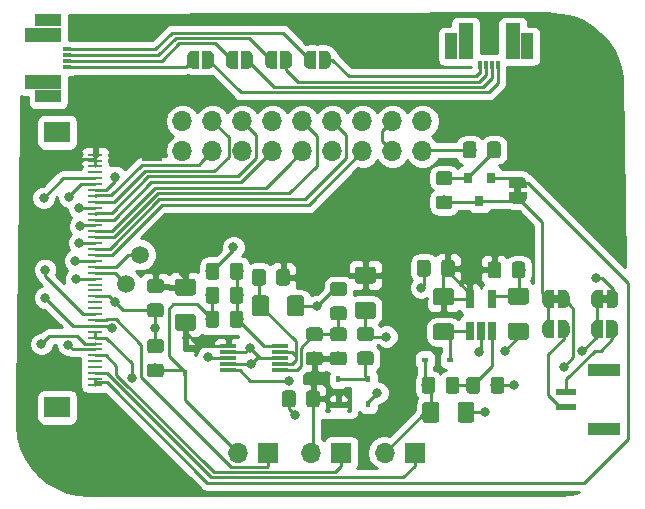
<source format=gbr>
G04 #@! TF.GenerationSoftware,KiCad,Pcbnew,(5.0.0)*
G04 #@! TF.CreationDate,2019-04-18T21:23:00-04:00*
G04 #@! TF.ProjectId,TouchscreenAdapter,546F75636873637265656E4164617074,rev?*
G04 #@! TF.SameCoordinates,Original*
G04 #@! TF.FileFunction,Copper,L1,Top,Signal*
G04 #@! TF.FilePolarity,Positive*
%FSLAX46Y46*%
G04 Gerber Fmt 4.6, Leading zero omitted, Abs format (unit mm)*
G04 Created by KiCad (PCBNEW (5.0.0)) date 04/18/19 21:23:00*
%MOMM*%
%LPD*%
G01*
G04 APERTURE LIST*
G04 #@! TA.AperFunction,Conductor*
%ADD10C,0.100000*%
G04 #@! TD*
G04 #@! TA.AperFunction,SMDPad,CuDef*
%ADD11C,1.150000*%
G04 #@! TD*
G04 #@! TA.AperFunction,SMDPad,CuDef*
%ADD12C,1.425000*%
G04 #@! TD*
G04 #@! TA.AperFunction,SMDPad,CuDef*
%ADD13R,0.450000X0.600000*%
G04 #@! TD*
G04 #@! TA.AperFunction,SMDPad,CuDef*
%ADD14R,0.600000X0.450000*%
G04 #@! TD*
G04 #@! TA.AperFunction,SMDPad,CuDef*
%ADD15R,2.209800X1.803400*%
G04 #@! TD*
G04 #@! TA.AperFunction,SMDPad,CuDef*
%ADD16R,1.295400X0.254000*%
G04 #@! TD*
G04 #@! TA.AperFunction,SMDPad,CuDef*
%ADD17R,3.050000X1.300000*%
G04 #@! TD*
G04 #@! TA.AperFunction,SMDPad,CuDef*
%ADD18R,2.200000X1.100000*%
G04 #@! TD*
G04 #@! TA.AperFunction,SMDPad,CuDef*
%ADD19R,0.800000X0.300000*%
G04 #@! TD*
G04 #@! TA.AperFunction,SMDPad,CuDef*
%ADD20R,1.700000X0.600000*%
G04 #@! TD*
G04 #@! TA.AperFunction,SMDPad,CuDef*
%ADD21R,2.700000X1.000000*%
G04 #@! TD*
G04 #@! TA.AperFunction,SMDPad,CuDef*
%ADD22R,1.300000X3.050000*%
G04 #@! TD*
G04 #@! TA.AperFunction,SMDPad,CuDef*
%ADD23R,1.100000X2.200000*%
G04 #@! TD*
G04 #@! TA.AperFunction,SMDPad,CuDef*
%ADD24R,0.300000X0.800000*%
G04 #@! TD*
G04 #@! TA.AperFunction,ComponentPad*
%ADD25R,1.700000X1.700000*%
G04 #@! TD*
G04 #@! TA.AperFunction,ComponentPad*
%ADD26O,1.700000X1.700000*%
G04 #@! TD*
G04 #@! TA.AperFunction,SMDPad,CuDef*
%ADD27C,0.500000*%
G04 #@! TD*
G04 #@! TA.AperFunction,SMDPad,CuDef*
%ADD28R,0.800000X0.900000*%
G04 #@! TD*
G04 #@! TA.AperFunction,BGAPad,CuDef*
%ADD29C,1.500000*%
G04 #@! TD*
G04 #@! TA.AperFunction,SMDPad,CuDef*
%ADD30R,1.400000X0.300000*%
G04 #@! TD*
G04 #@! TA.AperFunction,SMDPad,CuDef*
%ADD31R,0.650000X1.560000*%
G04 #@! TD*
G04 #@! TA.AperFunction,ViaPad*
%ADD32C,0.800000*%
G04 #@! TD*
G04 #@! TA.AperFunction,Conductor*
%ADD33C,0.250000*%
G04 #@! TD*
G04 #@! TA.AperFunction,Conductor*
%ADD34C,0.254000*%
G04 #@! TD*
G04 APERTURE END LIST*
D10*
G04 #@! TO.N,/3V3DC*
G04 #@! TO.C,C3*
G36*
X118965505Y-88181204D02*
X118989773Y-88184804D01*
X119013572Y-88190765D01*
X119036671Y-88199030D01*
X119058850Y-88209520D01*
X119079893Y-88222132D01*
X119099599Y-88236747D01*
X119117777Y-88253223D01*
X119134253Y-88271401D01*
X119148868Y-88291107D01*
X119161480Y-88312150D01*
X119171970Y-88334329D01*
X119180235Y-88357428D01*
X119186196Y-88381227D01*
X119189796Y-88405495D01*
X119191000Y-88429999D01*
X119191000Y-89080001D01*
X119189796Y-89104505D01*
X119186196Y-89128773D01*
X119180235Y-89152572D01*
X119171970Y-89175671D01*
X119161480Y-89197850D01*
X119148868Y-89218893D01*
X119134253Y-89238599D01*
X119117777Y-89256777D01*
X119099599Y-89273253D01*
X119079893Y-89287868D01*
X119058850Y-89300480D01*
X119036671Y-89310970D01*
X119013572Y-89319235D01*
X118989773Y-89325196D01*
X118965505Y-89328796D01*
X118941001Y-89330000D01*
X118040999Y-89330000D01*
X118016495Y-89328796D01*
X117992227Y-89325196D01*
X117968428Y-89319235D01*
X117945329Y-89310970D01*
X117923150Y-89300480D01*
X117902107Y-89287868D01*
X117882401Y-89273253D01*
X117864223Y-89256777D01*
X117847747Y-89238599D01*
X117833132Y-89218893D01*
X117820520Y-89197850D01*
X117810030Y-89175671D01*
X117801765Y-89152572D01*
X117795804Y-89128773D01*
X117792204Y-89104505D01*
X117791000Y-89080001D01*
X117791000Y-88429999D01*
X117792204Y-88405495D01*
X117795804Y-88381227D01*
X117801765Y-88357428D01*
X117810030Y-88334329D01*
X117820520Y-88312150D01*
X117833132Y-88291107D01*
X117847747Y-88271401D01*
X117864223Y-88253223D01*
X117882401Y-88236747D01*
X117902107Y-88222132D01*
X117923150Y-88209520D01*
X117945329Y-88199030D01*
X117968428Y-88190765D01*
X117992227Y-88184804D01*
X118016495Y-88181204D01*
X118040999Y-88180000D01*
X118941001Y-88180000D01*
X118965505Y-88181204D01*
X118965505Y-88181204D01*
G37*
D11*
G04 #@! TD*
G04 #@! TO.P,C3,1*
G04 #@! TO.N,/3V3DC*
X118491000Y-88755000D03*
D10*
G04 #@! TO.N,GND*
G04 #@! TO.C,C3*
G36*
X118965505Y-90231204D02*
X118989773Y-90234804D01*
X119013572Y-90240765D01*
X119036671Y-90249030D01*
X119058850Y-90259520D01*
X119079893Y-90272132D01*
X119099599Y-90286747D01*
X119117777Y-90303223D01*
X119134253Y-90321401D01*
X119148868Y-90341107D01*
X119161480Y-90362150D01*
X119171970Y-90384329D01*
X119180235Y-90407428D01*
X119186196Y-90431227D01*
X119189796Y-90455495D01*
X119191000Y-90479999D01*
X119191000Y-91130001D01*
X119189796Y-91154505D01*
X119186196Y-91178773D01*
X119180235Y-91202572D01*
X119171970Y-91225671D01*
X119161480Y-91247850D01*
X119148868Y-91268893D01*
X119134253Y-91288599D01*
X119117777Y-91306777D01*
X119099599Y-91323253D01*
X119079893Y-91337868D01*
X119058850Y-91350480D01*
X119036671Y-91360970D01*
X119013572Y-91369235D01*
X118989773Y-91375196D01*
X118965505Y-91378796D01*
X118941001Y-91380000D01*
X118040999Y-91380000D01*
X118016495Y-91378796D01*
X117992227Y-91375196D01*
X117968428Y-91369235D01*
X117945329Y-91360970D01*
X117923150Y-91350480D01*
X117902107Y-91337868D01*
X117882401Y-91323253D01*
X117864223Y-91306777D01*
X117847747Y-91288599D01*
X117833132Y-91268893D01*
X117820520Y-91247850D01*
X117810030Y-91225671D01*
X117801765Y-91202572D01*
X117795804Y-91178773D01*
X117792204Y-91154505D01*
X117791000Y-91130001D01*
X117791000Y-90479999D01*
X117792204Y-90455495D01*
X117795804Y-90431227D01*
X117801765Y-90407428D01*
X117810030Y-90384329D01*
X117820520Y-90362150D01*
X117833132Y-90341107D01*
X117847747Y-90321401D01*
X117864223Y-90303223D01*
X117882401Y-90286747D01*
X117902107Y-90272132D01*
X117923150Y-90259520D01*
X117945329Y-90249030D01*
X117968428Y-90240765D01*
X117992227Y-90234804D01*
X118016495Y-90231204D01*
X118040999Y-90230000D01*
X118941001Y-90230000D01*
X118965505Y-90231204D01*
X118965505Y-90231204D01*
G37*
D11*
G04 #@! TD*
G04 #@! TO.P,C3,2*
G04 #@! TO.N,GND*
X118491000Y-90805000D03*
D10*
G04 #@! TO.N,GND*
G04 #@! TO.C,C4*
G36*
X130843004Y-89550204D02*
X130867273Y-89553804D01*
X130891071Y-89559765D01*
X130914171Y-89568030D01*
X130936349Y-89578520D01*
X130957393Y-89591133D01*
X130977098Y-89605747D01*
X130995277Y-89622223D01*
X131011753Y-89640402D01*
X131026367Y-89660107D01*
X131038980Y-89681151D01*
X131049470Y-89703329D01*
X131057735Y-89726429D01*
X131063696Y-89750227D01*
X131067296Y-89774496D01*
X131068500Y-89799000D01*
X131068500Y-91049000D01*
X131067296Y-91073504D01*
X131063696Y-91097773D01*
X131057735Y-91121571D01*
X131049470Y-91144671D01*
X131038980Y-91166849D01*
X131026367Y-91187893D01*
X131011753Y-91207598D01*
X130995277Y-91225777D01*
X130977098Y-91242253D01*
X130957393Y-91256867D01*
X130936349Y-91269480D01*
X130914171Y-91279970D01*
X130891071Y-91288235D01*
X130867273Y-91294196D01*
X130843004Y-91297796D01*
X130818500Y-91299000D01*
X129893500Y-91299000D01*
X129868996Y-91297796D01*
X129844727Y-91294196D01*
X129820929Y-91288235D01*
X129797829Y-91279970D01*
X129775651Y-91269480D01*
X129754607Y-91256867D01*
X129734902Y-91242253D01*
X129716723Y-91225777D01*
X129700247Y-91207598D01*
X129685633Y-91187893D01*
X129673020Y-91166849D01*
X129662530Y-91144671D01*
X129654265Y-91121571D01*
X129648304Y-91097773D01*
X129644704Y-91073504D01*
X129643500Y-91049000D01*
X129643500Y-89799000D01*
X129644704Y-89774496D01*
X129648304Y-89750227D01*
X129654265Y-89726429D01*
X129662530Y-89703329D01*
X129673020Y-89681151D01*
X129685633Y-89660107D01*
X129700247Y-89640402D01*
X129716723Y-89622223D01*
X129734902Y-89605747D01*
X129754607Y-89591133D01*
X129775651Y-89578520D01*
X129797829Y-89568030D01*
X129820929Y-89559765D01*
X129844727Y-89553804D01*
X129868996Y-89550204D01*
X129893500Y-89549000D01*
X130818500Y-89549000D01*
X130843004Y-89550204D01*
X130843004Y-89550204D01*
G37*
D12*
G04 #@! TD*
G04 #@! TO.P,C4,2*
G04 #@! TO.N,GND*
X130356000Y-90424000D03*
D10*
G04 #@! TO.N,Net-(C4-Pad1)*
G04 #@! TO.C,C4*
G36*
X127868004Y-89550204D02*
X127892273Y-89553804D01*
X127916071Y-89559765D01*
X127939171Y-89568030D01*
X127961349Y-89578520D01*
X127982393Y-89591133D01*
X128002098Y-89605747D01*
X128020277Y-89622223D01*
X128036753Y-89640402D01*
X128051367Y-89660107D01*
X128063980Y-89681151D01*
X128074470Y-89703329D01*
X128082735Y-89726429D01*
X128088696Y-89750227D01*
X128092296Y-89774496D01*
X128093500Y-89799000D01*
X128093500Y-91049000D01*
X128092296Y-91073504D01*
X128088696Y-91097773D01*
X128082735Y-91121571D01*
X128074470Y-91144671D01*
X128063980Y-91166849D01*
X128051367Y-91187893D01*
X128036753Y-91207598D01*
X128020277Y-91225777D01*
X128002098Y-91242253D01*
X127982393Y-91256867D01*
X127961349Y-91269480D01*
X127939171Y-91279970D01*
X127916071Y-91288235D01*
X127892273Y-91294196D01*
X127868004Y-91297796D01*
X127843500Y-91299000D01*
X126918500Y-91299000D01*
X126893996Y-91297796D01*
X126869727Y-91294196D01*
X126845929Y-91288235D01*
X126822829Y-91279970D01*
X126800651Y-91269480D01*
X126779607Y-91256867D01*
X126759902Y-91242253D01*
X126741723Y-91225777D01*
X126725247Y-91207598D01*
X126710633Y-91187893D01*
X126698020Y-91166849D01*
X126687530Y-91144671D01*
X126679265Y-91121571D01*
X126673304Y-91097773D01*
X126669704Y-91073504D01*
X126668500Y-91049000D01*
X126668500Y-89799000D01*
X126669704Y-89774496D01*
X126673304Y-89750227D01*
X126679265Y-89726429D01*
X126687530Y-89703329D01*
X126698020Y-89681151D01*
X126710633Y-89660107D01*
X126725247Y-89640402D01*
X126741723Y-89622223D01*
X126759902Y-89605747D01*
X126779607Y-89591133D01*
X126800651Y-89578520D01*
X126822829Y-89568030D01*
X126845929Y-89559765D01*
X126869727Y-89553804D01*
X126893996Y-89550204D01*
X126918500Y-89549000D01*
X127843500Y-89549000D01*
X127868004Y-89550204D01*
X127868004Y-89550204D01*
G37*
D12*
G04 #@! TD*
G04 #@! TO.P,C4,1*
G04 #@! TO.N,Net-(C4-Pad1)*
X127381000Y-90424000D03*
D10*
G04 #@! TO.N,GND*
G04 #@! TO.C,C5*
G36*
X118965505Y-93270204D02*
X118989773Y-93273804D01*
X119013572Y-93279765D01*
X119036671Y-93288030D01*
X119058850Y-93298520D01*
X119079893Y-93311132D01*
X119099599Y-93325747D01*
X119117777Y-93342223D01*
X119134253Y-93360401D01*
X119148868Y-93380107D01*
X119161480Y-93401150D01*
X119171970Y-93423329D01*
X119180235Y-93446428D01*
X119186196Y-93470227D01*
X119189796Y-93494495D01*
X119191000Y-93518999D01*
X119191000Y-94169001D01*
X119189796Y-94193505D01*
X119186196Y-94217773D01*
X119180235Y-94241572D01*
X119171970Y-94264671D01*
X119161480Y-94286850D01*
X119148868Y-94307893D01*
X119134253Y-94327599D01*
X119117777Y-94345777D01*
X119099599Y-94362253D01*
X119079893Y-94376868D01*
X119058850Y-94389480D01*
X119036671Y-94399970D01*
X119013572Y-94408235D01*
X118989773Y-94414196D01*
X118965505Y-94417796D01*
X118941001Y-94419000D01*
X118040999Y-94419000D01*
X118016495Y-94417796D01*
X117992227Y-94414196D01*
X117968428Y-94408235D01*
X117945329Y-94399970D01*
X117923150Y-94389480D01*
X117902107Y-94376868D01*
X117882401Y-94362253D01*
X117864223Y-94345777D01*
X117847747Y-94327599D01*
X117833132Y-94307893D01*
X117820520Y-94286850D01*
X117810030Y-94264671D01*
X117801765Y-94241572D01*
X117795804Y-94217773D01*
X117792204Y-94193505D01*
X117791000Y-94169001D01*
X117791000Y-93518999D01*
X117792204Y-93494495D01*
X117795804Y-93470227D01*
X117801765Y-93446428D01*
X117810030Y-93423329D01*
X117820520Y-93401150D01*
X117833132Y-93380107D01*
X117847747Y-93360401D01*
X117864223Y-93342223D01*
X117882401Y-93325747D01*
X117902107Y-93311132D01*
X117923150Y-93298520D01*
X117945329Y-93288030D01*
X117968428Y-93279765D01*
X117992227Y-93273804D01*
X118016495Y-93270204D01*
X118040999Y-93269000D01*
X118941001Y-93269000D01*
X118965505Y-93270204D01*
X118965505Y-93270204D01*
G37*
D11*
G04 #@! TD*
G04 #@! TO.P,C5,1*
G04 #@! TO.N,GND*
X118491000Y-93844000D03*
D10*
G04 #@! TO.N,Net-(C5-Pad2)*
G04 #@! TO.C,C5*
G36*
X118965505Y-95320204D02*
X118989773Y-95323804D01*
X119013572Y-95329765D01*
X119036671Y-95338030D01*
X119058850Y-95348520D01*
X119079893Y-95361132D01*
X119099599Y-95375747D01*
X119117777Y-95392223D01*
X119134253Y-95410401D01*
X119148868Y-95430107D01*
X119161480Y-95451150D01*
X119171970Y-95473329D01*
X119180235Y-95496428D01*
X119186196Y-95520227D01*
X119189796Y-95544495D01*
X119191000Y-95568999D01*
X119191000Y-96219001D01*
X119189796Y-96243505D01*
X119186196Y-96267773D01*
X119180235Y-96291572D01*
X119171970Y-96314671D01*
X119161480Y-96336850D01*
X119148868Y-96357893D01*
X119134253Y-96377599D01*
X119117777Y-96395777D01*
X119099599Y-96412253D01*
X119079893Y-96426868D01*
X119058850Y-96439480D01*
X119036671Y-96449970D01*
X119013572Y-96458235D01*
X118989773Y-96464196D01*
X118965505Y-96467796D01*
X118941001Y-96469000D01*
X118040999Y-96469000D01*
X118016495Y-96467796D01*
X117992227Y-96464196D01*
X117968428Y-96458235D01*
X117945329Y-96449970D01*
X117923150Y-96439480D01*
X117902107Y-96426868D01*
X117882401Y-96412253D01*
X117864223Y-96395777D01*
X117847747Y-96377599D01*
X117833132Y-96357893D01*
X117820520Y-96336850D01*
X117810030Y-96314671D01*
X117801765Y-96291572D01*
X117795804Y-96267773D01*
X117792204Y-96243505D01*
X117791000Y-96219001D01*
X117791000Y-95568999D01*
X117792204Y-95544495D01*
X117795804Y-95520227D01*
X117801765Y-95496428D01*
X117810030Y-95473329D01*
X117820520Y-95451150D01*
X117833132Y-95430107D01*
X117847747Y-95410401D01*
X117864223Y-95392223D01*
X117882401Y-95375747D01*
X117902107Y-95361132D01*
X117923150Y-95348520D01*
X117945329Y-95338030D01*
X117968428Y-95329765D01*
X117992227Y-95323804D01*
X118016495Y-95320204D01*
X118040999Y-95319000D01*
X118941001Y-95319000D01*
X118965505Y-95320204D01*
X118965505Y-95320204D01*
G37*
D11*
G04 #@! TD*
G04 #@! TO.P,C5,2*
G04 #@! TO.N,Net-(C5-Pad2)*
X118491000Y-95894000D03*
D10*
G04 #@! TO.N,Net-(C5-Pad2)*
G04 #@! TO.C,C6*
G36*
X123666505Y-88836204D02*
X123690773Y-88839804D01*
X123714572Y-88845765D01*
X123737671Y-88854030D01*
X123759850Y-88864520D01*
X123780893Y-88877132D01*
X123800599Y-88891747D01*
X123818777Y-88908223D01*
X123835253Y-88926401D01*
X123849868Y-88946107D01*
X123862480Y-88967150D01*
X123872970Y-88989329D01*
X123881235Y-89012428D01*
X123887196Y-89036227D01*
X123890796Y-89060495D01*
X123892000Y-89084999D01*
X123892000Y-89985001D01*
X123890796Y-90009505D01*
X123887196Y-90033773D01*
X123881235Y-90057572D01*
X123872970Y-90080671D01*
X123862480Y-90102850D01*
X123849868Y-90123893D01*
X123835253Y-90143599D01*
X123818777Y-90161777D01*
X123800599Y-90178253D01*
X123780893Y-90192868D01*
X123759850Y-90205480D01*
X123737671Y-90215970D01*
X123714572Y-90224235D01*
X123690773Y-90230196D01*
X123666505Y-90233796D01*
X123642001Y-90235000D01*
X122991999Y-90235000D01*
X122967495Y-90233796D01*
X122943227Y-90230196D01*
X122919428Y-90224235D01*
X122896329Y-90215970D01*
X122874150Y-90205480D01*
X122853107Y-90192868D01*
X122833401Y-90178253D01*
X122815223Y-90161777D01*
X122798747Y-90143599D01*
X122784132Y-90123893D01*
X122771520Y-90102850D01*
X122761030Y-90080671D01*
X122752765Y-90057572D01*
X122746804Y-90033773D01*
X122743204Y-90009505D01*
X122742000Y-89985001D01*
X122742000Y-89084999D01*
X122743204Y-89060495D01*
X122746804Y-89036227D01*
X122752765Y-89012428D01*
X122761030Y-88989329D01*
X122771520Y-88967150D01*
X122784132Y-88946107D01*
X122798747Y-88926401D01*
X122815223Y-88908223D01*
X122833401Y-88891747D01*
X122853107Y-88877132D01*
X122874150Y-88864520D01*
X122896329Y-88854030D01*
X122919428Y-88845765D01*
X122943227Y-88839804D01*
X122967495Y-88836204D01*
X122991999Y-88835000D01*
X123642001Y-88835000D01*
X123666505Y-88836204D01*
X123666505Y-88836204D01*
G37*
D11*
G04 #@! TD*
G04 #@! TO.P,C6,1*
G04 #@! TO.N,Net-(C5-Pad2)*
X123317000Y-89535000D03*
D10*
G04 #@! TO.N,Net-(C6-Pad2)*
G04 #@! TO.C,C6*
G36*
X125716505Y-88836204D02*
X125740773Y-88839804D01*
X125764572Y-88845765D01*
X125787671Y-88854030D01*
X125809850Y-88864520D01*
X125830893Y-88877132D01*
X125850599Y-88891747D01*
X125868777Y-88908223D01*
X125885253Y-88926401D01*
X125899868Y-88946107D01*
X125912480Y-88967150D01*
X125922970Y-88989329D01*
X125931235Y-89012428D01*
X125937196Y-89036227D01*
X125940796Y-89060495D01*
X125942000Y-89084999D01*
X125942000Y-89985001D01*
X125940796Y-90009505D01*
X125937196Y-90033773D01*
X125931235Y-90057572D01*
X125922970Y-90080671D01*
X125912480Y-90102850D01*
X125899868Y-90123893D01*
X125885253Y-90143599D01*
X125868777Y-90161777D01*
X125850599Y-90178253D01*
X125830893Y-90192868D01*
X125809850Y-90205480D01*
X125787671Y-90215970D01*
X125764572Y-90224235D01*
X125740773Y-90230196D01*
X125716505Y-90233796D01*
X125692001Y-90235000D01*
X125041999Y-90235000D01*
X125017495Y-90233796D01*
X124993227Y-90230196D01*
X124969428Y-90224235D01*
X124946329Y-90215970D01*
X124924150Y-90205480D01*
X124903107Y-90192868D01*
X124883401Y-90178253D01*
X124865223Y-90161777D01*
X124848747Y-90143599D01*
X124834132Y-90123893D01*
X124821520Y-90102850D01*
X124811030Y-90080671D01*
X124802765Y-90057572D01*
X124796804Y-90033773D01*
X124793204Y-90009505D01*
X124792000Y-89985001D01*
X124792000Y-89084999D01*
X124793204Y-89060495D01*
X124796804Y-89036227D01*
X124802765Y-89012428D01*
X124811030Y-88989329D01*
X124821520Y-88967150D01*
X124834132Y-88946107D01*
X124848747Y-88926401D01*
X124865223Y-88908223D01*
X124883401Y-88891747D01*
X124903107Y-88877132D01*
X124924150Y-88864520D01*
X124946329Y-88854030D01*
X124969428Y-88845765D01*
X124993227Y-88839804D01*
X125017495Y-88836204D01*
X125041999Y-88835000D01*
X125692001Y-88835000D01*
X125716505Y-88836204D01*
X125716505Y-88836204D01*
G37*
D11*
G04 #@! TD*
G04 #@! TO.P,C6,2*
G04 #@! TO.N,Net-(C6-Pad2)*
X125367000Y-89535000D03*
D10*
G04 #@! TO.N,GND*
G04 #@! TO.C,C7*
G36*
X130134505Y-97599204D02*
X130158773Y-97602804D01*
X130182572Y-97608765D01*
X130205671Y-97617030D01*
X130227850Y-97627520D01*
X130248893Y-97640132D01*
X130268599Y-97654747D01*
X130286777Y-97671223D01*
X130303253Y-97689401D01*
X130317868Y-97709107D01*
X130330480Y-97730150D01*
X130340970Y-97752329D01*
X130349235Y-97775428D01*
X130355196Y-97799227D01*
X130358796Y-97823495D01*
X130360000Y-97847999D01*
X130360000Y-98748001D01*
X130358796Y-98772505D01*
X130355196Y-98796773D01*
X130349235Y-98820572D01*
X130340970Y-98843671D01*
X130330480Y-98865850D01*
X130317868Y-98886893D01*
X130303253Y-98906599D01*
X130286777Y-98924777D01*
X130268599Y-98941253D01*
X130248893Y-98955868D01*
X130227850Y-98968480D01*
X130205671Y-98978970D01*
X130182572Y-98987235D01*
X130158773Y-98993196D01*
X130134505Y-98996796D01*
X130110001Y-98998000D01*
X129459999Y-98998000D01*
X129435495Y-98996796D01*
X129411227Y-98993196D01*
X129387428Y-98987235D01*
X129364329Y-98978970D01*
X129342150Y-98968480D01*
X129321107Y-98955868D01*
X129301401Y-98941253D01*
X129283223Y-98924777D01*
X129266747Y-98906599D01*
X129252132Y-98886893D01*
X129239520Y-98865850D01*
X129229030Y-98843671D01*
X129220765Y-98820572D01*
X129214804Y-98796773D01*
X129211204Y-98772505D01*
X129210000Y-98748001D01*
X129210000Y-97847999D01*
X129211204Y-97823495D01*
X129214804Y-97799227D01*
X129220765Y-97775428D01*
X129229030Y-97752329D01*
X129239520Y-97730150D01*
X129252132Y-97709107D01*
X129266747Y-97689401D01*
X129283223Y-97671223D01*
X129301401Y-97654747D01*
X129321107Y-97640132D01*
X129342150Y-97627520D01*
X129364329Y-97617030D01*
X129387428Y-97608765D01*
X129411227Y-97602804D01*
X129435495Y-97599204D01*
X129459999Y-97598000D01*
X130110001Y-97598000D01*
X130134505Y-97599204D01*
X130134505Y-97599204D01*
G37*
D11*
G04 #@! TD*
G04 #@! TO.P,C7,2*
G04 #@! TO.N,GND*
X129785000Y-98298000D03*
D10*
G04 #@! TO.N,Net-(C7-Pad1)*
G04 #@! TO.C,C7*
G36*
X132184505Y-97599204D02*
X132208773Y-97602804D01*
X132232572Y-97608765D01*
X132255671Y-97617030D01*
X132277850Y-97627520D01*
X132298893Y-97640132D01*
X132318599Y-97654747D01*
X132336777Y-97671223D01*
X132353253Y-97689401D01*
X132367868Y-97709107D01*
X132380480Y-97730150D01*
X132390970Y-97752329D01*
X132399235Y-97775428D01*
X132405196Y-97799227D01*
X132408796Y-97823495D01*
X132410000Y-97847999D01*
X132410000Y-98748001D01*
X132408796Y-98772505D01*
X132405196Y-98796773D01*
X132399235Y-98820572D01*
X132390970Y-98843671D01*
X132380480Y-98865850D01*
X132367868Y-98886893D01*
X132353253Y-98906599D01*
X132336777Y-98924777D01*
X132318599Y-98941253D01*
X132298893Y-98955868D01*
X132277850Y-98968480D01*
X132255671Y-98978970D01*
X132232572Y-98987235D01*
X132208773Y-98993196D01*
X132184505Y-98996796D01*
X132160001Y-98998000D01*
X131509999Y-98998000D01*
X131485495Y-98996796D01*
X131461227Y-98993196D01*
X131437428Y-98987235D01*
X131414329Y-98978970D01*
X131392150Y-98968480D01*
X131371107Y-98955868D01*
X131351401Y-98941253D01*
X131333223Y-98924777D01*
X131316747Y-98906599D01*
X131302132Y-98886893D01*
X131289520Y-98865850D01*
X131279030Y-98843671D01*
X131270765Y-98820572D01*
X131264804Y-98796773D01*
X131261204Y-98772505D01*
X131260000Y-98748001D01*
X131260000Y-97847999D01*
X131261204Y-97823495D01*
X131264804Y-97799227D01*
X131270765Y-97775428D01*
X131279030Y-97752329D01*
X131289520Y-97730150D01*
X131302132Y-97709107D01*
X131316747Y-97689401D01*
X131333223Y-97671223D01*
X131351401Y-97654747D01*
X131371107Y-97640132D01*
X131392150Y-97627520D01*
X131414329Y-97617030D01*
X131437428Y-97608765D01*
X131461227Y-97602804D01*
X131485495Y-97599204D01*
X131509999Y-97598000D01*
X132160001Y-97598000D01*
X132184505Y-97599204D01*
X132184505Y-97599204D01*
G37*
D11*
G04 #@! TD*
G04 #@! TO.P,C7,1*
G04 #@! TO.N,Net-(C7-Pad1)*
X131835000Y-98298000D03*
D10*
G04 #@! TO.N,Net-(C8-Pad2)*
G04 #@! TO.C,C8*
G36*
X132427505Y-92263204D02*
X132451773Y-92266804D01*
X132475572Y-92272765D01*
X132498671Y-92281030D01*
X132520850Y-92291520D01*
X132541893Y-92304132D01*
X132561599Y-92318747D01*
X132579777Y-92335223D01*
X132596253Y-92353401D01*
X132610868Y-92373107D01*
X132623480Y-92394150D01*
X132633970Y-92416329D01*
X132642235Y-92439428D01*
X132648196Y-92463227D01*
X132651796Y-92487495D01*
X132653000Y-92511999D01*
X132653000Y-93162001D01*
X132651796Y-93186505D01*
X132648196Y-93210773D01*
X132642235Y-93234572D01*
X132633970Y-93257671D01*
X132623480Y-93279850D01*
X132610868Y-93300893D01*
X132596253Y-93320599D01*
X132579777Y-93338777D01*
X132561599Y-93355253D01*
X132541893Y-93369868D01*
X132520850Y-93382480D01*
X132498671Y-93392970D01*
X132475572Y-93401235D01*
X132451773Y-93407196D01*
X132427505Y-93410796D01*
X132403001Y-93412000D01*
X131502999Y-93412000D01*
X131478495Y-93410796D01*
X131454227Y-93407196D01*
X131430428Y-93401235D01*
X131407329Y-93392970D01*
X131385150Y-93382480D01*
X131364107Y-93369868D01*
X131344401Y-93355253D01*
X131326223Y-93338777D01*
X131309747Y-93320599D01*
X131295132Y-93300893D01*
X131282520Y-93279850D01*
X131272030Y-93257671D01*
X131263765Y-93234572D01*
X131257804Y-93210773D01*
X131254204Y-93186505D01*
X131253000Y-93162001D01*
X131253000Y-92511999D01*
X131254204Y-92487495D01*
X131257804Y-92463227D01*
X131263765Y-92439428D01*
X131272030Y-92416329D01*
X131282520Y-92394150D01*
X131295132Y-92373107D01*
X131309747Y-92353401D01*
X131326223Y-92335223D01*
X131344401Y-92318747D01*
X131364107Y-92304132D01*
X131385150Y-92291520D01*
X131407329Y-92281030D01*
X131430428Y-92272765D01*
X131454227Y-92266804D01*
X131478495Y-92263204D01*
X131502999Y-92262000D01*
X132403001Y-92262000D01*
X132427505Y-92263204D01*
X132427505Y-92263204D01*
G37*
D11*
G04 #@! TD*
G04 #@! TO.P,C8,2*
G04 #@! TO.N,Net-(C8-Pad2)*
X131953000Y-92837000D03*
D10*
G04 #@! TO.N,Net-(C7-Pad1)*
G04 #@! TO.C,C8*
G36*
X132427505Y-94313204D02*
X132451773Y-94316804D01*
X132475572Y-94322765D01*
X132498671Y-94331030D01*
X132520850Y-94341520D01*
X132541893Y-94354132D01*
X132561599Y-94368747D01*
X132579777Y-94385223D01*
X132596253Y-94403401D01*
X132610868Y-94423107D01*
X132623480Y-94444150D01*
X132633970Y-94466329D01*
X132642235Y-94489428D01*
X132648196Y-94513227D01*
X132651796Y-94537495D01*
X132653000Y-94561999D01*
X132653000Y-95212001D01*
X132651796Y-95236505D01*
X132648196Y-95260773D01*
X132642235Y-95284572D01*
X132633970Y-95307671D01*
X132623480Y-95329850D01*
X132610868Y-95350893D01*
X132596253Y-95370599D01*
X132579777Y-95388777D01*
X132561599Y-95405253D01*
X132541893Y-95419868D01*
X132520850Y-95432480D01*
X132498671Y-95442970D01*
X132475572Y-95451235D01*
X132451773Y-95457196D01*
X132427505Y-95460796D01*
X132403001Y-95462000D01*
X131502999Y-95462000D01*
X131478495Y-95460796D01*
X131454227Y-95457196D01*
X131430428Y-95451235D01*
X131407329Y-95442970D01*
X131385150Y-95432480D01*
X131364107Y-95419868D01*
X131344401Y-95405253D01*
X131326223Y-95388777D01*
X131309747Y-95370599D01*
X131295132Y-95350893D01*
X131282520Y-95329850D01*
X131272030Y-95307671D01*
X131263765Y-95284572D01*
X131257804Y-95260773D01*
X131254204Y-95236505D01*
X131253000Y-95212001D01*
X131253000Y-94561999D01*
X131254204Y-94537495D01*
X131257804Y-94513227D01*
X131263765Y-94489428D01*
X131272030Y-94466329D01*
X131282520Y-94444150D01*
X131295132Y-94423107D01*
X131309747Y-94403401D01*
X131326223Y-94385223D01*
X131344401Y-94368747D01*
X131364107Y-94354132D01*
X131385150Y-94341520D01*
X131407329Y-94331030D01*
X131430428Y-94322765D01*
X131454227Y-94316804D01*
X131478495Y-94313204D01*
X131502999Y-94312000D01*
X132403001Y-94312000D01*
X132427505Y-94313204D01*
X132427505Y-94313204D01*
G37*
D11*
G04 #@! TD*
G04 #@! TO.P,C8,1*
G04 #@! TO.N,Net-(C7-Pad1)*
X131953000Y-94887000D03*
D10*
G04 #@! TO.N,Net-(C9-Pad1)*
G04 #@! TO.C,C9*
G36*
X136745505Y-94295204D02*
X136769773Y-94298804D01*
X136793572Y-94304765D01*
X136816671Y-94313030D01*
X136838850Y-94323520D01*
X136859893Y-94336132D01*
X136879599Y-94350747D01*
X136897777Y-94367223D01*
X136914253Y-94385401D01*
X136928868Y-94405107D01*
X136941480Y-94426150D01*
X136951970Y-94448329D01*
X136960235Y-94471428D01*
X136966196Y-94495227D01*
X136969796Y-94519495D01*
X136971000Y-94543999D01*
X136971000Y-95194001D01*
X136969796Y-95218505D01*
X136966196Y-95242773D01*
X136960235Y-95266572D01*
X136951970Y-95289671D01*
X136941480Y-95311850D01*
X136928868Y-95332893D01*
X136914253Y-95352599D01*
X136897777Y-95370777D01*
X136879599Y-95387253D01*
X136859893Y-95401868D01*
X136838850Y-95414480D01*
X136816671Y-95424970D01*
X136793572Y-95433235D01*
X136769773Y-95439196D01*
X136745505Y-95442796D01*
X136721001Y-95444000D01*
X135820999Y-95444000D01*
X135796495Y-95442796D01*
X135772227Y-95439196D01*
X135748428Y-95433235D01*
X135725329Y-95424970D01*
X135703150Y-95414480D01*
X135682107Y-95401868D01*
X135662401Y-95387253D01*
X135644223Y-95370777D01*
X135627747Y-95352599D01*
X135613132Y-95332893D01*
X135600520Y-95311850D01*
X135590030Y-95289671D01*
X135581765Y-95266572D01*
X135575804Y-95242773D01*
X135572204Y-95218505D01*
X135571000Y-95194001D01*
X135571000Y-94543999D01*
X135572204Y-94519495D01*
X135575804Y-94495227D01*
X135581765Y-94471428D01*
X135590030Y-94448329D01*
X135600520Y-94426150D01*
X135613132Y-94405107D01*
X135627747Y-94385401D01*
X135644223Y-94367223D01*
X135662401Y-94350747D01*
X135682107Y-94336132D01*
X135703150Y-94323520D01*
X135725329Y-94313030D01*
X135748428Y-94304765D01*
X135772227Y-94298804D01*
X135796495Y-94295204D01*
X135820999Y-94294000D01*
X136721001Y-94294000D01*
X136745505Y-94295204D01*
X136745505Y-94295204D01*
G37*
D11*
G04 #@! TD*
G04 #@! TO.P,C9,1*
G04 #@! TO.N,Net-(C9-Pad1)*
X136271000Y-94869000D03*
D10*
G04 #@! TO.N,Net-(C9-Pad2)*
G04 #@! TO.C,C9*
G36*
X136745505Y-92245204D02*
X136769773Y-92248804D01*
X136793572Y-92254765D01*
X136816671Y-92263030D01*
X136838850Y-92273520D01*
X136859893Y-92286132D01*
X136879599Y-92300747D01*
X136897777Y-92317223D01*
X136914253Y-92335401D01*
X136928868Y-92355107D01*
X136941480Y-92376150D01*
X136951970Y-92398329D01*
X136960235Y-92421428D01*
X136966196Y-92445227D01*
X136969796Y-92469495D01*
X136971000Y-92493999D01*
X136971000Y-93144001D01*
X136969796Y-93168505D01*
X136966196Y-93192773D01*
X136960235Y-93216572D01*
X136951970Y-93239671D01*
X136941480Y-93261850D01*
X136928868Y-93282893D01*
X136914253Y-93302599D01*
X136897777Y-93320777D01*
X136879599Y-93337253D01*
X136859893Y-93351868D01*
X136838850Y-93364480D01*
X136816671Y-93374970D01*
X136793572Y-93383235D01*
X136769773Y-93389196D01*
X136745505Y-93392796D01*
X136721001Y-93394000D01*
X135820999Y-93394000D01*
X135796495Y-93392796D01*
X135772227Y-93389196D01*
X135748428Y-93383235D01*
X135725329Y-93374970D01*
X135703150Y-93364480D01*
X135682107Y-93351868D01*
X135662401Y-93337253D01*
X135644223Y-93320777D01*
X135627747Y-93302599D01*
X135613132Y-93282893D01*
X135600520Y-93261850D01*
X135590030Y-93239671D01*
X135581765Y-93216572D01*
X135575804Y-93192773D01*
X135572204Y-93168505D01*
X135571000Y-93144001D01*
X135571000Y-92493999D01*
X135572204Y-92469495D01*
X135575804Y-92445227D01*
X135581765Y-92421428D01*
X135590030Y-92398329D01*
X135600520Y-92376150D01*
X135613132Y-92355107D01*
X135627747Y-92335401D01*
X135644223Y-92317223D01*
X135662401Y-92300747D01*
X135682107Y-92286132D01*
X135703150Y-92273520D01*
X135725329Y-92263030D01*
X135748428Y-92254765D01*
X135772227Y-92248804D01*
X135796495Y-92245204D01*
X135820999Y-92244000D01*
X136721001Y-92244000D01*
X136745505Y-92245204D01*
X136745505Y-92245204D01*
G37*
D11*
G04 #@! TD*
G04 #@! TO.P,C9,2*
G04 #@! TO.N,Net-(C9-Pad2)*
X136271000Y-92819000D03*
D10*
G04 #@! TO.N,Net-(C10-Pad1)*
G04 #@! TO.C,C10*
G36*
X142292004Y-98567204D02*
X142316273Y-98570804D01*
X142340071Y-98576765D01*
X142363171Y-98585030D01*
X142385349Y-98595520D01*
X142406393Y-98608133D01*
X142426098Y-98622747D01*
X142444277Y-98639223D01*
X142460753Y-98657402D01*
X142475367Y-98677107D01*
X142487980Y-98698151D01*
X142498470Y-98720329D01*
X142506735Y-98743429D01*
X142512696Y-98767227D01*
X142516296Y-98791496D01*
X142517500Y-98816000D01*
X142517500Y-100066000D01*
X142516296Y-100090504D01*
X142512696Y-100114773D01*
X142506735Y-100138571D01*
X142498470Y-100161671D01*
X142487980Y-100183849D01*
X142475367Y-100204893D01*
X142460753Y-100224598D01*
X142444277Y-100242777D01*
X142426098Y-100259253D01*
X142406393Y-100273867D01*
X142385349Y-100286480D01*
X142363171Y-100296970D01*
X142340071Y-100305235D01*
X142316273Y-100311196D01*
X142292004Y-100314796D01*
X142267500Y-100316000D01*
X141342500Y-100316000D01*
X141317996Y-100314796D01*
X141293727Y-100311196D01*
X141269929Y-100305235D01*
X141246829Y-100296970D01*
X141224651Y-100286480D01*
X141203607Y-100273867D01*
X141183902Y-100259253D01*
X141165723Y-100242777D01*
X141149247Y-100224598D01*
X141134633Y-100204893D01*
X141122020Y-100183849D01*
X141111530Y-100161671D01*
X141103265Y-100138571D01*
X141097304Y-100114773D01*
X141093704Y-100090504D01*
X141092500Y-100066000D01*
X141092500Y-98816000D01*
X141093704Y-98791496D01*
X141097304Y-98767227D01*
X141103265Y-98743429D01*
X141111530Y-98720329D01*
X141122020Y-98698151D01*
X141134633Y-98677107D01*
X141149247Y-98657402D01*
X141165723Y-98639223D01*
X141183902Y-98622747D01*
X141203607Y-98608133D01*
X141224651Y-98595520D01*
X141246829Y-98585030D01*
X141269929Y-98576765D01*
X141293727Y-98570804D01*
X141317996Y-98567204D01*
X141342500Y-98566000D01*
X142267500Y-98566000D01*
X142292004Y-98567204D01*
X142292004Y-98567204D01*
G37*
D12*
G04 #@! TD*
G04 #@! TO.P,C10,1*
G04 #@! TO.N,Net-(C10-Pad1)*
X141805000Y-99441000D03*
D10*
G04 #@! TO.N,GND*
G04 #@! TO.C,C10*
G36*
X145267004Y-98567204D02*
X145291273Y-98570804D01*
X145315071Y-98576765D01*
X145338171Y-98585030D01*
X145360349Y-98595520D01*
X145381393Y-98608133D01*
X145401098Y-98622747D01*
X145419277Y-98639223D01*
X145435753Y-98657402D01*
X145450367Y-98677107D01*
X145462980Y-98698151D01*
X145473470Y-98720329D01*
X145481735Y-98743429D01*
X145487696Y-98767227D01*
X145491296Y-98791496D01*
X145492500Y-98816000D01*
X145492500Y-100066000D01*
X145491296Y-100090504D01*
X145487696Y-100114773D01*
X145481735Y-100138571D01*
X145473470Y-100161671D01*
X145462980Y-100183849D01*
X145450367Y-100204893D01*
X145435753Y-100224598D01*
X145419277Y-100242777D01*
X145401098Y-100259253D01*
X145381393Y-100273867D01*
X145360349Y-100286480D01*
X145338171Y-100296970D01*
X145315071Y-100305235D01*
X145291273Y-100311196D01*
X145267004Y-100314796D01*
X145242500Y-100316000D01*
X144317500Y-100316000D01*
X144292996Y-100314796D01*
X144268727Y-100311196D01*
X144244929Y-100305235D01*
X144221829Y-100296970D01*
X144199651Y-100286480D01*
X144178607Y-100273867D01*
X144158902Y-100259253D01*
X144140723Y-100242777D01*
X144124247Y-100224598D01*
X144109633Y-100204893D01*
X144097020Y-100183849D01*
X144086530Y-100161671D01*
X144078265Y-100138571D01*
X144072304Y-100114773D01*
X144068704Y-100090504D01*
X144067500Y-100066000D01*
X144067500Y-98816000D01*
X144068704Y-98791496D01*
X144072304Y-98767227D01*
X144078265Y-98743429D01*
X144086530Y-98720329D01*
X144097020Y-98698151D01*
X144109633Y-98677107D01*
X144124247Y-98657402D01*
X144140723Y-98639223D01*
X144158902Y-98622747D01*
X144178607Y-98608133D01*
X144199651Y-98595520D01*
X144221829Y-98585030D01*
X144244929Y-98576765D01*
X144268727Y-98570804D01*
X144292996Y-98567204D01*
X144317500Y-98566000D01*
X145242500Y-98566000D01*
X145267004Y-98567204D01*
X145267004Y-98567204D01*
G37*
D12*
G04 #@! TD*
G04 #@! TO.P,C10,2*
G04 #@! TO.N,GND*
X144780000Y-99441000D03*
D10*
G04 #@! TO.N,Net-(C11-Pad1)*
G04 #@! TO.C,C11*
G36*
X149874504Y-88896704D02*
X149898773Y-88900304D01*
X149922571Y-88906265D01*
X149945671Y-88914530D01*
X149967849Y-88925020D01*
X149988893Y-88937633D01*
X150008598Y-88952247D01*
X150026777Y-88968723D01*
X150043253Y-88986902D01*
X150057867Y-89006607D01*
X150070480Y-89027651D01*
X150080970Y-89049829D01*
X150089235Y-89072929D01*
X150095196Y-89096727D01*
X150098796Y-89120996D01*
X150100000Y-89145500D01*
X150100000Y-90070500D01*
X150098796Y-90095004D01*
X150095196Y-90119273D01*
X150089235Y-90143071D01*
X150080970Y-90166171D01*
X150070480Y-90188349D01*
X150057867Y-90209393D01*
X150043253Y-90229098D01*
X150026777Y-90247277D01*
X150008598Y-90263753D01*
X149988893Y-90278367D01*
X149967849Y-90290980D01*
X149945671Y-90301470D01*
X149922571Y-90309735D01*
X149898773Y-90315696D01*
X149874504Y-90319296D01*
X149850000Y-90320500D01*
X148600000Y-90320500D01*
X148575496Y-90319296D01*
X148551227Y-90315696D01*
X148527429Y-90309735D01*
X148504329Y-90301470D01*
X148482151Y-90290980D01*
X148461107Y-90278367D01*
X148441402Y-90263753D01*
X148423223Y-90247277D01*
X148406747Y-90229098D01*
X148392133Y-90209393D01*
X148379520Y-90188349D01*
X148369030Y-90166171D01*
X148360765Y-90143071D01*
X148354804Y-90119273D01*
X148351204Y-90095004D01*
X148350000Y-90070500D01*
X148350000Y-89145500D01*
X148351204Y-89120996D01*
X148354804Y-89096727D01*
X148360765Y-89072929D01*
X148369030Y-89049829D01*
X148379520Y-89027651D01*
X148392133Y-89006607D01*
X148406747Y-88986902D01*
X148423223Y-88968723D01*
X148441402Y-88952247D01*
X148461107Y-88937633D01*
X148482151Y-88925020D01*
X148504329Y-88914530D01*
X148527429Y-88906265D01*
X148551227Y-88900304D01*
X148575496Y-88896704D01*
X148600000Y-88895500D01*
X149850000Y-88895500D01*
X149874504Y-88896704D01*
X149874504Y-88896704D01*
G37*
D12*
G04 #@! TD*
G04 #@! TO.P,C11,1*
G04 #@! TO.N,Net-(C11-Pad1)*
X149225000Y-89608000D03*
D10*
G04 #@! TO.N,GND*
G04 #@! TO.C,C11*
G36*
X149874504Y-91871704D02*
X149898773Y-91875304D01*
X149922571Y-91881265D01*
X149945671Y-91889530D01*
X149967849Y-91900020D01*
X149988893Y-91912633D01*
X150008598Y-91927247D01*
X150026777Y-91943723D01*
X150043253Y-91961902D01*
X150057867Y-91981607D01*
X150070480Y-92002651D01*
X150080970Y-92024829D01*
X150089235Y-92047929D01*
X150095196Y-92071727D01*
X150098796Y-92095996D01*
X150100000Y-92120500D01*
X150100000Y-93045500D01*
X150098796Y-93070004D01*
X150095196Y-93094273D01*
X150089235Y-93118071D01*
X150080970Y-93141171D01*
X150070480Y-93163349D01*
X150057867Y-93184393D01*
X150043253Y-93204098D01*
X150026777Y-93222277D01*
X150008598Y-93238753D01*
X149988893Y-93253367D01*
X149967849Y-93265980D01*
X149945671Y-93276470D01*
X149922571Y-93284735D01*
X149898773Y-93290696D01*
X149874504Y-93294296D01*
X149850000Y-93295500D01*
X148600000Y-93295500D01*
X148575496Y-93294296D01*
X148551227Y-93290696D01*
X148527429Y-93284735D01*
X148504329Y-93276470D01*
X148482151Y-93265980D01*
X148461107Y-93253367D01*
X148441402Y-93238753D01*
X148423223Y-93222277D01*
X148406747Y-93204098D01*
X148392133Y-93184393D01*
X148379520Y-93163349D01*
X148369030Y-93141171D01*
X148360765Y-93118071D01*
X148354804Y-93094273D01*
X148351204Y-93070004D01*
X148350000Y-93045500D01*
X148350000Y-92120500D01*
X148351204Y-92095996D01*
X148354804Y-92071727D01*
X148360765Y-92047929D01*
X148369030Y-92024829D01*
X148379520Y-92002651D01*
X148392133Y-91981607D01*
X148406747Y-91961902D01*
X148423223Y-91943723D01*
X148441402Y-91927247D01*
X148461107Y-91912633D01*
X148482151Y-91900020D01*
X148504329Y-91889530D01*
X148527429Y-91881265D01*
X148551227Y-91875304D01*
X148575496Y-91871704D01*
X148600000Y-91870500D01*
X149850000Y-91870500D01*
X149874504Y-91871704D01*
X149874504Y-91871704D01*
G37*
D12*
G04 #@! TD*
G04 #@! TO.P,C11,2*
G04 #@! TO.N,GND*
X149225000Y-92583000D03*
D10*
G04 #@! TO.N,GND*
G04 #@! TO.C,C12*
G36*
X141555505Y-86550204D02*
X141579773Y-86553804D01*
X141603572Y-86559765D01*
X141626671Y-86568030D01*
X141648850Y-86578520D01*
X141669893Y-86591132D01*
X141689599Y-86605747D01*
X141707777Y-86622223D01*
X141724253Y-86640401D01*
X141738868Y-86660107D01*
X141751480Y-86681150D01*
X141761970Y-86703329D01*
X141770235Y-86726428D01*
X141776196Y-86750227D01*
X141779796Y-86774495D01*
X141781000Y-86798999D01*
X141781000Y-87699001D01*
X141779796Y-87723505D01*
X141776196Y-87747773D01*
X141770235Y-87771572D01*
X141761970Y-87794671D01*
X141751480Y-87816850D01*
X141738868Y-87837893D01*
X141724253Y-87857599D01*
X141707777Y-87875777D01*
X141689599Y-87892253D01*
X141669893Y-87906868D01*
X141648850Y-87919480D01*
X141626671Y-87929970D01*
X141603572Y-87938235D01*
X141579773Y-87944196D01*
X141555505Y-87947796D01*
X141531001Y-87949000D01*
X140880999Y-87949000D01*
X140856495Y-87947796D01*
X140832227Y-87944196D01*
X140808428Y-87938235D01*
X140785329Y-87929970D01*
X140763150Y-87919480D01*
X140742107Y-87906868D01*
X140722401Y-87892253D01*
X140704223Y-87875777D01*
X140687747Y-87857599D01*
X140673132Y-87837893D01*
X140660520Y-87816850D01*
X140650030Y-87794671D01*
X140641765Y-87771572D01*
X140635804Y-87747773D01*
X140632204Y-87723505D01*
X140631000Y-87699001D01*
X140631000Y-86798999D01*
X140632204Y-86774495D01*
X140635804Y-86750227D01*
X140641765Y-86726428D01*
X140650030Y-86703329D01*
X140660520Y-86681150D01*
X140673132Y-86660107D01*
X140687747Y-86640401D01*
X140704223Y-86622223D01*
X140722401Y-86605747D01*
X140742107Y-86591132D01*
X140763150Y-86578520D01*
X140785329Y-86568030D01*
X140808428Y-86559765D01*
X140832227Y-86553804D01*
X140856495Y-86550204D01*
X140880999Y-86549000D01*
X141531001Y-86549000D01*
X141555505Y-86550204D01*
X141555505Y-86550204D01*
G37*
D11*
G04 #@! TD*
G04 #@! TO.P,C12,2*
G04 #@! TO.N,GND*
X141206000Y-87249000D03*
D10*
G04 #@! TO.N,/3V3DC*
G04 #@! TO.C,C12*
G36*
X143605505Y-86550204D02*
X143629773Y-86553804D01*
X143653572Y-86559765D01*
X143676671Y-86568030D01*
X143698850Y-86578520D01*
X143719893Y-86591132D01*
X143739599Y-86605747D01*
X143757777Y-86622223D01*
X143774253Y-86640401D01*
X143788868Y-86660107D01*
X143801480Y-86681150D01*
X143811970Y-86703329D01*
X143820235Y-86726428D01*
X143826196Y-86750227D01*
X143829796Y-86774495D01*
X143831000Y-86798999D01*
X143831000Y-87699001D01*
X143829796Y-87723505D01*
X143826196Y-87747773D01*
X143820235Y-87771572D01*
X143811970Y-87794671D01*
X143801480Y-87816850D01*
X143788868Y-87837893D01*
X143774253Y-87857599D01*
X143757777Y-87875777D01*
X143739599Y-87892253D01*
X143719893Y-87906868D01*
X143698850Y-87919480D01*
X143676671Y-87929970D01*
X143653572Y-87938235D01*
X143629773Y-87944196D01*
X143605505Y-87947796D01*
X143581001Y-87949000D01*
X142930999Y-87949000D01*
X142906495Y-87947796D01*
X142882227Y-87944196D01*
X142858428Y-87938235D01*
X142835329Y-87929970D01*
X142813150Y-87919480D01*
X142792107Y-87906868D01*
X142772401Y-87892253D01*
X142754223Y-87875777D01*
X142737747Y-87857599D01*
X142723132Y-87837893D01*
X142710520Y-87816850D01*
X142700030Y-87794671D01*
X142691765Y-87771572D01*
X142685804Y-87747773D01*
X142682204Y-87723505D01*
X142681000Y-87699001D01*
X142681000Y-86798999D01*
X142682204Y-86774495D01*
X142685804Y-86750227D01*
X142691765Y-86726428D01*
X142700030Y-86703329D01*
X142710520Y-86681150D01*
X142723132Y-86660107D01*
X142737747Y-86640401D01*
X142754223Y-86622223D01*
X142772401Y-86605747D01*
X142792107Y-86591132D01*
X142813150Y-86578520D01*
X142835329Y-86568030D01*
X142858428Y-86559765D01*
X142882227Y-86553804D01*
X142906495Y-86550204D01*
X142930999Y-86549000D01*
X143581001Y-86549000D01*
X143605505Y-86550204D01*
X143605505Y-86550204D01*
G37*
D11*
G04 #@! TD*
G04 #@! TO.P,C12,1*
G04 #@! TO.N,/3V3DC*
X143256000Y-87249000D03*
D13*
G04 #@! TO.P,D1,1*
G04 #@! TO.N,Net-(C5-Pad2)*
X121031000Y-96139000D03*
G04 #@! TO.P,D1,2*
G04 #@! TO.N,Net-(D1-Pad2)*
X121031000Y-94039000D03*
G04 #@! TD*
G04 #@! TO.P,D2,1*
G04 #@! TO.N,GND*
X136525000Y-98747000D03*
G04 #@! TO.P,D2,2*
G04 #@! TO.N,Net-(C9-Pad1)*
X136525000Y-96647000D03*
G04 #@! TD*
G04 #@! TO.P,D3,2*
G04 #@! TO.N,Net-(C7-Pad1)*
X133985000Y-98747000D03*
G04 #@! TO.P,D3,1*
G04 #@! TO.N,Net-(C9-Pad1)*
X133985000Y-96647000D03*
G04 #@! TD*
D14*
G04 #@! TO.P,D4,2*
G04 #@! TO.N,Net-(D4-Pad2)*
X143417000Y-94996000D03*
G04 #@! TO.P,D4,1*
G04 #@! TO.N,Net-(C10-Pad1)*
X141317000Y-94996000D03*
G04 #@! TD*
D15*
G04 #@! TO.P,J1,42*
G04 #@! TO.N,N/C*
X110159800Y-75730100D03*
G04 #@! TO.P,J1,41*
X110159800Y-99021900D03*
D16*
G04 #@! TO.P,J1,40*
G04 #@! TO.N,/V_BL_SW*
X113411000Y-97125998D03*
G04 #@! TO.P,J1,39*
X113411000Y-96625999D03*
G04 #@! TO.P,J1,38*
G04 #@! TO.N,/18VDC*
X113411000Y-96126000D03*
G04 #@! TO.P,J1,37*
G04 #@! TO.N,N/C*
X113411000Y-95625999D03*
G04 #@! TO.P,J1,36*
X113411000Y-95126000D03*
G04 #@! TO.P,J1,35*
G04 #@! TO.N,/-6VDC*
X113411000Y-94625998D03*
G04 #@! TO.P,J1,34*
G04 #@! TO.N,/U-D*
X113411000Y-94125999D03*
G04 #@! TO.P,J1,33*
G04 #@! TO.N,/L-R*
X113411000Y-93626000D03*
G04 #@! TO.P,J1,32*
G04 #@! TO.N,Net-(J1-Pad31)*
X113411000Y-93125999D03*
G04 #@! TO.P,J1,31*
X113411000Y-92626000D03*
G04 #@! TO.P,J1,30*
G04 #@! TO.N,GND*
X113411000Y-92125998D03*
G04 #@! TO.P,J1,29*
G04 #@! TO.N,/9.6VDC*
X113411000Y-91625999D03*
G04 #@! TO.P,J1,28*
G04 #@! TO.N,/SELB*
X113411000Y-91126000D03*
G04 #@! TO.P,J1,27*
G04 #@! TO.N,N/C*
X113411000Y-90625999D03*
G04 #@! TO.P,J1,26*
X113411000Y-90126000D03*
G04 #@! TO.P,J1,25*
G04 #@! TO.N,GND*
X113411000Y-89625998D03*
G04 #@! TO.P,J1,24*
G04 #@! TO.N,N/C*
X113411000Y-89125999D03*
G04 #@! TO.P,J1,23*
X113411000Y-88626000D03*
G04 #@! TO.P,J1,22*
G04 #@! TO.N,GND*
X113411000Y-88125998D03*
G04 #@! TO.P,J1,21*
G04 #@! TO.N,Net-(J1-Pad21)*
X113411000Y-87626000D03*
G04 #@! TO.P,J1,20*
G04 #@! TO.N,Net-(J1-Pad20)*
X113411000Y-87125998D03*
G04 #@! TO.P,J1,19*
G04 #@! TO.N,GND*
X113411000Y-86625999D03*
G04 #@! TO.P,J1,18*
G04 #@! TO.N,/RXCLKIN+*
X113411000Y-86126000D03*
G04 #@! TO.P,J1,17*
G04 #@! TO.N,/RXCLKIN-*
X113411000Y-85625998D03*
G04 #@! TO.P,J1,16*
G04 #@! TO.N,GND*
X113411000Y-85125999D03*
G04 #@! TO.P,J1,15*
G04 #@! TO.N,/RXIN2+*
X113411000Y-84625998D03*
G04 #@! TO.P,J1,14*
G04 #@! TO.N,/RXIN2-*
X113411000Y-84125999D03*
G04 #@! TO.P,J1,13*
G04 #@! TO.N,GND*
X113411000Y-83626000D03*
G04 #@! TO.P,J1,12*
G04 #@! TO.N,/RXIN1+*
X113411000Y-83125998D03*
G04 #@! TO.P,J1,11*
G04 #@! TO.N,/RXIN1-*
X113411000Y-82625999D03*
G04 #@! TO.P,J1,10*
G04 #@! TO.N,GND*
X113411000Y-82125998D03*
G04 #@! TO.P,J1,9*
G04 #@! TO.N,/RXIN0+*
X113411000Y-81625999D03*
G04 #@! TO.P,J1,8*
G04 #@! TO.N,/RXIN0-*
X113411000Y-81126000D03*
G04 #@! TO.P,J1,7*
G04 #@! TO.N,GND*
X113411000Y-80625998D03*
G04 #@! TO.P,J1,6*
G04 #@! TO.N,/STBYB*
X113411000Y-80125999D03*
G04 #@! TO.P,J1,5*
G04 #@! TO.N,/RST*
X113411000Y-79626000D03*
G04 #@! TO.P,J1,4*
G04 #@! TO.N,N/C*
X113411000Y-79125999D03*
G04 #@! TO.P,J1,3*
G04 #@! TO.N,/3V3DC*
X113411000Y-78626000D03*
G04 #@! TO.P,J1,2*
X113411000Y-78125998D03*
G04 #@! TO.P,J1,1*
X113411000Y-77625999D03*
G04 #@! TD*
D17*
G04 #@! TO.P,J2,6*
G04 #@! TO.N,N/C*
X108998000Y-67469000D03*
D18*
X109423200Y-66268600D03*
G04 #@! TO.P,J2,5*
X109423200Y-72669400D03*
D17*
X108998000Y-71469000D03*
D19*
G04 #@! TO.P,J2,4*
G04 #@! TO.N,Net-(J2-Pad4)*
X110998000Y-68719000D03*
G04 #@! TO.P,J2,3*
G04 #@! TO.N,Net-(J2-Pad3)*
X110998000Y-69219000D03*
G04 #@! TO.P,J2,2*
G04 #@! TO.N,Net-(J2-Pad2)*
X110998000Y-69719000D03*
G04 #@! TO.P,J2,1*
G04 #@! TO.N,Net-(J2-Pad1)*
X110998000Y-70219000D03*
G04 #@! TD*
D20*
G04 #@! TO.P,J3,1*
G04 #@! TO.N,/LED+*
X153280500Y-98986500D03*
G04 #@! TO.P,J3,2*
G04 #@! TO.N,/LED-*
X153280500Y-97736500D03*
D21*
G04 #@! TO.P,J3,MP*
G04 #@! TO.N,N/C*
X156480500Y-100836500D03*
X156480500Y-95886500D03*
G04 #@! TD*
D22*
G04 #@! TO.P,J4,6*
G04 #@! TO.N,N/C*
X148744500Y-68040500D03*
D23*
X149944900Y-68465700D03*
G04 #@! TO.P,J4,5*
X143544100Y-68465700D03*
D22*
X144744500Y-68040500D03*
D24*
G04 #@! TO.P,J4,4*
G04 #@! TO.N,Net-(J4-Pad4)*
X147494500Y-70040500D03*
G04 #@! TO.P,J4,3*
G04 #@! TO.N,Net-(J4-Pad3)*
X146994500Y-70040500D03*
G04 #@! TO.P,J4,2*
G04 #@! TO.N,Net-(J4-Pad2)*
X146494500Y-70040500D03*
G04 #@! TO.P,J4,1*
G04 #@! TO.N,Net-(J4-Pad1)*
X145994500Y-70040500D03*
G04 #@! TD*
D25*
G04 #@! TO.P,J5,1*
G04 #@! TO.N,/9.6VDC*
X128016000Y-102870000D03*
D26*
G04 #@! TO.P,J5,2*
G04 #@! TO.N,Net-(C5-Pad2)*
X125476000Y-102870000D03*
G04 #@! TD*
G04 #@! TO.P,J6,2*
G04 #@! TO.N,Net-(C7-Pad1)*
X131699000Y-102870000D03*
D25*
G04 #@! TO.P,J6,1*
G04 #@! TO.N,/-6VDC*
X134239000Y-102870000D03*
G04 #@! TD*
G04 #@! TO.P,J7,1*
G04 #@! TO.N,/3V3DC*
X118237000Y-77343000D03*
D26*
G04 #@! TO.P,J7,2*
X118237000Y-74803000D03*
G04 #@! TO.P,J7,3*
G04 #@! TO.N,GND*
X120777000Y-77343000D03*
G04 #@! TO.P,J7,4*
X120777000Y-74803000D03*
G04 #@! TO.P,J7,5*
G04 #@! TO.N,/RXIN0-*
X123317000Y-77343000D03*
G04 #@! TO.P,J7,6*
G04 #@! TO.N,/RXIN0+*
X123317000Y-74803000D03*
G04 #@! TO.P,J7,7*
G04 #@! TO.N,GND*
X125857000Y-77343000D03*
G04 #@! TO.P,J7,8*
G04 #@! TO.N,/RXIN1-*
X125857000Y-74803000D03*
G04 #@! TO.P,J7,9*
G04 #@! TO.N,/RXIN1+*
X128397000Y-77343000D03*
G04 #@! TO.P,J7,10*
G04 #@! TO.N,GND*
X128397000Y-74803000D03*
G04 #@! TO.P,J7,11*
G04 #@! TO.N,/RXIN2-*
X130937000Y-77343000D03*
G04 #@! TO.P,J7,12*
G04 #@! TO.N,/RXIN2+*
X130937000Y-74803000D03*
G04 #@! TO.P,J7,13*
G04 #@! TO.N,GND*
X133477000Y-77343000D03*
G04 #@! TO.P,J7,14*
G04 #@! TO.N,/RXCLKIN-*
X133477000Y-74803000D03*
G04 #@! TO.P,J7,15*
G04 #@! TO.N,/RXCLKIN+*
X136017000Y-77343000D03*
G04 #@! TO.P,J7,16*
G04 #@! TO.N,GND*
X136017000Y-74803000D03*
G04 #@! TO.P,J7,17*
G04 #@! TO.N,/5VDC*
X138557000Y-77343000D03*
G04 #@! TO.P,J7,18*
X138557000Y-74803000D03*
G04 #@! TO.P,J7,19*
G04 #@! TO.N,/BLIGHT_CTRL*
X141097000Y-77343000D03*
G04 #@! TO.P,J7,20*
G04 #@! TO.N,GND*
X141097000Y-74803000D03*
G04 #@! TD*
D25*
G04 #@! TO.P,J8,1*
G04 #@! TO.N,/18VDC*
X140462000Y-102870000D03*
D26*
G04 #@! TO.P,J8,2*
G04 #@! TO.N,Net-(C10-Pad1)*
X137922000Y-102870000D03*
G04 #@! TD*
D27*
G04 #@! TO.P,JP1,1*
G04 #@! TO.N,Net-(J1-Pad31)*
X155877500Y-92392500D03*
D10*
G04 #@! TD*
G04 #@! TO.N,Net-(J1-Pad31)*
G04 #@! TO.C,JP1*
G36*
X156377500Y-93142500D02*
X155877500Y-93142500D01*
X155877500Y-93141898D01*
X155852966Y-93141898D01*
X155804135Y-93137088D01*
X155756010Y-93127516D01*
X155709055Y-93113272D01*
X155663722Y-93094495D01*
X155620449Y-93071364D01*
X155579650Y-93044104D01*
X155541721Y-93012976D01*
X155507024Y-92978279D01*
X155475896Y-92940350D01*
X155448636Y-92899551D01*
X155425505Y-92856278D01*
X155406728Y-92810945D01*
X155392484Y-92763990D01*
X155382912Y-92715865D01*
X155378102Y-92667034D01*
X155378102Y-92642500D01*
X155377500Y-92642500D01*
X155377500Y-92142500D01*
X155378102Y-92142500D01*
X155378102Y-92117966D01*
X155382912Y-92069135D01*
X155392484Y-92021010D01*
X155406728Y-91974055D01*
X155425505Y-91928722D01*
X155448636Y-91885449D01*
X155475896Y-91844650D01*
X155507024Y-91806721D01*
X155541721Y-91772024D01*
X155579650Y-91740896D01*
X155620449Y-91713636D01*
X155663722Y-91690505D01*
X155709055Y-91671728D01*
X155756010Y-91657484D01*
X155804135Y-91647912D01*
X155852966Y-91643102D01*
X155877500Y-91643102D01*
X155877500Y-91642500D01*
X156377500Y-91642500D01*
X156377500Y-93142500D01*
X156377500Y-93142500D01*
G37*
D27*
G04 #@! TO.P,JP1,2*
G04 #@! TO.N,/LED-*
X157177500Y-92392500D03*
D10*
G04 #@! TD*
G04 #@! TO.N,/LED-*
G04 #@! TO.C,JP1*
G36*
X157177500Y-91643102D02*
X157202034Y-91643102D01*
X157250865Y-91647912D01*
X157298990Y-91657484D01*
X157345945Y-91671728D01*
X157391278Y-91690505D01*
X157434551Y-91713636D01*
X157475350Y-91740896D01*
X157513279Y-91772024D01*
X157547976Y-91806721D01*
X157579104Y-91844650D01*
X157606364Y-91885449D01*
X157629495Y-91928722D01*
X157648272Y-91974055D01*
X157662516Y-92021010D01*
X157672088Y-92069135D01*
X157676898Y-92117966D01*
X157676898Y-92142500D01*
X157677500Y-92142500D01*
X157677500Y-92642500D01*
X157676898Y-92642500D01*
X157676898Y-92667034D01*
X157672088Y-92715865D01*
X157662516Y-92763990D01*
X157648272Y-92810945D01*
X157629495Y-92856278D01*
X157606364Y-92899551D01*
X157579104Y-92940350D01*
X157547976Y-92978279D01*
X157513279Y-93012976D01*
X157475350Y-93044104D01*
X157434551Y-93071364D01*
X157391278Y-93094495D01*
X157345945Y-93113272D01*
X157298990Y-93127516D01*
X157250865Y-93137088D01*
X157202034Y-93141898D01*
X157177500Y-93141898D01*
X157177500Y-93142500D01*
X156677500Y-93142500D01*
X156677500Y-91642500D01*
X157177500Y-91642500D01*
X157177500Y-91643102D01*
X157177500Y-91643102D01*
G37*
D27*
G04 #@! TO.P,JP3,2*
G04 #@! TO.N,Net-(J2-Pad4)*
X131557000Y-69596000D03*
D10*
G04 #@! TD*
G04 #@! TO.N,Net-(J2-Pad4)*
G04 #@! TO.C,JP3*
G36*
X131557000Y-70345398D02*
X131532466Y-70345398D01*
X131483635Y-70340588D01*
X131435510Y-70331016D01*
X131388555Y-70316772D01*
X131343222Y-70297995D01*
X131299949Y-70274864D01*
X131259150Y-70247604D01*
X131221221Y-70216476D01*
X131186524Y-70181779D01*
X131155396Y-70143850D01*
X131128136Y-70103051D01*
X131105005Y-70059778D01*
X131086228Y-70014445D01*
X131071984Y-69967490D01*
X131062412Y-69919365D01*
X131057602Y-69870534D01*
X131057602Y-69846000D01*
X131057000Y-69846000D01*
X131057000Y-69346000D01*
X131057602Y-69346000D01*
X131057602Y-69321466D01*
X131062412Y-69272635D01*
X131071984Y-69224510D01*
X131086228Y-69177555D01*
X131105005Y-69132222D01*
X131128136Y-69088949D01*
X131155396Y-69048150D01*
X131186524Y-69010221D01*
X131221221Y-68975524D01*
X131259150Y-68944396D01*
X131299949Y-68917136D01*
X131343222Y-68894005D01*
X131388555Y-68875228D01*
X131435510Y-68860984D01*
X131483635Y-68851412D01*
X131532466Y-68846602D01*
X131557000Y-68846602D01*
X131557000Y-68846000D01*
X132057000Y-68846000D01*
X132057000Y-70346000D01*
X131557000Y-70346000D01*
X131557000Y-70345398D01*
X131557000Y-70345398D01*
G37*
D27*
G04 #@! TO.P,JP3,1*
G04 #@! TO.N,Net-(J4-Pad1)*
X132857000Y-69596000D03*
D10*
G04 #@! TD*
G04 #@! TO.N,Net-(J4-Pad1)*
G04 #@! TO.C,JP3*
G36*
X132357000Y-68846000D02*
X132857000Y-68846000D01*
X132857000Y-68846602D01*
X132881534Y-68846602D01*
X132930365Y-68851412D01*
X132978490Y-68860984D01*
X133025445Y-68875228D01*
X133070778Y-68894005D01*
X133114051Y-68917136D01*
X133154850Y-68944396D01*
X133192779Y-68975524D01*
X133227476Y-69010221D01*
X133258604Y-69048150D01*
X133285864Y-69088949D01*
X133308995Y-69132222D01*
X133327772Y-69177555D01*
X133342016Y-69224510D01*
X133351588Y-69272635D01*
X133356398Y-69321466D01*
X133356398Y-69346000D01*
X133357000Y-69346000D01*
X133357000Y-69846000D01*
X133356398Y-69846000D01*
X133356398Y-69870534D01*
X133351588Y-69919365D01*
X133342016Y-69967490D01*
X133327772Y-70014445D01*
X133308995Y-70059778D01*
X133285864Y-70103051D01*
X133258604Y-70143850D01*
X133227476Y-70181779D01*
X133192779Y-70216476D01*
X133154850Y-70247604D01*
X133114051Y-70274864D01*
X133070778Y-70297995D01*
X133025445Y-70316772D01*
X132978490Y-70331016D01*
X132930365Y-70340588D01*
X132881534Y-70345398D01*
X132857000Y-70345398D01*
X132857000Y-70346000D01*
X132357000Y-70346000D01*
X132357000Y-68846000D01*
X132357000Y-68846000D01*
G37*
D27*
G04 #@! TO.P,JP4,1*
G04 #@! TO.N,Net-(J4-Pad3)*
X126253000Y-69596000D03*
D10*
G04 #@! TD*
G04 #@! TO.N,Net-(J4-Pad3)*
G04 #@! TO.C,JP4*
G36*
X125753000Y-68846000D02*
X126253000Y-68846000D01*
X126253000Y-68846602D01*
X126277534Y-68846602D01*
X126326365Y-68851412D01*
X126374490Y-68860984D01*
X126421445Y-68875228D01*
X126466778Y-68894005D01*
X126510051Y-68917136D01*
X126550850Y-68944396D01*
X126588779Y-68975524D01*
X126623476Y-69010221D01*
X126654604Y-69048150D01*
X126681864Y-69088949D01*
X126704995Y-69132222D01*
X126723772Y-69177555D01*
X126738016Y-69224510D01*
X126747588Y-69272635D01*
X126752398Y-69321466D01*
X126752398Y-69346000D01*
X126753000Y-69346000D01*
X126753000Y-69846000D01*
X126752398Y-69846000D01*
X126752398Y-69870534D01*
X126747588Y-69919365D01*
X126738016Y-69967490D01*
X126723772Y-70014445D01*
X126704995Y-70059778D01*
X126681864Y-70103051D01*
X126654604Y-70143850D01*
X126623476Y-70181779D01*
X126588779Y-70216476D01*
X126550850Y-70247604D01*
X126510051Y-70274864D01*
X126466778Y-70297995D01*
X126421445Y-70316772D01*
X126374490Y-70331016D01*
X126326365Y-70340588D01*
X126277534Y-70345398D01*
X126253000Y-70345398D01*
X126253000Y-70346000D01*
X125753000Y-70346000D01*
X125753000Y-68846000D01*
X125753000Y-68846000D01*
G37*
D27*
G04 #@! TO.P,JP4,2*
G04 #@! TO.N,Net-(J2-Pad2)*
X124953000Y-69596000D03*
D10*
G04 #@! TD*
G04 #@! TO.N,Net-(J2-Pad2)*
G04 #@! TO.C,JP4*
G36*
X124953000Y-70345398D02*
X124928466Y-70345398D01*
X124879635Y-70340588D01*
X124831510Y-70331016D01*
X124784555Y-70316772D01*
X124739222Y-70297995D01*
X124695949Y-70274864D01*
X124655150Y-70247604D01*
X124617221Y-70216476D01*
X124582524Y-70181779D01*
X124551396Y-70143850D01*
X124524136Y-70103051D01*
X124501005Y-70059778D01*
X124482228Y-70014445D01*
X124467984Y-69967490D01*
X124458412Y-69919365D01*
X124453602Y-69870534D01*
X124453602Y-69846000D01*
X124453000Y-69846000D01*
X124453000Y-69346000D01*
X124453602Y-69346000D01*
X124453602Y-69321466D01*
X124458412Y-69272635D01*
X124467984Y-69224510D01*
X124482228Y-69177555D01*
X124501005Y-69132222D01*
X124524136Y-69088949D01*
X124551396Y-69048150D01*
X124582524Y-69010221D01*
X124617221Y-68975524D01*
X124655150Y-68944396D01*
X124695949Y-68917136D01*
X124739222Y-68894005D01*
X124784555Y-68875228D01*
X124831510Y-68860984D01*
X124879635Y-68851412D01*
X124928466Y-68846602D01*
X124953000Y-68846602D01*
X124953000Y-68846000D01*
X125453000Y-68846000D01*
X125453000Y-70346000D01*
X124953000Y-70346000D01*
X124953000Y-70345398D01*
X124953000Y-70345398D01*
G37*
D27*
G04 #@! TO.P,JP5,2*
G04 #@! TO.N,Net-(J2-Pad3)*
X128270000Y-69596000D03*
D10*
G04 #@! TD*
G04 #@! TO.N,Net-(J2-Pad3)*
G04 #@! TO.C,JP5*
G36*
X128270000Y-70345398D02*
X128245466Y-70345398D01*
X128196635Y-70340588D01*
X128148510Y-70331016D01*
X128101555Y-70316772D01*
X128056222Y-70297995D01*
X128012949Y-70274864D01*
X127972150Y-70247604D01*
X127934221Y-70216476D01*
X127899524Y-70181779D01*
X127868396Y-70143850D01*
X127841136Y-70103051D01*
X127818005Y-70059778D01*
X127799228Y-70014445D01*
X127784984Y-69967490D01*
X127775412Y-69919365D01*
X127770602Y-69870534D01*
X127770602Y-69846000D01*
X127770000Y-69846000D01*
X127770000Y-69346000D01*
X127770602Y-69346000D01*
X127770602Y-69321466D01*
X127775412Y-69272635D01*
X127784984Y-69224510D01*
X127799228Y-69177555D01*
X127818005Y-69132222D01*
X127841136Y-69088949D01*
X127868396Y-69048150D01*
X127899524Y-69010221D01*
X127934221Y-68975524D01*
X127972150Y-68944396D01*
X128012949Y-68917136D01*
X128056222Y-68894005D01*
X128101555Y-68875228D01*
X128148510Y-68860984D01*
X128196635Y-68851412D01*
X128245466Y-68846602D01*
X128270000Y-68846602D01*
X128270000Y-68846000D01*
X128770000Y-68846000D01*
X128770000Y-70346000D01*
X128270000Y-70346000D01*
X128270000Y-70345398D01*
X128270000Y-70345398D01*
G37*
D27*
G04 #@! TO.P,JP5,1*
G04 #@! TO.N,Net-(J4-Pad2)*
X129570000Y-69596000D03*
D10*
G04 #@! TD*
G04 #@! TO.N,Net-(J4-Pad2)*
G04 #@! TO.C,JP5*
G36*
X129070000Y-68846000D02*
X129570000Y-68846000D01*
X129570000Y-68846602D01*
X129594534Y-68846602D01*
X129643365Y-68851412D01*
X129691490Y-68860984D01*
X129738445Y-68875228D01*
X129783778Y-68894005D01*
X129827051Y-68917136D01*
X129867850Y-68944396D01*
X129905779Y-68975524D01*
X129940476Y-69010221D01*
X129971604Y-69048150D01*
X129998864Y-69088949D01*
X130021995Y-69132222D01*
X130040772Y-69177555D01*
X130055016Y-69224510D01*
X130064588Y-69272635D01*
X130069398Y-69321466D01*
X130069398Y-69346000D01*
X130070000Y-69346000D01*
X130070000Y-69846000D01*
X130069398Y-69846000D01*
X130069398Y-69870534D01*
X130064588Y-69919365D01*
X130055016Y-69967490D01*
X130040772Y-70014445D01*
X130021995Y-70059778D01*
X129998864Y-70103051D01*
X129971604Y-70143850D01*
X129940476Y-70181779D01*
X129905779Y-70216476D01*
X129867850Y-70247604D01*
X129827051Y-70274864D01*
X129783778Y-70297995D01*
X129738445Y-70316772D01*
X129691490Y-70331016D01*
X129643365Y-70340588D01*
X129594534Y-70345398D01*
X129570000Y-70345398D01*
X129570000Y-70346000D01*
X129070000Y-70346000D01*
X129070000Y-68846000D01*
X129070000Y-68846000D01*
G37*
D27*
G04 #@! TO.P,JP6,1*
G04 #@! TO.N,Net-(J4-Pad4)*
X122966000Y-69596000D03*
D10*
G04 #@! TD*
G04 #@! TO.N,Net-(J4-Pad4)*
G04 #@! TO.C,JP6*
G36*
X122466000Y-68846000D02*
X122966000Y-68846000D01*
X122966000Y-68846602D01*
X122990534Y-68846602D01*
X123039365Y-68851412D01*
X123087490Y-68860984D01*
X123134445Y-68875228D01*
X123179778Y-68894005D01*
X123223051Y-68917136D01*
X123263850Y-68944396D01*
X123301779Y-68975524D01*
X123336476Y-69010221D01*
X123367604Y-69048150D01*
X123394864Y-69088949D01*
X123417995Y-69132222D01*
X123436772Y-69177555D01*
X123451016Y-69224510D01*
X123460588Y-69272635D01*
X123465398Y-69321466D01*
X123465398Y-69346000D01*
X123466000Y-69346000D01*
X123466000Y-69846000D01*
X123465398Y-69846000D01*
X123465398Y-69870534D01*
X123460588Y-69919365D01*
X123451016Y-69967490D01*
X123436772Y-70014445D01*
X123417995Y-70059778D01*
X123394864Y-70103051D01*
X123367604Y-70143850D01*
X123336476Y-70181779D01*
X123301779Y-70216476D01*
X123263850Y-70247604D01*
X123223051Y-70274864D01*
X123179778Y-70297995D01*
X123134445Y-70316772D01*
X123087490Y-70331016D01*
X123039365Y-70340588D01*
X122990534Y-70345398D01*
X122966000Y-70345398D01*
X122966000Y-70346000D01*
X122466000Y-70346000D01*
X122466000Y-68846000D01*
X122466000Y-68846000D01*
G37*
D27*
G04 #@! TO.P,JP6,2*
G04 #@! TO.N,Net-(J2-Pad1)*
X121666000Y-69596000D03*
D10*
G04 #@! TD*
G04 #@! TO.N,Net-(J2-Pad1)*
G04 #@! TO.C,JP6*
G36*
X121666000Y-70345398D02*
X121641466Y-70345398D01*
X121592635Y-70340588D01*
X121544510Y-70331016D01*
X121497555Y-70316772D01*
X121452222Y-70297995D01*
X121408949Y-70274864D01*
X121368150Y-70247604D01*
X121330221Y-70216476D01*
X121295524Y-70181779D01*
X121264396Y-70143850D01*
X121237136Y-70103051D01*
X121214005Y-70059778D01*
X121195228Y-70014445D01*
X121180984Y-69967490D01*
X121171412Y-69919365D01*
X121166602Y-69870534D01*
X121166602Y-69846000D01*
X121166000Y-69846000D01*
X121166000Y-69346000D01*
X121166602Y-69346000D01*
X121166602Y-69321466D01*
X121171412Y-69272635D01*
X121180984Y-69224510D01*
X121195228Y-69177555D01*
X121214005Y-69132222D01*
X121237136Y-69088949D01*
X121264396Y-69048150D01*
X121295524Y-69010221D01*
X121330221Y-68975524D01*
X121368150Y-68944396D01*
X121408949Y-68917136D01*
X121452222Y-68894005D01*
X121497555Y-68875228D01*
X121544510Y-68860984D01*
X121592635Y-68851412D01*
X121641466Y-68846602D01*
X121666000Y-68846602D01*
X121666000Y-68846000D01*
X122166000Y-68846000D01*
X122166000Y-70346000D01*
X121666000Y-70346000D01*
X121666000Y-70345398D01*
X121666000Y-70345398D01*
G37*
D27*
G04 #@! TO.P,JP9,1*
G04 #@! TO.N,/LED+*
X153050000Y-92392500D03*
D10*
G04 #@! TD*
G04 #@! TO.N,/LED+*
G04 #@! TO.C,JP9*
G36*
X152550000Y-91642500D02*
X153050000Y-91642500D01*
X153050000Y-91643102D01*
X153074534Y-91643102D01*
X153123365Y-91647912D01*
X153171490Y-91657484D01*
X153218445Y-91671728D01*
X153263778Y-91690505D01*
X153307051Y-91713636D01*
X153347850Y-91740896D01*
X153385779Y-91772024D01*
X153420476Y-91806721D01*
X153451604Y-91844650D01*
X153478864Y-91885449D01*
X153501995Y-91928722D01*
X153520772Y-91974055D01*
X153535016Y-92021010D01*
X153544588Y-92069135D01*
X153549398Y-92117966D01*
X153549398Y-92142500D01*
X153550000Y-92142500D01*
X153550000Y-92642500D01*
X153549398Y-92642500D01*
X153549398Y-92667034D01*
X153544588Y-92715865D01*
X153535016Y-92763990D01*
X153520772Y-92810945D01*
X153501995Y-92856278D01*
X153478864Y-92899551D01*
X153451604Y-92940350D01*
X153420476Y-92978279D01*
X153385779Y-93012976D01*
X153347850Y-93044104D01*
X153307051Y-93071364D01*
X153263778Y-93094495D01*
X153218445Y-93113272D01*
X153171490Y-93127516D01*
X153123365Y-93137088D01*
X153074534Y-93141898D01*
X153050000Y-93141898D01*
X153050000Y-93142500D01*
X152550000Y-93142500D01*
X152550000Y-91642500D01*
X152550000Y-91642500D01*
G37*
D27*
G04 #@! TO.P,JP9,2*
G04 #@! TO.N,/V_BL*
X151750000Y-92392500D03*
D10*
G04 #@! TD*
G04 #@! TO.N,/V_BL*
G04 #@! TO.C,JP9*
G36*
X151750000Y-93141898D02*
X151725466Y-93141898D01*
X151676635Y-93137088D01*
X151628510Y-93127516D01*
X151581555Y-93113272D01*
X151536222Y-93094495D01*
X151492949Y-93071364D01*
X151452150Y-93044104D01*
X151414221Y-93012976D01*
X151379524Y-92978279D01*
X151348396Y-92940350D01*
X151321136Y-92899551D01*
X151298005Y-92856278D01*
X151279228Y-92810945D01*
X151264984Y-92763990D01*
X151255412Y-92715865D01*
X151250602Y-92667034D01*
X151250602Y-92642500D01*
X151250000Y-92642500D01*
X151250000Y-92142500D01*
X151250602Y-92142500D01*
X151250602Y-92117966D01*
X151255412Y-92069135D01*
X151264984Y-92021010D01*
X151279228Y-91974055D01*
X151298005Y-91928722D01*
X151321136Y-91885449D01*
X151348396Y-91844650D01*
X151379524Y-91806721D01*
X151414221Y-91772024D01*
X151452150Y-91740896D01*
X151492949Y-91713636D01*
X151536222Y-91690505D01*
X151581555Y-91671728D01*
X151628510Y-91657484D01*
X151676635Y-91647912D01*
X151725466Y-91643102D01*
X151750000Y-91643102D01*
X151750000Y-91642500D01*
X152250000Y-91642500D01*
X152250000Y-93142500D01*
X151750000Y-93142500D01*
X151750000Y-93141898D01*
X151750000Y-93141898D01*
G37*
G04 #@! TO.N,/3V3DC*
G04 #@! TO.C,L1*
G36*
X121680504Y-88134704D02*
X121704773Y-88138304D01*
X121728571Y-88144265D01*
X121751671Y-88152530D01*
X121773849Y-88163020D01*
X121794893Y-88175633D01*
X121814598Y-88190247D01*
X121832777Y-88206723D01*
X121849253Y-88224902D01*
X121863867Y-88244607D01*
X121876480Y-88265651D01*
X121886970Y-88287829D01*
X121895235Y-88310929D01*
X121901196Y-88334727D01*
X121904796Y-88358996D01*
X121906000Y-88383500D01*
X121906000Y-89308500D01*
X121904796Y-89333004D01*
X121901196Y-89357273D01*
X121895235Y-89381071D01*
X121886970Y-89404171D01*
X121876480Y-89426349D01*
X121863867Y-89447393D01*
X121849253Y-89467098D01*
X121832777Y-89485277D01*
X121814598Y-89501753D01*
X121794893Y-89516367D01*
X121773849Y-89528980D01*
X121751671Y-89539470D01*
X121728571Y-89547735D01*
X121704773Y-89553696D01*
X121680504Y-89557296D01*
X121656000Y-89558500D01*
X120406000Y-89558500D01*
X120381496Y-89557296D01*
X120357227Y-89553696D01*
X120333429Y-89547735D01*
X120310329Y-89539470D01*
X120288151Y-89528980D01*
X120267107Y-89516367D01*
X120247402Y-89501753D01*
X120229223Y-89485277D01*
X120212747Y-89467098D01*
X120198133Y-89447393D01*
X120185520Y-89426349D01*
X120175030Y-89404171D01*
X120166765Y-89381071D01*
X120160804Y-89357273D01*
X120157204Y-89333004D01*
X120156000Y-89308500D01*
X120156000Y-88383500D01*
X120157204Y-88358996D01*
X120160804Y-88334727D01*
X120166765Y-88310929D01*
X120175030Y-88287829D01*
X120185520Y-88265651D01*
X120198133Y-88244607D01*
X120212747Y-88224902D01*
X120229223Y-88206723D01*
X120247402Y-88190247D01*
X120267107Y-88175633D01*
X120288151Y-88163020D01*
X120310329Y-88152530D01*
X120333429Y-88144265D01*
X120357227Y-88138304D01*
X120381496Y-88134704D01*
X120406000Y-88133500D01*
X121656000Y-88133500D01*
X121680504Y-88134704D01*
X121680504Y-88134704D01*
G37*
D12*
G04 #@! TD*
G04 #@! TO.P,L1,1*
G04 #@! TO.N,/3V3DC*
X121031000Y-88846000D03*
D10*
G04 #@! TO.N,Net-(D1-Pad2)*
G04 #@! TO.C,L1*
G36*
X121680504Y-91109704D02*
X121704773Y-91113304D01*
X121728571Y-91119265D01*
X121751671Y-91127530D01*
X121773849Y-91138020D01*
X121794893Y-91150633D01*
X121814598Y-91165247D01*
X121832777Y-91181723D01*
X121849253Y-91199902D01*
X121863867Y-91219607D01*
X121876480Y-91240651D01*
X121886970Y-91262829D01*
X121895235Y-91285929D01*
X121901196Y-91309727D01*
X121904796Y-91333996D01*
X121906000Y-91358500D01*
X121906000Y-92283500D01*
X121904796Y-92308004D01*
X121901196Y-92332273D01*
X121895235Y-92356071D01*
X121886970Y-92379171D01*
X121876480Y-92401349D01*
X121863867Y-92422393D01*
X121849253Y-92442098D01*
X121832777Y-92460277D01*
X121814598Y-92476753D01*
X121794893Y-92491367D01*
X121773849Y-92503980D01*
X121751671Y-92514470D01*
X121728571Y-92522735D01*
X121704773Y-92528696D01*
X121680504Y-92532296D01*
X121656000Y-92533500D01*
X120406000Y-92533500D01*
X120381496Y-92532296D01*
X120357227Y-92528696D01*
X120333429Y-92522735D01*
X120310329Y-92514470D01*
X120288151Y-92503980D01*
X120267107Y-92491367D01*
X120247402Y-92476753D01*
X120229223Y-92460277D01*
X120212747Y-92442098D01*
X120198133Y-92422393D01*
X120185520Y-92401349D01*
X120175030Y-92379171D01*
X120166765Y-92356071D01*
X120160804Y-92332273D01*
X120157204Y-92308004D01*
X120156000Y-92283500D01*
X120156000Y-91358500D01*
X120157204Y-91333996D01*
X120160804Y-91309727D01*
X120166765Y-91285929D01*
X120175030Y-91262829D01*
X120185520Y-91240651D01*
X120198133Y-91219607D01*
X120212747Y-91199902D01*
X120229223Y-91181723D01*
X120247402Y-91165247D01*
X120267107Y-91150633D01*
X120288151Y-91138020D01*
X120310329Y-91127530D01*
X120333429Y-91119265D01*
X120357227Y-91113304D01*
X120381496Y-91109704D01*
X120406000Y-91108500D01*
X121656000Y-91108500D01*
X121680504Y-91109704D01*
X121680504Y-91109704D01*
G37*
D12*
G04 #@! TD*
G04 #@! TO.P,L1,2*
G04 #@! TO.N,Net-(D1-Pad2)*
X121031000Y-91821000D03*
D10*
G04 #@! TO.N,/3V3DC*
G04 #@! TO.C,L2*
G36*
X136920504Y-87118704D02*
X136944773Y-87122304D01*
X136968571Y-87128265D01*
X136991671Y-87136530D01*
X137013849Y-87147020D01*
X137034893Y-87159633D01*
X137054598Y-87174247D01*
X137072777Y-87190723D01*
X137089253Y-87208902D01*
X137103867Y-87228607D01*
X137116480Y-87249651D01*
X137126970Y-87271829D01*
X137135235Y-87294929D01*
X137141196Y-87318727D01*
X137144796Y-87342996D01*
X137146000Y-87367500D01*
X137146000Y-88292500D01*
X137144796Y-88317004D01*
X137141196Y-88341273D01*
X137135235Y-88365071D01*
X137126970Y-88388171D01*
X137116480Y-88410349D01*
X137103867Y-88431393D01*
X137089253Y-88451098D01*
X137072777Y-88469277D01*
X137054598Y-88485753D01*
X137034893Y-88500367D01*
X137013849Y-88512980D01*
X136991671Y-88523470D01*
X136968571Y-88531735D01*
X136944773Y-88537696D01*
X136920504Y-88541296D01*
X136896000Y-88542500D01*
X135646000Y-88542500D01*
X135621496Y-88541296D01*
X135597227Y-88537696D01*
X135573429Y-88531735D01*
X135550329Y-88523470D01*
X135528151Y-88512980D01*
X135507107Y-88500367D01*
X135487402Y-88485753D01*
X135469223Y-88469277D01*
X135452747Y-88451098D01*
X135438133Y-88431393D01*
X135425520Y-88410349D01*
X135415030Y-88388171D01*
X135406765Y-88365071D01*
X135400804Y-88341273D01*
X135397204Y-88317004D01*
X135396000Y-88292500D01*
X135396000Y-87367500D01*
X135397204Y-87342996D01*
X135400804Y-87318727D01*
X135406765Y-87294929D01*
X135415030Y-87271829D01*
X135425520Y-87249651D01*
X135438133Y-87228607D01*
X135452747Y-87208902D01*
X135469223Y-87190723D01*
X135487402Y-87174247D01*
X135507107Y-87159633D01*
X135528151Y-87147020D01*
X135550329Y-87136530D01*
X135573429Y-87128265D01*
X135597227Y-87122304D01*
X135621496Y-87118704D01*
X135646000Y-87117500D01*
X136896000Y-87117500D01*
X136920504Y-87118704D01*
X136920504Y-87118704D01*
G37*
D12*
G04 #@! TD*
G04 #@! TO.P,L2,2*
G04 #@! TO.N,/3V3DC*
X136271000Y-87830000D03*
D10*
G04 #@! TO.N,Net-(C9-Pad2)*
G04 #@! TO.C,L2*
G36*
X136920504Y-90093704D02*
X136944773Y-90097304D01*
X136968571Y-90103265D01*
X136991671Y-90111530D01*
X137013849Y-90122020D01*
X137034893Y-90134633D01*
X137054598Y-90149247D01*
X137072777Y-90165723D01*
X137089253Y-90183902D01*
X137103867Y-90203607D01*
X137116480Y-90224651D01*
X137126970Y-90246829D01*
X137135235Y-90269929D01*
X137141196Y-90293727D01*
X137144796Y-90317996D01*
X137146000Y-90342500D01*
X137146000Y-91267500D01*
X137144796Y-91292004D01*
X137141196Y-91316273D01*
X137135235Y-91340071D01*
X137126970Y-91363171D01*
X137116480Y-91385349D01*
X137103867Y-91406393D01*
X137089253Y-91426098D01*
X137072777Y-91444277D01*
X137054598Y-91460753D01*
X137034893Y-91475367D01*
X137013849Y-91487980D01*
X136991671Y-91498470D01*
X136968571Y-91506735D01*
X136944773Y-91512696D01*
X136920504Y-91516296D01*
X136896000Y-91517500D01*
X135646000Y-91517500D01*
X135621496Y-91516296D01*
X135597227Y-91512696D01*
X135573429Y-91506735D01*
X135550329Y-91498470D01*
X135528151Y-91487980D01*
X135507107Y-91475367D01*
X135487402Y-91460753D01*
X135469223Y-91444277D01*
X135452747Y-91426098D01*
X135438133Y-91406393D01*
X135425520Y-91385349D01*
X135415030Y-91363171D01*
X135406765Y-91340071D01*
X135400804Y-91316273D01*
X135397204Y-91292004D01*
X135396000Y-91267500D01*
X135396000Y-90342500D01*
X135397204Y-90317996D01*
X135400804Y-90293727D01*
X135406765Y-90269929D01*
X135415030Y-90246829D01*
X135425520Y-90224651D01*
X135438133Y-90203607D01*
X135452747Y-90183902D01*
X135469223Y-90165723D01*
X135487402Y-90149247D01*
X135507107Y-90134633D01*
X135528151Y-90122020D01*
X135550329Y-90111530D01*
X135573429Y-90103265D01*
X135597227Y-90097304D01*
X135621496Y-90093704D01*
X135646000Y-90092500D01*
X136896000Y-90092500D01*
X136920504Y-90093704D01*
X136920504Y-90093704D01*
G37*
D12*
G04 #@! TD*
G04 #@! TO.P,L2,1*
G04 #@! TO.N,Net-(C9-Pad2)*
X136271000Y-90805000D03*
D10*
G04 #@! TO.N,Net-(D4-Pad2)*
G04 #@! TO.C,L3*
G36*
X143524504Y-91925704D02*
X143548773Y-91929304D01*
X143572571Y-91935265D01*
X143595671Y-91943530D01*
X143617849Y-91954020D01*
X143638893Y-91966633D01*
X143658598Y-91981247D01*
X143676777Y-91997723D01*
X143693253Y-92015902D01*
X143707867Y-92035607D01*
X143720480Y-92056651D01*
X143730970Y-92078829D01*
X143739235Y-92101929D01*
X143745196Y-92125727D01*
X143748796Y-92149996D01*
X143750000Y-92174500D01*
X143750000Y-93099500D01*
X143748796Y-93124004D01*
X143745196Y-93148273D01*
X143739235Y-93172071D01*
X143730970Y-93195171D01*
X143720480Y-93217349D01*
X143707867Y-93238393D01*
X143693253Y-93258098D01*
X143676777Y-93276277D01*
X143658598Y-93292753D01*
X143638893Y-93307367D01*
X143617849Y-93319980D01*
X143595671Y-93330470D01*
X143572571Y-93338735D01*
X143548773Y-93344696D01*
X143524504Y-93348296D01*
X143500000Y-93349500D01*
X142250000Y-93349500D01*
X142225496Y-93348296D01*
X142201227Y-93344696D01*
X142177429Y-93338735D01*
X142154329Y-93330470D01*
X142132151Y-93319980D01*
X142111107Y-93307367D01*
X142091402Y-93292753D01*
X142073223Y-93276277D01*
X142056747Y-93258098D01*
X142042133Y-93238393D01*
X142029520Y-93217349D01*
X142019030Y-93195171D01*
X142010765Y-93172071D01*
X142004804Y-93148273D01*
X142001204Y-93124004D01*
X142000000Y-93099500D01*
X142000000Y-92174500D01*
X142001204Y-92149996D01*
X142004804Y-92125727D01*
X142010765Y-92101929D01*
X142019030Y-92078829D01*
X142029520Y-92056651D01*
X142042133Y-92035607D01*
X142056747Y-92015902D01*
X142073223Y-91997723D01*
X142091402Y-91981247D01*
X142111107Y-91966633D01*
X142132151Y-91954020D01*
X142154329Y-91943530D01*
X142177429Y-91935265D01*
X142201227Y-91929304D01*
X142225496Y-91925704D01*
X142250000Y-91924500D01*
X143500000Y-91924500D01*
X143524504Y-91925704D01*
X143524504Y-91925704D01*
G37*
D12*
G04 #@! TD*
G04 #@! TO.P,L3,1*
G04 #@! TO.N,Net-(D4-Pad2)*
X142875000Y-92637000D03*
D10*
G04 #@! TO.N,/3V3DC*
G04 #@! TO.C,L3*
G36*
X143524504Y-88950704D02*
X143548773Y-88954304D01*
X143572571Y-88960265D01*
X143595671Y-88968530D01*
X143617849Y-88979020D01*
X143638893Y-88991633D01*
X143658598Y-89006247D01*
X143676777Y-89022723D01*
X143693253Y-89040902D01*
X143707867Y-89060607D01*
X143720480Y-89081651D01*
X143730970Y-89103829D01*
X143739235Y-89126929D01*
X143745196Y-89150727D01*
X143748796Y-89174996D01*
X143750000Y-89199500D01*
X143750000Y-90124500D01*
X143748796Y-90149004D01*
X143745196Y-90173273D01*
X143739235Y-90197071D01*
X143730970Y-90220171D01*
X143720480Y-90242349D01*
X143707867Y-90263393D01*
X143693253Y-90283098D01*
X143676777Y-90301277D01*
X143658598Y-90317753D01*
X143638893Y-90332367D01*
X143617849Y-90344980D01*
X143595671Y-90355470D01*
X143572571Y-90363735D01*
X143548773Y-90369696D01*
X143524504Y-90373296D01*
X143500000Y-90374500D01*
X142250000Y-90374500D01*
X142225496Y-90373296D01*
X142201227Y-90369696D01*
X142177429Y-90363735D01*
X142154329Y-90355470D01*
X142132151Y-90344980D01*
X142111107Y-90332367D01*
X142091402Y-90317753D01*
X142073223Y-90301277D01*
X142056747Y-90283098D01*
X142042133Y-90263393D01*
X142029520Y-90242349D01*
X142019030Y-90220171D01*
X142010765Y-90197071D01*
X142004804Y-90173273D01*
X142001204Y-90149004D01*
X142000000Y-90124500D01*
X142000000Y-89199500D01*
X142001204Y-89174996D01*
X142004804Y-89150727D01*
X142010765Y-89126929D01*
X142019030Y-89103829D01*
X142029520Y-89081651D01*
X142042133Y-89060607D01*
X142056747Y-89040902D01*
X142073223Y-89022723D01*
X142091402Y-89006247D01*
X142111107Y-88991633D01*
X142132151Y-88979020D01*
X142154329Y-88968530D01*
X142177429Y-88960265D01*
X142201227Y-88954304D01*
X142225496Y-88950704D01*
X142250000Y-88949500D01*
X143500000Y-88949500D01*
X143524504Y-88950704D01*
X143524504Y-88950704D01*
G37*
D12*
G04 #@! TD*
G04 #@! TO.P,L3,2*
G04 #@! TO.N,/3V3DC*
X142875000Y-89662000D03*
D28*
G04 #@! TO.P,Q1,1*
G04 #@! TO.N,/V_BL_SW*
X146873000Y-79581500D03*
G04 #@! TO.P,Q1,2*
G04 #@! TO.N,Net-(Q1-Pad2)*
X144973000Y-79581500D03*
G04 #@! TO.P,Q1,3*
G04 #@! TO.N,/V_BL*
X145923000Y-81581500D03*
G04 #@! TD*
D10*
G04 #@! TO.N,Net-(Q1-Pad2)*
G04 #@! TO.C,R11*
G36*
X147497005Y-76517204D02*
X147521273Y-76520804D01*
X147545072Y-76526765D01*
X147568171Y-76535030D01*
X147590350Y-76545520D01*
X147611393Y-76558132D01*
X147631099Y-76572747D01*
X147649277Y-76589223D01*
X147665753Y-76607401D01*
X147680368Y-76627107D01*
X147692980Y-76648150D01*
X147703470Y-76670329D01*
X147711735Y-76693428D01*
X147717696Y-76717227D01*
X147721296Y-76741495D01*
X147722500Y-76765999D01*
X147722500Y-77666001D01*
X147721296Y-77690505D01*
X147717696Y-77714773D01*
X147711735Y-77738572D01*
X147703470Y-77761671D01*
X147692980Y-77783850D01*
X147680368Y-77804893D01*
X147665753Y-77824599D01*
X147649277Y-77842777D01*
X147631099Y-77859253D01*
X147611393Y-77873868D01*
X147590350Y-77886480D01*
X147568171Y-77896970D01*
X147545072Y-77905235D01*
X147521273Y-77911196D01*
X147497005Y-77914796D01*
X147472501Y-77916000D01*
X146822499Y-77916000D01*
X146797995Y-77914796D01*
X146773727Y-77911196D01*
X146749928Y-77905235D01*
X146726829Y-77896970D01*
X146704650Y-77886480D01*
X146683607Y-77873868D01*
X146663901Y-77859253D01*
X146645723Y-77842777D01*
X146629247Y-77824599D01*
X146614632Y-77804893D01*
X146602020Y-77783850D01*
X146591530Y-77761671D01*
X146583265Y-77738572D01*
X146577304Y-77714773D01*
X146573704Y-77690505D01*
X146572500Y-77666001D01*
X146572500Y-76765999D01*
X146573704Y-76741495D01*
X146577304Y-76717227D01*
X146583265Y-76693428D01*
X146591530Y-76670329D01*
X146602020Y-76648150D01*
X146614632Y-76627107D01*
X146629247Y-76607401D01*
X146645723Y-76589223D01*
X146663901Y-76572747D01*
X146683607Y-76558132D01*
X146704650Y-76545520D01*
X146726829Y-76535030D01*
X146749928Y-76526765D01*
X146773727Y-76520804D01*
X146797995Y-76517204D01*
X146822499Y-76516000D01*
X147472501Y-76516000D01*
X147497005Y-76517204D01*
X147497005Y-76517204D01*
G37*
D11*
G04 #@! TD*
G04 #@! TO.P,R11,1*
G04 #@! TO.N,Net-(Q1-Pad2)*
X147147500Y-77216000D03*
D10*
G04 #@! TO.N,/BLIGHT_CTRL*
G04 #@! TO.C,R11*
G36*
X145447005Y-76517204D02*
X145471273Y-76520804D01*
X145495072Y-76526765D01*
X145518171Y-76535030D01*
X145540350Y-76545520D01*
X145561393Y-76558132D01*
X145581099Y-76572747D01*
X145599277Y-76589223D01*
X145615753Y-76607401D01*
X145630368Y-76627107D01*
X145642980Y-76648150D01*
X145653470Y-76670329D01*
X145661735Y-76693428D01*
X145667696Y-76717227D01*
X145671296Y-76741495D01*
X145672500Y-76765999D01*
X145672500Y-77666001D01*
X145671296Y-77690505D01*
X145667696Y-77714773D01*
X145661735Y-77738572D01*
X145653470Y-77761671D01*
X145642980Y-77783850D01*
X145630368Y-77804893D01*
X145615753Y-77824599D01*
X145599277Y-77842777D01*
X145581099Y-77859253D01*
X145561393Y-77873868D01*
X145540350Y-77886480D01*
X145518171Y-77896970D01*
X145495072Y-77905235D01*
X145471273Y-77911196D01*
X145447005Y-77914796D01*
X145422501Y-77916000D01*
X144772499Y-77916000D01*
X144747995Y-77914796D01*
X144723727Y-77911196D01*
X144699928Y-77905235D01*
X144676829Y-77896970D01*
X144654650Y-77886480D01*
X144633607Y-77873868D01*
X144613901Y-77859253D01*
X144595723Y-77842777D01*
X144579247Y-77824599D01*
X144564632Y-77804893D01*
X144552020Y-77783850D01*
X144541530Y-77761671D01*
X144533265Y-77738572D01*
X144527304Y-77714773D01*
X144523704Y-77690505D01*
X144522500Y-77666001D01*
X144522500Y-76765999D01*
X144523704Y-76741495D01*
X144527304Y-76717227D01*
X144533265Y-76693428D01*
X144541530Y-76670329D01*
X144552020Y-76648150D01*
X144564632Y-76627107D01*
X144579247Y-76607401D01*
X144595723Y-76589223D01*
X144613901Y-76572747D01*
X144633607Y-76558132D01*
X144654650Y-76545520D01*
X144676829Y-76535030D01*
X144699928Y-76526765D01*
X144723727Y-76520804D01*
X144747995Y-76517204D01*
X144772499Y-76516000D01*
X145422501Y-76516000D01*
X145447005Y-76517204D01*
X145447005Y-76517204D01*
G37*
D11*
G04 #@! TD*
G04 #@! TO.P,R11,2*
G04 #@! TO.N,/BLIGHT_CTRL*
X145097500Y-77216000D03*
D10*
G04 #@! TO.N,Net-(Q1-Pad2)*
G04 #@! TO.C,R12*
G36*
X143413005Y-79046204D02*
X143437273Y-79049804D01*
X143461072Y-79055765D01*
X143484171Y-79064030D01*
X143506350Y-79074520D01*
X143527393Y-79087132D01*
X143547099Y-79101747D01*
X143565277Y-79118223D01*
X143581753Y-79136401D01*
X143596368Y-79156107D01*
X143608980Y-79177150D01*
X143619470Y-79199329D01*
X143627735Y-79222428D01*
X143633696Y-79246227D01*
X143637296Y-79270495D01*
X143638500Y-79294999D01*
X143638500Y-79945001D01*
X143637296Y-79969505D01*
X143633696Y-79993773D01*
X143627735Y-80017572D01*
X143619470Y-80040671D01*
X143608980Y-80062850D01*
X143596368Y-80083893D01*
X143581753Y-80103599D01*
X143565277Y-80121777D01*
X143547099Y-80138253D01*
X143527393Y-80152868D01*
X143506350Y-80165480D01*
X143484171Y-80175970D01*
X143461072Y-80184235D01*
X143437273Y-80190196D01*
X143413005Y-80193796D01*
X143388501Y-80195000D01*
X142488499Y-80195000D01*
X142463995Y-80193796D01*
X142439727Y-80190196D01*
X142415928Y-80184235D01*
X142392829Y-80175970D01*
X142370650Y-80165480D01*
X142349607Y-80152868D01*
X142329901Y-80138253D01*
X142311723Y-80121777D01*
X142295247Y-80103599D01*
X142280632Y-80083893D01*
X142268020Y-80062850D01*
X142257530Y-80040671D01*
X142249265Y-80017572D01*
X142243304Y-79993773D01*
X142239704Y-79969505D01*
X142238500Y-79945001D01*
X142238500Y-79294999D01*
X142239704Y-79270495D01*
X142243304Y-79246227D01*
X142249265Y-79222428D01*
X142257530Y-79199329D01*
X142268020Y-79177150D01*
X142280632Y-79156107D01*
X142295247Y-79136401D01*
X142311723Y-79118223D01*
X142329901Y-79101747D01*
X142349607Y-79087132D01*
X142370650Y-79074520D01*
X142392829Y-79064030D01*
X142415928Y-79055765D01*
X142439727Y-79049804D01*
X142463995Y-79046204D01*
X142488499Y-79045000D01*
X143388501Y-79045000D01*
X143413005Y-79046204D01*
X143413005Y-79046204D01*
G37*
D11*
G04 #@! TD*
G04 #@! TO.P,R12,2*
G04 #@! TO.N,Net-(Q1-Pad2)*
X142938500Y-79620000D03*
D10*
G04 #@! TO.N,/V_BL*
G04 #@! TO.C,R12*
G36*
X143413005Y-81096204D02*
X143437273Y-81099804D01*
X143461072Y-81105765D01*
X143484171Y-81114030D01*
X143506350Y-81124520D01*
X143527393Y-81137132D01*
X143547099Y-81151747D01*
X143565277Y-81168223D01*
X143581753Y-81186401D01*
X143596368Y-81206107D01*
X143608980Y-81227150D01*
X143619470Y-81249329D01*
X143627735Y-81272428D01*
X143633696Y-81296227D01*
X143637296Y-81320495D01*
X143638500Y-81344999D01*
X143638500Y-81995001D01*
X143637296Y-82019505D01*
X143633696Y-82043773D01*
X143627735Y-82067572D01*
X143619470Y-82090671D01*
X143608980Y-82112850D01*
X143596368Y-82133893D01*
X143581753Y-82153599D01*
X143565277Y-82171777D01*
X143547099Y-82188253D01*
X143527393Y-82202868D01*
X143506350Y-82215480D01*
X143484171Y-82225970D01*
X143461072Y-82234235D01*
X143437273Y-82240196D01*
X143413005Y-82243796D01*
X143388501Y-82245000D01*
X142488499Y-82245000D01*
X142463995Y-82243796D01*
X142439727Y-82240196D01*
X142415928Y-82234235D01*
X142392829Y-82225970D01*
X142370650Y-82215480D01*
X142349607Y-82202868D01*
X142329901Y-82188253D01*
X142311723Y-82171777D01*
X142295247Y-82153599D01*
X142280632Y-82133893D01*
X142268020Y-82112850D01*
X142257530Y-82090671D01*
X142249265Y-82067572D01*
X142243304Y-82043773D01*
X142239704Y-82019505D01*
X142238500Y-81995001D01*
X142238500Y-81344999D01*
X142239704Y-81320495D01*
X142243304Y-81296227D01*
X142249265Y-81272428D01*
X142257530Y-81249329D01*
X142268020Y-81227150D01*
X142280632Y-81206107D01*
X142295247Y-81186401D01*
X142311723Y-81168223D01*
X142329901Y-81151747D01*
X142349607Y-81137132D01*
X142370650Y-81124520D01*
X142392829Y-81114030D01*
X142415928Y-81105765D01*
X142439727Y-81099804D01*
X142463995Y-81096204D01*
X142488499Y-81095000D01*
X143388501Y-81095000D01*
X143413005Y-81096204D01*
X143413005Y-81096204D01*
G37*
D11*
G04 #@! TD*
G04 #@! TO.P,R12,1*
G04 #@! TO.N,/V_BL*
X142938500Y-81670000D03*
D10*
G04 #@! TO.N,/3V3DC*
G04 #@! TO.C,R13*
G36*
X129644505Y-87312204D02*
X129668773Y-87315804D01*
X129692572Y-87321765D01*
X129715671Y-87330030D01*
X129737850Y-87340520D01*
X129758893Y-87353132D01*
X129778599Y-87367747D01*
X129796777Y-87384223D01*
X129813253Y-87402401D01*
X129827868Y-87422107D01*
X129840480Y-87443150D01*
X129850970Y-87465329D01*
X129859235Y-87488428D01*
X129865196Y-87512227D01*
X129868796Y-87536495D01*
X129870000Y-87560999D01*
X129870000Y-88461001D01*
X129868796Y-88485505D01*
X129865196Y-88509773D01*
X129859235Y-88533572D01*
X129850970Y-88556671D01*
X129840480Y-88578850D01*
X129827868Y-88599893D01*
X129813253Y-88619599D01*
X129796777Y-88637777D01*
X129778599Y-88654253D01*
X129758893Y-88668868D01*
X129737850Y-88681480D01*
X129715671Y-88691970D01*
X129692572Y-88700235D01*
X129668773Y-88706196D01*
X129644505Y-88709796D01*
X129620001Y-88711000D01*
X128969999Y-88711000D01*
X128945495Y-88709796D01*
X128921227Y-88706196D01*
X128897428Y-88700235D01*
X128874329Y-88691970D01*
X128852150Y-88681480D01*
X128831107Y-88668868D01*
X128811401Y-88654253D01*
X128793223Y-88637777D01*
X128776747Y-88619599D01*
X128762132Y-88599893D01*
X128749520Y-88578850D01*
X128739030Y-88556671D01*
X128730765Y-88533572D01*
X128724804Y-88509773D01*
X128721204Y-88485505D01*
X128720000Y-88461001D01*
X128720000Y-87560999D01*
X128721204Y-87536495D01*
X128724804Y-87512227D01*
X128730765Y-87488428D01*
X128739030Y-87465329D01*
X128749520Y-87443150D01*
X128762132Y-87422107D01*
X128776747Y-87402401D01*
X128793223Y-87384223D01*
X128811401Y-87367747D01*
X128831107Y-87353132D01*
X128852150Y-87340520D01*
X128874329Y-87330030D01*
X128897428Y-87321765D01*
X128921227Y-87315804D01*
X128945495Y-87312204D01*
X128969999Y-87311000D01*
X129620001Y-87311000D01*
X129644505Y-87312204D01*
X129644505Y-87312204D01*
G37*
D11*
G04 #@! TD*
G04 #@! TO.P,R13,1*
G04 #@! TO.N,/3V3DC*
X129295000Y-88011000D03*
D10*
G04 #@! TO.N,Net-(C4-Pad1)*
G04 #@! TO.C,R13*
G36*
X127594505Y-87312204D02*
X127618773Y-87315804D01*
X127642572Y-87321765D01*
X127665671Y-87330030D01*
X127687850Y-87340520D01*
X127708893Y-87353132D01*
X127728599Y-87367747D01*
X127746777Y-87384223D01*
X127763253Y-87402401D01*
X127777868Y-87422107D01*
X127790480Y-87443150D01*
X127800970Y-87465329D01*
X127809235Y-87488428D01*
X127815196Y-87512227D01*
X127818796Y-87536495D01*
X127820000Y-87560999D01*
X127820000Y-88461001D01*
X127818796Y-88485505D01*
X127815196Y-88509773D01*
X127809235Y-88533572D01*
X127800970Y-88556671D01*
X127790480Y-88578850D01*
X127777868Y-88599893D01*
X127763253Y-88619599D01*
X127746777Y-88637777D01*
X127728599Y-88654253D01*
X127708893Y-88668868D01*
X127687850Y-88681480D01*
X127665671Y-88691970D01*
X127642572Y-88700235D01*
X127618773Y-88706196D01*
X127594505Y-88709796D01*
X127570001Y-88711000D01*
X126919999Y-88711000D01*
X126895495Y-88709796D01*
X126871227Y-88706196D01*
X126847428Y-88700235D01*
X126824329Y-88691970D01*
X126802150Y-88681480D01*
X126781107Y-88668868D01*
X126761401Y-88654253D01*
X126743223Y-88637777D01*
X126726747Y-88619599D01*
X126712132Y-88599893D01*
X126699520Y-88578850D01*
X126689030Y-88556671D01*
X126680765Y-88533572D01*
X126674804Y-88509773D01*
X126671204Y-88485505D01*
X126670000Y-88461001D01*
X126670000Y-87560999D01*
X126671204Y-87536495D01*
X126674804Y-87512227D01*
X126680765Y-87488428D01*
X126689030Y-87465329D01*
X126699520Y-87443150D01*
X126712132Y-87422107D01*
X126726747Y-87402401D01*
X126743223Y-87384223D01*
X126761401Y-87367747D01*
X126781107Y-87353132D01*
X126802150Y-87340520D01*
X126824329Y-87330030D01*
X126847428Y-87321765D01*
X126871227Y-87315804D01*
X126895495Y-87312204D01*
X126919999Y-87311000D01*
X127570001Y-87311000D01*
X127594505Y-87312204D01*
X127594505Y-87312204D01*
G37*
D11*
G04 #@! TD*
G04 #@! TO.P,R13,2*
G04 #@! TO.N,Net-(C4-Pad1)*
X127245000Y-88011000D03*
D10*
G04 #@! TO.N,Net-(C6-Pad2)*
G04 #@! TO.C,R14*
G36*
X125707505Y-90868204D02*
X125731773Y-90871804D01*
X125755572Y-90877765D01*
X125778671Y-90886030D01*
X125800850Y-90896520D01*
X125821893Y-90909132D01*
X125841599Y-90923747D01*
X125859777Y-90940223D01*
X125876253Y-90958401D01*
X125890868Y-90978107D01*
X125903480Y-90999150D01*
X125913970Y-91021329D01*
X125922235Y-91044428D01*
X125928196Y-91068227D01*
X125931796Y-91092495D01*
X125933000Y-91116999D01*
X125933000Y-92017001D01*
X125931796Y-92041505D01*
X125928196Y-92065773D01*
X125922235Y-92089572D01*
X125913970Y-92112671D01*
X125903480Y-92134850D01*
X125890868Y-92155893D01*
X125876253Y-92175599D01*
X125859777Y-92193777D01*
X125841599Y-92210253D01*
X125821893Y-92224868D01*
X125800850Y-92237480D01*
X125778671Y-92247970D01*
X125755572Y-92256235D01*
X125731773Y-92262196D01*
X125707505Y-92265796D01*
X125683001Y-92267000D01*
X125032999Y-92267000D01*
X125008495Y-92265796D01*
X124984227Y-92262196D01*
X124960428Y-92256235D01*
X124937329Y-92247970D01*
X124915150Y-92237480D01*
X124894107Y-92224868D01*
X124874401Y-92210253D01*
X124856223Y-92193777D01*
X124839747Y-92175599D01*
X124825132Y-92155893D01*
X124812520Y-92134850D01*
X124802030Y-92112671D01*
X124793765Y-92089572D01*
X124787804Y-92065773D01*
X124784204Y-92041505D01*
X124783000Y-92017001D01*
X124783000Y-91116999D01*
X124784204Y-91092495D01*
X124787804Y-91068227D01*
X124793765Y-91044428D01*
X124802030Y-91021329D01*
X124812520Y-90999150D01*
X124825132Y-90978107D01*
X124839747Y-90958401D01*
X124856223Y-90940223D01*
X124874401Y-90923747D01*
X124894107Y-90909132D01*
X124915150Y-90896520D01*
X124937329Y-90886030D01*
X124960428Y-90877765D01*
X124984227Y-90871804D01*
X125008495Y-90868204D01*
X125032999Y-90867000D01*
X125683001Y-90867000D01*
X125707505Y-90868204D01*
X125707505Y-90868204D01*
G37*
D11*
G04 #@! TD*
G04 #@! TO.P,R14,2*
G04 #@! TO.N,Net-(C6-Pad2)*
X125358000Y-91567000D03*
D10*
G04 #@! TO.N,Net-(C5-Pad2)*
G04 #@! TO.C,R14*
G36*
X123657505Y-90868204D02*
X123681773Y-90871804D01*
X123705572Y-90877765D01*
X123728671Y-90886030D01*
X123750850Y-90896520D01*
X123771893Y-90909132D01*
X123791599Y-90923747D01*
X123809777Y-90940223D01*
X123826253Y-90958401D01*
X123840868Y-90978107D01*
X123853480Y-90999150D01*
X123863970Y-91021329D01*
X123872235Y-91044428D01*
X123878196Y-91068227D01*
X123881796Y-91092495D01*
X123883000Y-91116999D01*
X123883000Y-92017001D01*
X123881796Y-92041505D01*
X123878196Y-92065773D01*
X123872235Y-92089572D01*
X123863970Y-92112671D01*
X123853480Y-92134850D01*
X123840868Y-92155893D01*
X123826253Y-92175599D01*
X123809777Y-92193777D01*
X123791599Y-92210253D01*
X123771893Y-92224868D01*
X123750850Y-92237480D01*
X123728671Y-92247970D01*
X123705572Y-92256235D01*
X123681773Y-92262196D01*
X123657505Y-92265796D01*
X123633001Y-92267000D01*
X122982999Y-92267000D01*
X122958495Y-92265796D01*
X122934227Y-92262196D01*
X122910428Y-92256235D01*
X122887329Y-92247970D01*
X122865150Y-92237480D01*
X122844107Y-92224868D01*
X122824401Y-92210253D01*
X122806223Y-92193777D01*
X122789747Y-92175599D01*
X122775132Y-92155893D01*
X122762520Y-92134850D01*
X122752030Y-92112671D01*
X122743765Y-92089572D01*
X122737804Y-92065773D01*
X122734204Y-92041505D01*
X122733000Y-92017001D01*
X122733000Y-91116999D01*
X122734204Y-91092495D01*
X122737804Y-91068227D01*
X122743765Y-91044428D01*
X122752030Y-91021329D01*
X122762520Y-90999150D01*
X122775132Y-90978107D01*
X122789747Y-90958401D01*
X122806223Y-90940223D01*
X122824401Y-90923747D01*
X122844107Y-90909132D01*
X122865150Y-90896520D01*
X122887329Y-90886030D01*
X122910428Y-90877765D01*
X122934227Y-90871804D01*
X122958495Y-90868204D01*
X122982999Y-90867000D01*
X123633001Y-90867000D01*
X123657505Y-90868204D01*
X123657505Y-90868204D01*
G37*
D11*
G04 #@! TD*
G04 #@! TO.P,R14,1*
G04 #@! TO.N,Net-(C5-Pad2)*
X123308000Y-91567000D03*
D10*
G04 #@! TO.N,GND*
G04 #@! TO.C,R15*
G36*
X123666505Y-86804204D02*
X123690773Y-86807804D01*
X123714572Y-86813765D01*
X123737671Y-86822030D01*
X123759850Y-86832520D01*
X123780893Y-86845132D01*
X123800599Y-86859747D01*
X123818777Y-86876223D01*
X123835253Y-86894401D01*
X123849868Y-86914107D01*
X123862480Y-86935150D01*
X123872970Y-86957329D01*
X123881235Y-86980428D01*
X123887196Y-87004227D01*
X123890796Y-87028495D01*
X123892000Y-87052999D01*
X123892000Y-87953001D01*
X123890796Y-87977505D01*
X123887196Y-88001773D01*
X123881235Y-88025572D01*
X123872970Y-88048671D01*
X123862480Y-88070850D01*
X123849868Y-88091893D01*
X123835253Y-88111599D01*
X123818777Y-88129777D01*
X123800599Y-88146253D01*
X123780893Y-88160868D01*
X123759850Y-88173480D01*
X123737671Y-88183970D01*
X123714572Y-88192235D01*
X123690773Y-88198196D01*
X123666505Y-88201796D01*
X123642001Y-88203000D01*
X122991999Y-88203000D01*
X122967495Y-88201796D01*
X122943227Y-88198196D01*
X122919428Y-88192235D01*
X122896329Y-88183970D01*
X122874150Y-88173480D01*
X122853107Y-88160868D01*
X122833401Y-88146253D01*
X122815223Y-88129777D01*
X122798747Y-88111599D01*
X122784132Y-88091893D01*
X122771520Y-88070850D01*
X122761030Y-88048671D01*
X122752765Y-88025572D01*
X122746804Y-88001773D01*
X122743204Y-87977505D01*
X122742000Y-87953001D01*
X122742000Y-87052999D01*
X122743204Y-87028495D01*
X122746804Y-87004227D01*
X122752765Y-86980428D01*
X122761030Y-86957329D01*
X122771520Y-86935150D01*
X122784132Y-86914107D01*
X122798747Y-86894401D01*
X122815223Y-86876223D01*
X122833401Y-86859747D01*
X122853107Y-86845132D01*
X122874150Y-86832520D01*
X122896329Y-86822030D01*
X122919428Y-86813765D01*
X122943227Y-86807804D01*
X122967495Y-86804204D01*
X122991999Y-86803000D01*
X123642001Y-86803000D01*
X123666505Y-86804204D01*
X123666505Y-86804204D01*
G37*
D11*
G04 #@! TD*
G04 #@! TO.P,R15,1*
G04 #@! TO.N,GND*
X123317000Y-87503000D03*
D10*
G04 #@! TO.N,Net-(C6-Pad2)*
G04 #@! TO.C,R15*
G36*
X125716505Y-86804204D02*
X125740773Y-86807804D01*
X125764572Y-86813765D01*
X125787671Y-86822030D01*
X125809850Y-86832520D01*
X125830893Y-86845132D01*
X125850599Y-86859747D01*
X125868777Y-86876223D01*
X125885253Y-86894401D01*
X125899868Y-86914107D01*
X125912480Y-86935150D01*
X125922970Y-86957329D01*
X125931235Y-86980428D01*
X125937196Y-87004227D01*
X125940796Y-87028495D01*
X125942000Y-87052999D01*
X125942000Y-87953001D01*
X125940796Y-87977505D01*
X125937196Y-88001773D01*
X125931235Y-88025572D01*
X125922970Y-88048671D01*
X125912480Y-88070850D01*
X125899868Y-88091893D01*
X125885253Y-88111599D01*
X125868777Y-88129777D01*
X125850599Y-88146253D01*
X125830893Y-88160868D01*
X125809850Y-88173480D01*
X125787671Y-88183970D01*
X125764572Y-88192235D01*
X125740773Y-88198196D01*
X125716505Y-88201796D01*
X125692001Y-88203000D01*
X125041999Y-88203000D01*
X125017495Y-88201796D01*
X124993227Y-88198196D01*
X124969428Y-88192235D01*
X124946329Y-88183970D01*
X124924150Y-88173480D01*
X124903107Y-88160868D01*
X124883401Y-88146253D01*
X124865223Y-88129777D01*
X124848747Y-88111599D01*
X124834132Y-88091893D01*
X124821520Y-88070850D01*
X124811030Y-88048671D01*
X124802765Y-88025572D01*
X124796804Y-88001773D01*
X124793204Y-87977505D01*
X124792000Y-87953001D01*
X124792000Y-87052999D01*
X124793204Y-87028495D01*
X124796804Y-87004227D01*
X124802765Y-86980428D01*
X124811030Y-86957329D01*
X124821520Y-86935150D01*
X124834132Y-86914107D01*
X124848747Y-86894401D01*
X124865223Y-86876223D01*
X124883401Y-86859747D01*
X124903107Y-86845132D01*
X124924150Y-86832520D01*
X124946329Y-86822030D01*
X124969428Y-86813765D01*
X124993227Y-86807804D01*
X125017495Y-86804204D01*
X125041999Y-86803000D01*
X125692001Y-86803000D01*
X125716505Y-86804204D01*
X125716505Y-86804204D01*
G37*
D11*
G04 #@! TD*
G04 #@! TO.P,R15,2*
G04 #@! TO.N,Net-(C6-Pad2)*
X125367000Y-87503000D03*
D10*
G04 #@! TO.N,GND*
G04 #@! TO.C,R16*
G36*
X134459505Y-88435204D02*
X134483773Y-88438804D01*
X134507572Y-88444765D01*
X134530671Y-88453030D01*
X134552850Y-88463520D01*
X134573893Y-88476132D01*
X134593599Y-88490747D01*
X134611777Y-88507223D01*
X134628253Y-88525401D01*
X134642868Y-88545107D01*
X134655480Y-88566150D01*
X134665970Y-88588329D01*
X134674235Y-88611428D01*
X134680196Y-88635227D01*
X134683796Y-88659495D01*
X134685000Y-88683999D01*
X134685000Y-89334001D01*
X134683796Y-89358505D01*
X134680196Y-89382773D01*
X134674235Y-89406572D01*
X134665970Y-89429671D01*
X134655480Y-89451850D01*
X134642868Y-89472893D01*
X134628253Y-89492599D01*
X134611777Y-89510777D01*
X134593599Y-89527253D01*
X134573893Y-89541868D01*
X134552850Y-89554480D01*
X134530671Y-89564970D01*
X134507572Y-89573235D01*
X134483773Y-89579196D01*
X134459505Y-89582796D01*
X134435001Y-89584000D01*
X133534999Y-89584000D01*
X133510495Y-89582796D01*
X133486227Y-89579196D01*
X133462428Y-89573235D01*
X133439329Y-89564970D01*
X133417150Y-89554480D01*
X133396107Y-89541868D01*
X133376401Y-89527253D01*
X133358223Y-89510777D01*
X133341747Y-89492599D01*
X133327132Y-89472893D01*
X133314520Y-89451850D01*
X133304030Y-89429671D01*
X133295765Y-89406572D01*
X133289804Y-89382773D01*
X133286204Y-89358505D01*
X133285000Y-89334001D01*
X133285000Y-88683999D01*
X133286204Y-88659495D01*
X133289804Y-88635227D01*
X133295765Y-88611428D01*
X133304030Y-88588329D01*
X133314520Y-88566150D01*
X133327132Y-88545107D01*
X133341747Y-88525401D01*
X133358223Y-88507223D01*
X133376401Y-88490747D01*
X133396107Y-88476132D01*
X133417150Y-88463520D01*
X133439329Y-88453030D01*
X133462428Y-88444765D01*
X133486227Y-88438804D01*
X133510495Y-88435204D01*
X133534999Y-88434000D01*
X134435001Y-88434000D01*
X134459505Y-88435204D01*
X134459505Y-88435204D01*
G37*
D11*
G04 #@! TD*
G04 #@! TO.P,R16,1*
G04 #@! TO.N,GND*
X133985000Y-89009000D03*
D10*
G04 #@! TO.N,Net-(C8-Pad2)*
G04 #@! TO.C,R16*
G36*
X134459505Y-90485204D02*
X134483773Y-90488804D01*
X134507572Y-90494765D01*
X134530671Y-90503030D01*
X134552850Y-90513520D01*
X134573893Y-90526132D01*
X134593599Y-90540747D01*
X134611777Y-90557223D01*
X134628253Y-90575401D01*
X134642868Y-90595107D01*
X134655480Y-90616150D01*
X134665970Y-90638329D01*
X134674235Y-90661428D01*
X134680196Y-90685227D01*
X134683796Y-90709495D01*
X134685000Y-90733999D01*
X134685000Y-91384001D01*
X134683796Y-91408505D01*
X134680196Y-91432773D01*
X134674235Y-91456572D01*
X134665970Y-91479671D01*
X134655480Y-91501850D01*
X134642868Y-91522893D01*
X134628253Y-91542599D01*
X134611777Y-91560777D01*
X134593599Y-91577253D01*
X134573893Y-91591868D01*
X134552850Y-91604480D01*
X134530671Y-91614970D01*
X134507572Y-91623235D01*
X134483773Y-91629196D01*
X134459505Y-91632796D01*
X134435001Y-91634000D01*
X133534999Y-91634000D01*
X133510495Y-91632796D01*
X133486227Y-91629196D01*
X133462428Y-91623235D01*
X133439329Y-91614970D01*
X133417150Y-91604480D01*
X133396107Y-91591868D01*
X133376401Y-91577253D01*
X133358223Y-91560777D01*
X133341747Y-91542599D01*
X133327132Y-91522893D01*
X133314520Y-91501850D01*
X133304030Y-91479671D01*
X133295765Y-91456572D01*
X133289804Y-91432773D01*
X133286204Y-91408505D01*
X133285000Y-91384001D01*
X133285000Y-90733999D01*
X133286204Y-90709495D01*
X133289804Y-90685227D01*
X133295765Y-90661428D01*
X133304030Y-90638329D01*
X133314520Y-90616150D01*
X133327132Y-90595107D01*
X133341747Y-90575401D01*
X133358223Y-90557223D01*
X133376401Y-90540747D01*
X133396107Y-90526132D01*
X133417150Y-90513520D01*
X133439329Y-90503030D01*
X133462428Y-90494765D01*
X133486227Y-90488804D01*
X133510495Y-90485204D01*
X133534999Y-90484000D01*
X134435001Y-90484000D01*
X134459505Y-90485204D01*
X134459505Y-90485204D01*
G37*
D11*
G04 #@! TD*
G04 #@! TO.P,R16,2*
G04 #@! TO.N,Net-(C8-Pad2)*
X133985000Y-91059000D03*
D10*
G04 #@! TO.N,Net-(C8-Pad2)*
G04 #@! TO.C,R17*
G36*
X134459505Y-92263204D02*
X134483773Y-92266804D01*
X134507572Y-92272765D01*
X134530671Y-92281030D01*
X134552850Y-92291520D01*
X134573893Y-92304132D01*
X134593599Y-92318747D01*
X134611777Y-92335223D01*
X134628253Y-92353401D01*
X134642868Y-92373107D01*
X134655480Y-92394150D01*
X134665970Y-92416329D01*
X134674235Y-92439428D01*
X134680196Y-92463227D01*
X134683796Y-92487495D01*
X134685000Y-92511999D01*
X134685000Y-93162001D01*
X134683796Y-93186505D01*
X134680196Y-93210773D01*
X134674235Y-93234572D01*
X134665970Y-93257671D01*
X134655480Y-93279850D01*
X134642868Y-93300893D01*
X134628253Y-93320599D01*
X134611777Y-93338777D01*
X134593599Y-93355253D01*
X134573893Y-93369868D01*
X134552850Y-93382480D01*
X134530671Y-93392970D01*
X134507572Y-93401235D01*
X134483773Y-93407196D01*
X134459505Y-93410796D01*
X134435001Y-93412000D01*
X133534999Y-93412000D01*
X133510495Y-93410796D01*
X133486227Y-93407196D01*
X133462428Y-93401235D01*
X133439329Y-93392970D01*
X133417150Y-93382480D01*
X133396107Y-93369868D01*
X133376401Y-93355253D01*
X133358223Y-93338777D01*
X133341747Y-93320599D01*
X133327132Y-93300893D01*
X133314520Y-93279850D01*
X133304030Y-93257671D01*
X133295765Y-93234572D01*
X133289804Y-93210773D01*
X133286204Y-93186505D01*
X133285000Y-93162001D01*
X133285000Y-92511999D01*
X133286204Y-92487495D01*
X133289804Y-92463227D01*
X133295765Y-92439428D01*
X133304030Y-92416329D01*
X133314520Y-92394150D01*
X133327132Y-92373107D01*
X133341747Y-92353401D01*
X133358223Y-92335223D01*
X133376401Y-92318747D01*
X133396107Y-92304132D01*
X133417150Y-92291520D01*
X133439329Y-92281030D01*
X133462428Y-92272765D01*
X133486227Y-92266804D01*
X133510495Y-92263204D01*
X133534999Y-92262000D01*
X134435001Y-92262000D01*
X134459505Y-92263204D01*
X134459505Y-92263204D01*
G37*
D11*
G04 #@! TD*
G04 #@! TO.P,R17,2*
G04 #@! TO.N,Net-(C8-Pad2)*
X133985000Y-92837000D03*
D10*
G04 #@! TO.N,Net-(C7-Pad1)*
G04 #@! TO.C,R17*
G36*
X134459505Y-94313204D02*
X134483773Y-94316804D01*
X134507572Y-94322765D01*
X134530671Y-94331030D01*
X134552850Y-94341520D01*
X134573893Y-94354132D01*
X134593599Y-94368747D01*
X134611777Y-94385223D01*
X134628253Y-94403401D01*
X134642868Y-94423107D01*
X134655480Y-94444150D01*
X134665970Y-94466329D01*
X134674235Y-94489428D01*
X134680196Y-94513227D01*
X134683796Y-94537495D01*
X134685000Y-94561999D01*
X134685000Y-95212001D01*
X134683796Y-95236505D01*
X134680196Y-95260773D01*
X134674235Y-95284572D01*
X134665970Y-95307671D01*
X134655480Y-95329850D01*
X134642868Y-95350893D01*
X134628253Y-95370599D01*
X134611777Y-95388777D01*
X134593599Y-95405253D01*
X134573893Y-95419868D01*
X134552850Y-95432480D01*
X134530671Y-95442970D01*
X134507572Y-95451235D01*
X134483773Y-95457196D01*
X134459505Y-95460796D01*
X134435001Y-95462000D01*
X133534999Y-95462000D01*
X133510495Y-95460796D01*
X133486227Y-95457196D01*
X133462428Y-95451235D01*
X133439329Y-95442970D01*
X133417150Y-95432480D01*
X133396107Y-95419868D01*
X133376401Y-95405253D01*
X133358223Y-95388777D01*
X133341747Y-95370599D01*
X133327132Y-95350893D01*
X133314520Y-95329850D01*
X133304030Y-95307671D01*
X133295765Y-95284572D01*
X133289804Y-95260773D01*
X133286204Y-95236505D01*
X133285000Y-95212001D01*
X133285000Y-94561999D01*
X133286204Y-94537495D01*
X133289804Y-94513227D01*
X133295765Y-94489428D01*
X133304030Y-94466329D01*
X133314520Y-94444150D01*
X133327132Y-94423107D01*
X133341747Y-94403401D01*
X133358223Y-94385223D01*
X133376401Y-94368747D01*
X133396107Y-94354132D01*
X133417150Y-94341520D01*
X133439329Y-94331030D01*
X133462428Y-94322765D01*
X133486227Y-94316804D01*
X133510495Y-94313204D01*
X133534999Y-94312000D01*
X134435001Y-94312000D01*
X134459505Y-94313204D01*
X134459505Y-94313204D01*
G37*
D11*
G04 #@! TD*
G04 #@! TO.P,R17,1*
G04 #@! TO.N,Net-(C7-Pad1)*
X133985000Y-94887000D03*
D10*
G04 #@! TO.N,Net-(R18-Pad2)*
G04 #@! TO.C,R18*
G36*
X143995505Y-96456204D02*
X144019773Y-96459804D01*
X144043572Y-96465765D01*
X144066671Y-96474030D01*
X144088850Y-96484520D01*
X144109893Y-96497132D01*
X144129599Y-96511747D01*
X144147777Y-96528223D01*
X144164253Y-96546401D01*
X144178868Y-96566107D01*
X144191480Y-96587150D01*
X144201970Y-96609329D01*
X144210235Y-96632428D01*
X144216196Y-96656227D01*
X144219796Y-96680495D01*
X144221000Y-96704999D01*
X144221000Y-97605001D01*
X144219796Y-97629505D01*
X144216196Y-97653773D01*
X144210235Y-97677572D01*
X144201970Y-97700671D01*
X144191480Y-97722850D01*
X144178868Y-97743893D01*
X144164253Y-97763599D01*
X144147777Y-97781777D01*
X144129599Y-97798253D01*
X144109893Y-97812868D01*
X144088850Y-97825480D01*
X144066671Y-97835970D01*
X144043572Y-97844235D01*
X144019773Y-97850196D01*
X143995505Y-97853796D01*
X143971001Y-97855000D01*
X143320999Y-97855000D01*
X143296495Y-97853796D01*
X143272227Y-97850196D01*
X143248428Y-97844235D01*
X143225329Y-97835970D01*
X143203150Y-97825480D01*
X143182107Y-97812868D01*
X143162401Y-97798253D01*
X143144223Y-97781777D01*
X143127747Y-97763599D01*
X143113132Y-97743893D01*
X143100520Y-97722850D01*
X143090030Y-97700671D01*
X143081765Y-97677572D01*
X143075804Y-97653773D01*
X143072204Y-97629505D01*
X143071000Y-97605001D01*
X143071000Y-96704999D01*
X143072204Y-96680495D01*
X143075804Y-96656227D01*
X143081765Y-96632428D01*
X143090030Y-96609329D01*
X143100520Y-96587150D01*
X143113132Y-96566107D01*
X143127747Y-96546401D01*
X143144223Y-96528223D01*
X143162401Y-96511747D01*
X143182107Y-96497132D01*
X143203150Y-96484520D01*
X143225329Y-96474030D01*
X143248428Y-96465765D01*
X143272227Y-96459804D01*
X143296495Y-96456204D01*
X143320999Y-96455000D01*
X143971001Y-96455000D01*
X143995505Y-96456204D01*
X143995505Y-96456204D01*
G37*
D11*
G04 #@! TD*
G04 #@! TO.P,R18,2*
G04 #@! TO.N,Net-(R18-Pad2)*
X143646000Y-97155000D03*
D10*
G04 #@! TO.N,Net-(C10-Pad1)*
G04 #@! TO.C,R18*
G36*
X141945505Y-96456204D02*
X141969773Y-96459804D01*
X141993572Y-96465765D01*
X142016671Y-96474030D01*
X142038850Y-96484520D01*
X142059893Y-96497132D01*
X142079599Y-96511747D01*
X142097777Y-96528223D01*
X142114253Y-96546401D01*
X142128868Y-96566107D01*
X142141480Y-96587150D01*
X142151970Y-96609329D01*
X142160235Y-96632428D01*
X142166196Y-96656227D01*
X142169796Y-96680495D01*
X142171000Y-96704999D01*
X142171000Y-97605001D01*
X142169796Y-97629505D01*
X142166196Y-97653773D01*
X142160235Y-97677572D01*
X142151970Y-97700671D01*
X142141480Y-97722850D01*
X142128868Y-97743893D01*
X142114253Y-97763599D01*
X142097777Y-97781777D01*
X142079599Y-97798253D01*
X142059893Y-97812868D01*
X142038850Y-97825480D01*
X142016671Y-97835970D01*
X141993572Y-97844235D01*
X141969773Y-97850196D01*
X141945505Y-97853796D01*
X141921001Y-97855000D01*
X141270999Y-97855000D01*
X141246495Y-97853796D01*
X141222227Y-97850196D01*
X141198428Y-97844235D01*
X141175329Y-97835970D01*
X141153150Y-97825480D01*
X141132107Y-97812868D01*
X141112401Y-97798253D01*
X141094223Y-97781777D01*
X141077747Y-97763599D01*
X141063132Y-97743893D01*
X141050520Y-97722850D01*
X141040030Y-97700671D01*
X141031765Y-97677572D01*
X141025804Y-97653773D01*
X141022204Y-97629505D01*
X141021000Y-97605001D01*
X141021000Y-96704999D01*
X141022204Y-96680495D01*
X141025804Y-96656227D01*
X141031765Y-96632428D01*
X141040030Y-96609329D01*
X141050520Y-96587150D01*
X141063132Y-96566107D01*
X141077747Y-96546401D01*
X141094223Y-96528223D01*
X141112401Y-96511747D01*
X141132107Y-96497132D01*
X141153150Y-96484520D01*
X141175329Y-96474030D01*
X141198428Y-96465765D01*
X141222227Y-96459804D01*
X141246495Y-96456204D01*
X141270999Y-96455000D01*
X141921001Y-96455000D01*
X141945505Y-96456204D01*
X141945505Y-96456204D01*
G37*
D11*
G04 #@! TD*
G04 #@! TO.P,R18,1*
G04 #@! TO.N,Net-(C10-Pad1)*
X141596000Y-97155000D03*
D10*
G04 #@! TO.N,Net-(R18-Pad2)*
G04 #@! TO.C,R19*
G36*
X145746505Y-96456204D02*
X145770773Y-96459804D01*
X145794572Y-96465765D01*
X145817671Y-96474030D01*
X145839850Y-96484520D01*
X145860893Y-96497132D01*
X145880599Y-96511747D01*
X145898777Y-96528223D01*
X145915253Y-96546401D01*
X145929868Y-96566107D01*
X145942480Y-96587150D01*
X145952970Y-96609329D01*
X145961235Y-96632428D01*
X145967196Y-96656227D01*
X145970796Y-96680495D01*
X145972000Y-96704999D01*
X145972000Y-97605001D01*
X145970796Y-97629505D01*
X145967196Y-97653773D01*
X145961235Y-97677572D01*
X145952970Y-97700671D01*
X145942480Y-97722850D01*
X145929868Y-97743893D01*
X145915253Y-97763599D01*
X145898777Y-97781777D01*
X145880599Y-97798253D01*
X145860893Y-97812868D01*
X145839850Y-97825480D01*
X145817671Y-97835970D01*
X145794572Y-97844235D01*
X145770773Y-97850196D01*
X145746505Y-97853796D01*
X145722001Y-97855000D01*
X145071999Y-97855000D01*
X145047495Y-97853796D01*
X145023227Y-97850196D01*
X144999428Y-97844235D01*
X144976329Y-97835970D01*
X144954150Y-97825480D01*
X144933107Y-97812868D01*
X144913401Y-97798253D01*
X144895223Y-97781777D01*
X144878747Y-97763599D01*
X144864132Y-97743893D01*
X144851520Y-97722850D01*
X144841030Y-97700671D01*
X144832765Y-97677572D01*
X144826804Y-97653773D01*
X144823204Y-97629505D01*
X144822000Y-97605001D01*
X144822000Y-96704999D01*
X144823204Y-96680495D01*
X144826804Y-96656227D01*
X144832765Y-96632428D01*
X144841030Y-96609329D01*
X144851520Y-96587150D01*
X144864132Y-96566107D01*
X144878747Y-96546401D01*
X144895223Y-96528223D01*
X144913401Y-96511747D01*
X144933107Y-96497132D01*
X144954150Y-96484520D01*
X144976329Y-96474030D01*
X144999428Y-96465765D01*
X145023227Y-96459804D01*
X145047495Y-96456204D01*
X145071999Y-96455000D01*
X145722001Y-96455000D01*
X145746505Y-96456204D01*
X145746505Y-96456204D01*
G37*
D11*
G04 #@! TD*
G04 #@! TO.P,R19,1*
G04 #@! TO.N,Net-(R18-Pad2)*
X145397000Y-97155000D03*
D10*
G04 #@! TO.N,GND*
G04 #@! TO.C,R19*
G36*
X147796505Y-96456204D02*
X147820773Y-96459804D01*
X147844572Y-96465765D01*
X147867671Y-96474030D01*
X147889850Y-96484520D01*
X147910893Y-96497132D01*
X147930599Y-96511747D01*
X147948777Y-96528223D01*
X147965253Y-96546401D01*
X147979868Y-96566107D01*
X147992480Y-96587150D01*
X148002970Y-96609329D01*
X148011235Y-96632428D01*
X148017196Y-96656227D01*
X148020796Y-96680495D01*
X148022000Y-96704999D01*
X148022000Y-97605001D01*
X148020796Y-97629505D01*
X148017196Y-97653773D01*
X148011235Y-97677572D01*
X148002970Y-97700671D01*
X147992480Y-97722850D01*
X147979868Y-97743893D01*
X147965253Y-97763599D01*
X147948777Y-97781777D01*
X147930599Y-97798253D01*
X147910893Y-97812868D01*
X147889850Y-97825480D01*
X147867671Y-97835970D01*
X147844572Y-97844235D01*
X147820773Y-97850196D01*
X147796505Y-97853796D01*
X147772001Y-97855000D01*
X147121999Y-97855000D01*
X147097495Y-97853796D01*
X147073227Y-97850196D01*
X147049428Y-97844235D01*
X147026329Y-97835970D01*
X147004150Y-97825480D01*
X146983107Y-97812868D01*
X146963401Y-97798253D01*
X146945223Y-97781777D01*
X146928747Y-97763599D01*
X146914132Y-97743893D01*
X146901520Y-97722850D01*
X146891030Y-97700671D01*
X146882765Y-97677572D01*
X146876804Y-97653773D01*
X146873204Y-97629505D01*
X146872000Y-97605001D01*
X146872000Y-96704999D01*
X146873204Y-96680495D01*
X146876804Y-96656227D01*
X146882765Y-96632428D01*
X146891030Y-96609329D01*
X146901520Y-96587150D01*
X146914132Y-96566107D01*
X146928747Y-96546401D01*
X146945223Y-96528223D01*
X146963401Y-96511747D01*
X146983107Y-96497132D01*
X147004150Y-96484520D01*
X147026329Y-96474030D01*
X147049428Y-96465765D01*
X147073227Y-96459804D01*
X147097495Y-96456204D01*
X147121999Y-96455000D01*
X147772001Y-96455000D01*
X147796505Y-96456204D01*
X147796505Y-96456204D01*
G37*
D11*
G04 #@! TD*
G04 #@! TO.P,R19,2*
G04 #@! TO.N,GND*
X147447000Y-97155000D03*
D10*
G04 #@! TO.N,/3V3DC*
G04 #@! TO.C,R20*
G36*
X147533505Y-86677204D02*
X147557773Y-86680804D01*
X147581572Y-86686765D01*
X147604671Y-86695030D01*
X147626850Y-86705520D01*
X147647893Y-86718132D01*
X147667599Y-86732747D01*
X147685777Y-86749223D01*
X147702253Y-86767401D01*
X147716868Y-86787107D01*
X147729480Y-86808150D01*
X147739970Y-86830329D01*
X147748235Y-86853428D01*
X147754196Y-86877227D01*
X147757796Y-86901495D01*
X147759000Y-86925999D01*
X147759000Y-87826001D01*
X147757796Y-87850505D01*
X147754196Y-87874773D01*
X147748235Y-87898572D01*
X147739970Y-87921671D01*
X147729480Y-87943850D01*
X147716868Y-87964893D01*
X147702253Y-87984599D01*
X147685777Y-88002777D01*
X147667599Y-88019253D01*
X147647893Y-88033868D01*
X147626850Y-88046480D01*
X147604671Y-88056970D01*
X147581572Y-88065235D01*
X147557773Y-88071196D01*
X147533505Y-88074796D01*
X147509001Y-88076000D01*
X146858999Y-88076000D01*
X146834495Y-88074796D01*
X146810227Y-88071196D01*
X146786428Y-88065235D01*
X146763329Y-88056970D01*
X146741150Y-88046480D01*
X146720107Y-88033868D01*
X146700401Y-88019253D01*
X146682223Y-88002777D01*
X146665747Y-87984599D01*
X146651132Y-87964893D01*
X146638520Y-87943850D01*
X146628030Y-87921671D01*
X146619765Y-87898572D01*
X146613804Y-87874773D01*
X146610204Y-87850505D01*
X146609000Y-87826001D01*
X146609000Y-86925999D01*
X146610204Y-86901495D01*
X146613804Y-86877227D01*
X146619765Y-86853428D01*
X146628030Y-86830329D01*
X146638520Y-86808150D01*
X146651132Y-86787107D01*
X146665747Y-86767401D01*
X146682223Y-86749223D01*
X146700401Y-86732747D01*
X146720107Y-86718132D01*
X146741150Y-86705520D01*
X146763329Y-86695030D01*
X146786428Y-86686765D01*
X146810227Y-86680804D01*
X146834495Y-86677204D01*
X146858999Y-86676000D01*
X147509001Y-86676000D01*
X147533505Y-86677204D01*
X147533505Y-86677204D01*
G37*
D11*
G04 #@! TD*
G04 #@! TO.P,R20,1*
G04 #@! TO.N,/3V3DC*
X147184000Y-87376000D03*
D10*
G04 #@! TO.N,Net-(C11-Pad1)*
G04 #@! TO.C,R20*
G36*
X149583505Y-86677204D02*
X149607773Y-86680804D01*
X149631572Y-86686765D01*
X149654671Y-86695030D01*
X149676850Y-86705520D01*
X149697893Y-86718132D01*
X149717599Y-86732747D01*
X149735777Y-86749223D01*
X149752253Y-86767401D01*
X149766868Y-86787107D01*
X149779480Y-86808150D01*
X149789970Y-86830329D01*
X149798235Y-86853428D01*
X149804196Y-86877227D01*
X149807796Y-86901495D01*
X149809000Y-86925999D01*
X149809000Y-87826001D01*
X149807796Y-87850505D01*
X149804196Y-87874773D01*
X149798235Y-87898572D01*
X149789970Y-87921671D01*
X149779480Y-87943850D01*
X149766868Y-87964893D01*
X149752253Y-87984599D01*
X149735777Y-88002777D01*
X149717599Y-88019253D01*
X149697893Y-88033868D01*
X149676850Y-88046480D01*
X149654671Y-88056970D01*
X149631572Y-88065235D01*
X149607773Y-88071196D01*
X149583505Y-88074796D01*
X149559001Y-88076000D01*
X148908999Y-88076000D01*
X148884495Y-88074796D01*
X148860227Y-88071196D01*
X148836428Y-88065235D01*
X148813329Y-88056970D01*
X148791150Y-88046480D01*
X148770107Y-88033868D01*
X148750401Y-88019253D01*
X148732223Y-88002777D01*
X148715747Y-87984599D01*
X148701132Y-87964893D01*
X148688520Y-87943850D01*
X148678030Y-87921671D01*
X148669765Y-87898572D01*
X148663804Y-87874773D01*
X148660204Y-87850505D01*
X148659000Y-87826001D01*
X148659000Y-86925999D01*
X148660204Y-86901495D01*
X148663804Y-86877227D01*
X148669765Y-86853428D01*
X148678030Y-86830329D01*
X148688520Y-86808150D01*
X148701132Y-86787107D01*
X148715747Y-86767401D01*
X148732223Y-86749223D01*
X148750401Y-86732747D01*
X148770107Y-86718132D01*
X148791150Y-86705520D01*
X148813329Y-86695030D01*
X148836428Y-86686765D01*
X148860227Y-86680804D01*
X148884495Y-86677204D01*
X148908999Y-86676000D01*
X149559001Y-86676000D01*
X149583505Y-86677204D01*
X149583505Y-86677204D01*
G37*
D11*
G04 #@! TD*
G04 #@! TO.P,R20,2*
G04 #@! TO.N,Net-(C11-Pad1)*
X149234000Y-87376000D03*
D29*
G04 #@! TO.P,TP1,1*
G04 #@! TO.N,Net-(J1-Pad20)*
X117221000Y-86106000D03*
G04 #@! TD*
G04 #@! TO.P,TP2,1*
G04 #@! TO.N,Net-(J1-Pad21)*
X116014500Y-88582500D03*
G04 #@! TD*
D30*
G04 #@! TO.P,U1,1*
G04 #@! TO.N,Net-(C8-Pad2)*
X129073000Y-95869000D03*
G04 #@! TO.P,U1,2*
G04 #@! TO.N,Net-(C4-Pad1)*
X129073000Y-95369000D03*
G04 #@! TO.P,U1,3*
G04 #@! TO.N,GND*
X129073000Y-94869000D03*
G04 #@! TO.P,U1,4*
G04 #@! TO.N,Net-(C4-Pad1)*
X129073000Y-94369000D03*
G04 #@! TO.P,U1,5*
G04 #@! TO.N,Net-(C6-Pad2)*
X129073000Y-93869000D03*
G04 #@! TO.P,U1,6*
G04 #@! TO.N,Net-(D1-Pad2)*
X124673000Y-93869000D03*
G04 #@! TO.P,U1,7*
G04 #@! TO.N,GND*
X124673000Y-94369000D03*
G04 #@! TO.P,U1,8*
G04 #@! TO.N,/3V3DC*
X124673000Y-94869000D03*
G04 #@! TO.P,U1,9*
G04 #@! TO.N,GND*
X124673000Y-95369000D03*
G04 #@! TO.P,U1,10*
G04 #@! TO.N,Net-(C9-Pad2)*
X124673000Y-95869000D03*
G04 #@! TD*
D31*
G04 #@! TO.P,U2,1*
G04 #@! TO.N,Net-(D4-Pad2)*
X145100000Y-92536000D03*
G04 #@! TO.P,U2,2*
G04 #@! TO.N,GND*
X146050000Y-92536000D03*
G04 #@! TO.P,U2,3*
G04 #@! TO.N,Net-(R18-Pad2)*
X147000000Y-92536000D03*
G04 #@! TO.P,U2,4*
G04 #@! TO.N,Net-(C11-Pad1)*
X147000000Y-89836000D03*
G04 #@! TO.P,U2,5*
G04 #@! TO.N,/3V3DC*
X145100000Y-89836000D03*
G04 #@! TD*
D27*
G04 #@! TO.P,JP2,1*
G04 #@! TO.N,Net-(J1-Pad31)*
X155892500Y-89852500D03*
D10*
G04 #@! TD*
G04 #@! TO.N,Net-(J1-Pad31)*
G04 #@! TO.C,JP2*
G36*
X156392500Y-89552500D02*
X156792500Y-89552500D01*
X156792500Y-90152500D01*
X156392500Y-90152500D01*
X156392500Y-90602500D01*
X155892500Y-90602500D01*
X155892500Y-90601898D01*
X155867966Y-90601898D01*
X155819135Y-90597088D01*
X155771010Y-90587516D01*
X155724055Y-90573272D01*
X155678722Y-90554495D01*
X155635449Y-90531364D01*
X155594650Y-90504104D01*
X155556721Y-90472976D01*
X155522024Y-90438279D01*
X155490896Y-90400350D01*
X155463636Y-90359551D01*
X155440505Y-90316278D01*
X155421728Y-90270945D01*
X155407484Y-90223990D01*
X155397912Y-90175865D01*
X155393102Y-90127034D01*
X155393102Y-90102500D01*
X155392500Y-90102500D01*
X155392500Y-89602500D01*
X155393102Y-89602500D01*
X155393102Y-89577966D01*
X155397912Y-89529135D01*
X155407484Y-89481010D01*
X155421728Y-89434055D01*
X155440505Y-89388722D01*
X155463636Y-89345449D01*
X155490896Y-89304650D01*
X155522024Y-89266721D01*
X155556721Y-89232024D01*
X155594650Y-89200896D01*
X155635449Y-89173636D01*
X155678722Y-89150505D01*
X155724055Y-89131728D01*
X155771010Y-89117484D01*
X155819135Y-89107912D01*
X155867966Y-89103102D01*
X155892500Y-89103102D01*
X155892500Y-89102500D01*
X156392500Y-89102500D01*
X156392500Y-89552500D01*
X156392500Y-89552500D01*
G37*
D27*
G04 #@! TO.P,JP2,2*
G04 #@! TO.N,GND*
X157192500Y-89852500D03*
D10*
G04 #@! TD*
G04 #@! TO.N,GND*
G04 #@! TO.C,JP2*
G36*
X157192500Y-89103102D02*
X157217034Y-89103102D01*
X157265865Y-89107912D01*
X157313990Y-89117484D01*
X157360945Y-89131728D01*
X157406278Y-89150505D01*
X157449551Y-89173636D01*
X157490350Y-89200896D01*
X157528279Y-89232024D01*
X157562976Y-89266721D01*
X157594104Y-89304650D01*
X157621364Y-89345449D01*
X157644495Y-89388722D01*
X157663272Y-89434055D01*
X157677516Y-89481010D01*
X157687088Y-89529135D01*
X157691898Y-89577966D01*
X157691898Y-89602500D01*
X157692500Y-89602500D01*
X157692500Y-90102500D01*
X157691898Y-90102500D01*
X157691898Y-90127034D01*
X157687088Y-90175865D01*
X157677516Y-90223990D01*
X157663272Y-90270945D01*
X157644495Y-90316278D01*
X157621364Y-90359551D01*
X157594104Y-90400350D01*
X157562976Y-90438279D01*
X157528279Y-90472976D01*
X157490350Y-90504104D01*
X157449551Y-90531364D01*
X157406278Y-90554495D01*
X157360945Y-90573272D01*
X157313990Y-90587516D01*
X157265865Y-90597088D01*
X157217034Y-90601898D01*
X157192500Y-90601898D01*
X157192500Y-90602500D01*
X156692500Y-90602500D01*
X156692500Y-89102500D01*
X157192500Y-89102500D01*
X157192500Y-89103102D01*
X157192500Y-89103102D01*
G37*
D27*
G04 #@! TO.P,JP8,1*
G04 #@! TO.N,/V_BL*
X151750000Y-89852500D03*
D10*
G04 #@! TD*
G04 #@! TO.N,/V_BL*
G04 #@! TO.C,JP8*
G36*
X152250000Y-89552500D02*
X152650000Y-89552500D01*
X152650000Y-90152500D01*
X152250000Y-90152500D01*
X152250000Y-90602500D01*
X151750000Y-90602500D01*
X151750000Y-90601898D01*
X151725466Y-90601898D01*
X151676635Y-90597088D01*
X151628510Y-90587516D01*
X151581555Y-90573272D01*
X151536222Y-90554495D01*
X151492949Y-90531364D01*
X151452150Y-90504104D01*
X151414221Y-90472976D01*
X151379524Y-90438279D01*
X151348396Y-90400350D01*
X151321136Y-90359551D01*
X151298005Y-90316278D01*
X151279228Y-90270945D01*
X151264984Y-90223990D01*
X151255412Y-90175865D01*
X151250602Y-90127034D01*
X151250602Y-90102500D01*
X151250000Y-90102500D01*
X151250000Y-89602500D01*
X151250602Y-89602500D01*
X151250602Y-89577966D01*
X151255412Y-89529135D01*
X151264984Y-89481010D01*
X151279228Y-89434055D01*
X151298005Y-89388722D01*
X151321136Y-89345449D01*
X151348396Y-89304650D01*
X151379524Y-89266721D01*
X151414221Y-89232024D01*
X151452150Y-89200896D01*
X151492949Y-89173636D01*
X151536222Y-89150505D01*
X151581555Y-89131728D01*
X151628510Y-89117484D01*
X151676635Y-89107912D01*
X151725466Y-89103102D01*
X151750000Y-89103102D01*
X151750000Y-89102500D01*
X152250000Y-89102500D01*
X152250000Y-89552500D01*
X152250000Y-89552500D01*
G37*
D27*
G04 #@! TO.P,JP8,2*
G04 #@! TO.N,/9.6VDC*
X153050000Y-89852500D03*
D10*
G04 #@! TD*
G04 #@! TO.N,/9.6VDC*
G04 #@! TO.C,JP8*
G36*
X153050000Y-89103102D02*
X153074534Y-89103102D01*
X153123365Y-89107912D01*
X153171490Y-89117484D01*
X153218445Y-89131728D01*
X153263778Y-89150505D01*
X153307051Y-89173636D01*
X153347850Y-89200896D01*
X153385779Y-89232024D01*
X153420476Y-89266721D01*
X153451604Y-89304650D01*
X153478864Y-89345449D01*
X153501995Y-89388722D01*
X153520772Y-89434055D01*
X153535016Y-89481010D01*
X153544588Y-89529135D01*
X153549398Y-89577966D01*
X153549398Y-89602500D01*
X153550000Y-89602500D01*
X153550000Y-90102500D01*
X153549398Y-90102500D01*
X153549398Y-90127034D01*
X153544588Y-90175865D01*
X153535016Y-90223990D01*
X153520772Y-90270945D01*
X153501995Y-90316278D01*
X153478864Y-90359551D01*
X153451604Y-90400350D01*
X153420476Y-90438279D01*
X153385779Y-90472976D01*
X153347850Y-90504104D01*
X153307051Y-90531364D01*
X153263778Y-90554495D01*
X153218445Y-90573272D01*
X153171490Y-90587516D01*
X153123365Y-90597088D01*
X153074534Y-90601898D01*
X153050000Y-90601898D01*
X153050000Y-90602500D01*
X152550000Y-90602500D01*
X152550000Y-89102500D01*
X153050000Y-89102500D01*
X153050000Y-89103102D01*
X153050000Y-89103102D01*
G37*
D27*
G04 #@! TO.P,JP7,1*
G04 #@! TO.N,/V_BL_SW*
X149161500Y-79995000D03*
D10*
G04 #@! TD*
G04 #@! TO.N,/V_BL_SW*
G04 #@! TO.C,JP7*
G36*
X149461500Y-80495000D02*
X149461500Y-80895000D01*
X148861500Y-80895000D01*
X148861500Y-80495000D01*
X148411500Y-80495000D01*
X148411500Y-79995000D01*
X148412102Y-79995000D01*
X148412102Y-79970466D01*
X148416912Y-79921635D01*
X148426484Y-79873510D01*
X148440728Y-79826555D01*
X148459505Y-79781222D01*
X148482636Y-79737949D01*
X148509896Y-79697150D01*
X148541024Y-79659221D01*
X148575721Y-79624524D01*
X148613650Y-79593396D01*
X148654449Y-79566136D01*
X148697722Y-79543005D01*
X148743055Y-79524228D01*
X148790010Y-79509984D01*
X148838135Y-79500412D01*
X148886966Y-79495602D01*
X148911500Y-79495602D01*
X148911500Y-79495000D01*
X149411500Y-79495000D01*
X149411500Y-79495602D01*
X149436034Y-79495602D01*
X149484865Y-79500412D01*
X149532990Y-79509984D01*
X149579945Y-79524228D01*
X149625278Y-79543005D01*
X149668551Y-79566136D01*
X149709350Y-79593396D01*
X149747279Y-79624524D01*
X149781976Y-79659221D01*
X149813104Y-79697150D01*
X149840364Y-79737949D01*
X149863495Y-79781222D01*
X149882272Y-79826555D01*
X149896516Y-79873510D01*
X149906088Y-79921635D01*
X149910898Y-79970466D01*
X149910898Y-79995000D01*
X149911500Y-79995000D01*
X149911500Y-80495000D01*
X149461500Y-80495000D01*
X149461500Y-80495000D01*
G37*
D27*
G04 #@! TO.P,JP7,2*
G04 #@! TO.N,/V_BL*
X149161500Y-81295000D03*
D10*
G04 #@! TD*
G04 #@! TO.N,/V_BL*
G04 #@! TO.C,JP7*
G36*
X149910898Y-81295000D02*
X149910898Y-81319534D01*
X149906088Y-81368365D01*
X149896516Y-81416490D01*
X149882272Y-81463445D01*
X149863495Y-81508778D01*
X149840364Y-81552051D01*
X149813104Y-81592850D01*
X149781976Y-81630779D01*
X149747279Y-81665476D01*
X149709350Y-81696604D01*
X149668551Y-81723864D01*
X149625278Y-81746995D01*
X149579945Y-81765772D01*
X149532990Y-81780016D01*
X149484865Y-81789588D01*
X149436034Y-81794398D01*
X149411500Y-81794398D01*
X149411500Y-81795000D01*
X148911500Y-81795000D01*
X148911500Y-81794398D01*
X148886966Y-81794398D01*
X148838135Y-81789588D01*
X148790010Y-81780016D01*
X148743055Y-81765772D01*
X148697722Y-81746995D01*
X148654449Y-81723864D01*
X148613650Y-81696604D01*
X148575721Y-81665476D01*
X148541024Y-81630779D01*
X148509896Y-81592850D01*
X148482636Y-81552051D01*
X148459505Y-81508778D01*
X148440728Y-81463445D01*
X148426484Y-81416490D01*
X148416912Y-81368365D01*
X148412102Y-81319534D01*
X148412102Y-81295000D01*
X148411500Y-81295000D01*
X148411500Y-80795000D01*
X149911500Y-80795000D01*
X149911500Y-81295000D01*
X149910898Y-81295000D01*
X149910898Y-81295000D01*
G37*
D32*
G04 #@! TO.N,GND*
X118491000Y-92329000D03*
X126492000Y-93980000D03*
X126619000Y-95377000D03*
X132207000Y-90424000D03*
X137287000Y-97790000D03*
X130302000Y-99695000D03*
X112014000Y-85090000D03*
X112141000Y-83693000D03*
X112014000Y-82169000D03*
X140970000Y-88900000D03*
X145923000Y-94361000D03*
X148082000Y-94234000D03*
X148844000Y-97155000D03*
X146431000Y-99441000D03*
X111696500Y-86614000D03*
X111760000Y-88138000D03*
X115062000Y-90106500D03*
X114808000Y-92329000D03*
X115062000Y-79502000D03*
X125095000Y-85471000D03*
X155829000Y-88074500D03*
X109133301Y-89747455D03*
G04 #@! TO.N,/3V3DC*
X119888000Y-83312000D03*
X121285000Y-83312000D03*
X122682000Y-83312000D03*
X119888000Y-84582000D03*
X121285000Y-84582000D03*
X122682000Y-84582000D03*
X115091698Y-77343000D03*
X111887000Y-77978000D03*
X122936000Y-94742000D03*
X111887000Y-96202500D03*
X109093000Y-85407500D03*
G04 #@! TO.N,Net-(C9-Pad2)*
X129794000Y-96774000D03*
X138049000Y-93027500D03*
G04 #@! TO.N,/U-D*
X111125000Y-93726000D03*
G04 #@! TO.N,/L-R*
X108839000Y-93662500D03*
G04 #@! TO.N,Net-(J1-Pad31)*
X154615846Y-94290846D03*
X116463653Y-96515347D03*
G04 #@! TO.N,/9.6VDC*
X153098500Y-95567500D03*
G04 #@! TO.N,/SELB*
X109156500Y-87376000D03*
G04 #@! TO.N,/STBYB*
X111181949Y-81199701D03*
G04 #@! TO.N,/RST*
X109029500Y-81280000D03*
G04 #@! TD*
D33*
G04 #@! TO.N,GND*
X118491000Y-93844000D02*
X118491000Y-92329000D01*
X118491000Y-90805000D02*
X118491000Y-92329000D01*
X124673000Y-94369000D02*
X126103000Y-94369000D01*
X126103000Y-94369000D02*
X126492000Y-93980000D01*
X126492000Y-93980000D02*
X127381000Y-94869000D01*
X124673000Y-95369000D02*
X126611000Y-95369000D01*
X126611000Y-95369000D02*
X126619000Y-95377000D01*
X127127000Y-94869000D02*
X126619000Y-95377000D01*
X127508000Y-94869000D02*
X127127000Y-94869000D01*
X127508000Y-94869000D02*
X128778000Y-94869000D01*
X127381000Y-94869000D02*
X127508000Y-94869000D01*
X133985000Y-89009000D02*
X133622000Y-89009000D01*
X133622000Y-89009000D02*
X132207000Y-90424000D01*
X130356000Y-90424000D02*
X132207000Y-90424000D01*
X136525000Y-98747000D02*
X136525000Y-98552000D01*
X136525000Y-98552000D02*
X137287000Y-97790000D01*
X129785000Y-98298000D02*
X129785000Y-99178000D01*
X129785000Y-99178000D02*
X130302000Y-99695000D01*
X113411000Y-85125999D02*
X112049999Y-85125999D01*
X112049999Y-85125999D02*
X112014000Y-85090000D01*
X113411000Y-83626000D02*
X112208000Y-83626000D01*
X112208000Y-83626000D02*
X112141000Y-83693000D01*
X113411000Y-82125998D02*
X112057002Y-82125998D01*
X112057002Y-82125998D02*
X112014000Y-82169000D01*
X141206000Y-87249000D02*
X141206000Y-88664000D01*
X141206000Y-88664000D02*
X140970000Y-88900000D01*
X146050000Y-92536000D02*
X146050000Y-94234000D01*
X146050000Y-94234000D02*
X145923000Y-94361000D01*
X149225000Y-92583000D02*
X149225000Y-93091000D01*
X149225000Y-93091000D02*
X148082000Y-94234000D01*
X147447000Y-97155000D02*
X148844000Y-97155000D01*
X144780000Y-99441000D02*
X146431000Y-99441000D01*
X113411000Y-86625999D02*
X111708499Y-86625999D01*
X111708499Y-86625999D02*
X111696500Y-86614000D01*
X113411000Y-88125998D02*
X111772002Y-88125998D01*
X111772002Y-88125998D02*
X111760000Y-88138000D01*
X113411000Y-89625998D02*
X114581498Y-89625998D01*
X114581498Y-89625998D02*
X115062000Y-90106500D01*
X113411000Y-92125998D02*
X114604998Y-92125998D01*
X114604998Y-92125998D02*
X114808000Y-92329000D01*
X115062000Y-79872698D02*
X115062000Y-79502000D01*
X113411000Y-80625998D02*
X114308700Y-80625998D01*
X114308700Y-80625998D02*
X115062000Y-79872698D01*
X115760500Y-90805000D02*
X115062000Y-90106500D01*
X118491000Y-90805000D02*
X115760500Y-90805000D01*
X123317000Y-87503000D02*
X125095000Y-85725000D01*
X125095000Y-85725000D02*
X125095000Y-85471000D01*
X156262092Y-88074500D02*
X155829000Y-88074500D01*
X157192500Y-89852500D02*
X157192500Y-89004908D01*
X157192500Y-89004908D02*
X156262092Y-88074500D01*
X113411000Y-92125998D02*
X111511844Y-92125998D01*
X111511844Y-92125998D02*
X109133301Y-89747455D01*
G04 #@! TO.N,/3V3DC*
X121031000Y-88033500D02*
X120523000Y-87525500D01*
X121031000Y-88846000D02*
X121031000Y-88033500D01*
X113411000Y-77625999D02*
X113411000Y-78626000D01*
X117137000Y-77343000D02*
X118237000Y-77343000D01*
X115091698Y-77343000D02*
X117137000Y-77343000D01*
X114964698Y-77470000D02*
X115091698Y-77343000D01*
X113263002Y-77978000D02*
X113411000Y-78125998D01*
X111887000Y-77978000D02*
X113263002Y-77978000D01*
X124673000Y-94869000D02*
X123063000Y-94869000D01*
X123063000Y-94869000D02*
X122936000Y-94742000D01*
X121031000Y-84836000D02*
X121285000Y-84582000D01*
X121031000Y-88846000D02*
X121031000Y-84836000D01*
X142875000Y-87630000D02*
X143256000Y-87249000D01*
X142875000Y-89662000D02*
X142875000Y-87630000D01*
X143049000Y-89836000D02*
X142875000Y-89662000D01*
X145100000Y-89836000D02*
X143049000Y-89836000D01*
X143256000Y-87537000D02*
X143256000Y-87249000D01*
X145100000Y-89381000D02*
X143256000Y-87537000D01*
X145100000Y-89836000D02*
X145100000Y-89381000D01*
G04 #@! TO.N,Net-(C4-Pad1)*
X127245000Y-90288000D02*
X127381000Y-90424000D01*
X127245000Y-88011000D02*
X127245000Y-90288000D01*
X129073000Y-95369000D02*
X130023000Y-95369000D01*
X130023000Y-95369000D02*
X130359990Y-95032010D01*
X130023000Y-94369000D02*
X129073000Y-94369000D01*
X130056000Y-94369000D02*
X130023000Y-94369000D01*
X130359990Y-94672990D02*
X130056000Y-94369000D01*
X130359990Y-95032010D02*
X130359990Y-94672990D01*
X130359990Y-93402990D02*
X127381000Y-90424000D01*
X130359990Y-94672990D02*
X130359990Y-93402990D01*
G04 #@! TO.N,Net-(C5-Pad2)*
X120786000Y-95894000D02*
X121031000Y-96139000D01*
X118491000Y-95894000D02*
X120650000Y-95894000D01*
X120650000Y-95894000D02*
X120786000Y-95894000D01*
X121031000Y-96064000D02*
X121031000Y-96139000D01*
X119963000Y-94996000D02*
X121031000Y-96064000D01*
X119836000Y-94869000D02*
X119963000Y-94996000D01*
X122038000Y-90297000D02*
X123308000Y-91567000D01*
X120015000Y-90297000D02*
X122038000Y-90297000D01*
X119634000Y-90678000D02*
X120015000Y-90297000D01*
X119634000Y-94667000D02*
X119634000Y-90678000D01*
X119963000Y-94996000D02*
X119634000Y-94667000D01*
X123317000Y-91558000D02*
X123308000Y-91567000D01*
X123317000Y-89535000D02*
X123317000Y-91558000D01*
X121031000Y-98425000D02*
X125476000Y-102870000D01*
X121031000Y-96139000D02*
X121031000Y-98425000D01*
G04 #@! TO.N,Net-(C6-Pad2)*
X127660000Y-93869000D02*
X129073000Y-93869000D01*
X125358000Y-91567000D02*
X127660000Y-93869000D01*
X125358000Y-89544000D02*
X125367000Y-89535000D01*
X125358000Y-91567000D02*
X125358000Y-89544000D01*
X125367000Y-89535000D02*
X125367000Y-87503000D01*
G04 #@! TO.N,Net-(C7-Pad1)*
X131835000Y-95005000D02*
X131953000Y-94887000D01*
X131835000Y-98298000D02*
X131835000Y-95005000D01*
X131953000Y-94887000D02*
X133985000Y-94887000D01*
X131835000Y-102734000D02*
X131699000Y-102870000D01*
X131835000Y-98298000D02*
X131835000Y-102734000D01*
G04 #@! TO.N,Net-(C8-Pad2)*
X131953000Y-92837000D02*
X133985000Y-92837000D01*
X133985000Y-91059000D02*
X133985000Y-92837000D01*
X130810000Y-93980000D02*
X131953000Y-92837000D01*
X130810000Y-95504000D02*
X130810000Y-93980000D01*
X129073000Y-95869000D02*
X130445000Y-95869000D01*
X130445000Y-95869000D02*
X130810000Y-95504000D01*
G04 #@! TO.N,Net-(C9-Pad1)*
X136271000Y-96393000D02*
X136525000Y-96647000D01*
X136271000Y-94869000D02*
X136271000Y-96393000D01*
X133985000Y-96647000D02*
X136525000Y-96647000D01*
G04 #@! TO.N,Net-(C9-Pad2)*
X136271000Y-90805000D02*
X136271000Y-92819000D01*
X126528000Y-96774000D02*
X129794000Y-96774000D01*
X124673000Y-95869000D02*
X125623000Y-95869000D01*
X125623000Y-95869000D02*
X126528000Y-96774000D01*
X136479500Y-93027500D02*
X136271000Y-92819000D01*
X138049000Y-93027500D02*
X136479500Y-93027500D01*
G04 #@! TO.N,Net-(C10-Pad1)*
X141351000Y-99441000D02*
X141805000Y-99441000D01*
X137922000Y-102870000D02*
X141351000Y-99441000D01*
X141805000Y-97364000D02*
X141596000Y-97155000D01*
X141805000Y-99441000D02*
X141805000Y-97364000D01*
X141317000Y-96876000D02*
X141596000Y-97155000D01*
X141317000Y-94996000D02*
X141317000Y-96876000D01*
G04 #@! TO.N,Net-(C11-Pad1)*
X147228000Y-89608000D02*
X147000000Y-89836000D01*
X149225000Y-89608000D02*
X147228000Y-89608000D01*
X149234000Y-89599000D02*
X149225000Y-89608000D01*
X149234000Y-87376000D02*
X149234000Y-89599000D01*
G04 #@! TO.N,Net-(D1-Pad2)*
X121201000Y-93869000D02*
X121031000Y-94039000D01*
X124673000Y-93869000D02*
X121201000Y-93869000D01*
X121031000Y-94039000D02*
X121031000Y-91821000D01*
X123723000Y-93869000D02*
X124673000Y-93869000D01*
X122266500Y-93869000D02*
X123723000Y-93869000D01*
X121031000Y-92633500D02*
X122266500Y-93869000D01*
X121031000Y-91821000D02*
X121031000Y-92633500D01*
G04 #@! TO.N,Net-(D4-Pad2)*
X143417000Y-93179000D02*
X142875000Y-92637000D01*
X143417000Y-94996000D02*
X143417000Y-93179000D01*
X142976000Y-92536000D02*
X142875000Y-92637000D01*
X145100000Y-92536000D02*
X142976000Y-92536000D01*
G04 #@! TO.N,/V_BL_SW*
X148748000Y-79581500D02*
X149161500Y-79995000D01*
X146873000Y-79581500D02*
X148748000Y-79581500D01*
X113411000Y-96901000D02*
X113411000Y-96625999D01*
X113411000Y-97125998D02*
X113411000Y-96901000D01*
X114363500Y-96901000D02*
X122857530Y-105395030D01*
X113411000Y-96901000D02*
X114363500Y-96901000D01*
X122857530Y-105395030D02*
X154764470Y-105395030D01*
X154764470Y-105395030D02*
X158496000Y-101663500D01*
X158496000Y-101663500D02*
X158496000Y-88481908D01*
X150009092Y-79995000D02*
X149161500Y-79995000D01*
X158496000Y-88481908D02*
X150009092Y-79995000D01*
G04 #@! TO.N,/18VDC*
X114350500Y-96126000D02*
X113411000Y-96126000D01*
X123169520Y-104945020D02*
X114350500Y-96126000D01*
X139486980Y-104945020D02*
X123169520Y-104945020D01*
X140462000Y-102870000D02*
X140462000Y-103970000D01*
X140462000Y-103970000D02*
X139486980Y-104945020D01*
G04 #@! TO.N,/-6VDC*
X134239000Y-103970000D02*
X133713989Y-104495011D01*
X134239000Y-102870000D02*
X134239000Y-103970000D01*
X133713989Y-104495011D02*
X123418011Y-104495011D01*
X123418011Y-104495011D02*
X115189000Y-96266000D01*
X115189000Y-95506298D02*
X115189000Y-96139000D01*
X114308700Y-94625998D02*
X115189000Y-95506298D01*
X113411000Y-94625998D02*
X114308700Y-94625998D01*
X115189000Y-96266000D02*
X115189000Y-96139000D01*
X115189000Y-96139000D02*
X115189000Y-95652996D01*
G04 #@! TO.N,/U-D*
X111524999Y-94125999D02*
X111125000Y-93726000D01*
X113411000Y-94125999D02*
X111524999Y-94125999D01*
G04 #@! TO.N,/L-R*
X113384000Y-93599000D02*
X113411000Y-93626000D01*
X109238999Y-93262501D02*
X108839000Y-93662500D01*
X109500501Y-93000999D02*
X109238999Y-93262501D01*
X111888299Y-93000999D02*
X109500501Y-93000999D01*
X112513300Y-93626000D02*
X111888299Y-93000999D01*
X113411000Y-93626000D02*
X112513300Y-93626000D01*
G04 #@! TO.N,Net-(J1-Pad31)*
X155877500Y-89867500D02*
X155892500Y-89852500D01*
X155877500Y-92392500D02*
X155877500Y-89867500D01*
X155877500Y-92392500D02*
X155877500Y-93029192D01*
X155877500Y-93029192D02*
X154615846Y-94290846D01*
X113411000Y-92626000D02*
X113411000Y-93125999D01*
X116463653Y-95280952D02*
X116463653Y-96515347D01*
X113411000Y-93125999D02*
X114308700Y-93125999D01*
X114308700Y-93125999D02*
X116463653Y-95280952D01*
G04 #@! TO.N,/9.6VDC*
X124911999Y-104045001D02*
X117284500Y-96417502D01*
X127940999Y-104045001D02*
X124911999Y-104045001D01*
X128016000Y-102870000D02*
X128016000Y-103970000D01*
X128016000Y-103970000D02*
X127940999Y-104045001D01*
X114308700Y-91625999D02*
X113411000Y-91625999D01*
X114356698Y-91578001D02*
X114308700Y-91625999D01*
X115130003Y-91578001D02*
X114356698Y-91578001D01*
X117284500Y-93732498D02*
X115130003Y-91578001D01*
X117284500Y-96417502D02*
X117284500Y-93732498D01*
X153574774Y-90377274D02*
X153050000Y-89852500D01*
X153875010Y-90677510D02*
X153574774Y-90377274D01*
X153875010Y-94790990D02*
X153875010Y-90677510D01*
X153098500Y-95567500D02*
X153875010Y-94790990D01*
G04 #@! TO.N,/SELB*
X112513300Y-91126000D02*
X113411000Y-91126000D01*
X112340815Y-91126000D02*
X112513300Y-91126000D01*
X109156500Y-87941685D02*
X112340815Y-91126000D01*
X109156500Y-87376000D02*
X109156500Y-87941685D01*
G04 #@! TO.N,Net-(J1-Pad21)*
X115058000Y-87626000D02*
X116014500Y-88582500D01*
X113411000Y-87626000D02*
X115058000Y-87626000D01*
G04 #@! TO.N,Net-(J1-Pad20)*
X114308700Y-87125998D02*
X113411000Y-87125998D01*
X115140342Y-87125998D02*
X114308700Y-87125998D01*
X116160340Y-86106000D02*
X115140342Y-87125998D01*
X117221000Y-86106000D02*
X116160340Y-86106000D01*
G04 #@! TO.N,/RXCLKIN+*
X114804651Y-86127999D02*
X119025640Y-81907010D01*
X113411000Y-86127999D02*
X114804651Y-86127999D01*
X119025640Y-81907010D02*
X131452990Y-81907010D01*
X131452990Y-81907010D02*
X136017000Y-77343000D01*
G04 #@! TO.N,/RXCLKIN-*
X120904000Y-81407000D02*
X120269000Y-81407000D01*
X113458998Y-85578000D02*
X113412999Y-85623999D01*
X118818530Y-81407000D02*
X120396000Y-81407000D01*
X114647530Y-85578000D02*
X118818530Y-81407000D01*
X114554000Y-85578000D02*
X114647530Y-85578000D01*
X114554000Y-85578000D02*
X113458998Y-85578000D01*
X120904000Y-81407000D02*
X120396000Y-81407000D01*
X120396000Y-81407000D02*
X120142000Y-81407000D01*
X131152002Y-81407000D02*
X120904000Y-81407000D01*
X134652001Y-77907001D02*
X131152002Y-81407000D01*
X133477000Y-74803000D02*
X134652001Y-75978001D01*
X134652001Y-75978001D02*
X134652001Y-77907001D01*
G04 #@! TO.N,/RXIN2+*
X132162001Y-76028001D02*
X130937000Y-74803000D01*
X132162001Y-78594499D02*
X132162001Y-76028001D01*
X129838449Y-80918051D02*
X132162001Y-78594499D01*
X118671069Y-80918051D02*
X129838449Y-80918051D01*
X113411000Y-84628000D02*
X114961120Y-84628000D01*
X114961120Y-84628000D02*
X118671069Y-80918051D01*
G04 #@! TO.N,/RXIN2-*
X129794000Y-78486000D02*
X130937000Y-77343000D01*
X127861959Y-80418041D02*
X129794000Y-78486000D01*
X118463959Y-80418041D02*
X127861959Y-80418041D01*
X114803999Y-84078001D02*
X118463959Y-80418041D01*
X113413002Y-84123997D02*
X113458998Y-84078001D01*
X113458998Y-84078001D02*
X114803999Y-84078001D01*
G04 #@! TO.N,/RXIN1+*
X126873000Y-78867000D02*
X128397000Y-77343000D01*
X125771969Y-79968031D02*
X126873000Y-78867000D01*
X118151969Y-79968031D02*
X125771969Y-79968031D01*
X113411000Y-83128000D02*
X114992000Y-83128000D01*
X114992000Y-83128000D02*
X118151969Y-79968031D01*
G04 #@! TO.N,/RXIN1-*
X127032001Y-75978001D02*
X125857000Y-74803000D01*
X113459000Y-82577999D02*
X114780001Y-82577999D01*
X113413002Y-82623997D02*
X113459000Y-82577999D01*
X114780001Y-82577999D02*
X117889979Y-79468021D01*
X117889979Y-79468021D02*
X125470981Y-79468021D01*
X125470981Y-79468021D02*
X127032001Y-77907001D01*
X127032001Y-77907001D02*
X127032001Y-75978001D01*
G04 #@! TO.N,/RXIN0+*
X124681999Y-76167999D02*
X123317000Y-74803000D01*
X124681999Y-77791003D02*
X124681999Y-76167999D01*
X123454991Y-79018011D02*
X124681999Y-77791003D01*
X117577989Y-79018011D02*
X123454991Y-79018011D01*
X113411000Y-81628001D02*
X114967999Y-81628001D01*
X114967999Y-81628001D02*
X117577989Y-79018011D01*
G04 #@! TO.N,/RXIN0-*
X122467001Y-78192999D02*
X123317000Y-77343000D01*
X122141999Y-78518001D02*
X122467001Y-78192999D01*
X117315999Y-78518001D02*
X122141999Y-78518001D01*
X114756001Y-81077999D02*
X117315999Y-78518001D01*
X113459001Y-81077999D02*
X114756001Y-81077999D01*
X113413002Y-81123998D02*
X113459001Y-81077999D01*
G04 #@! TO.N,/STBYB*
X112215501Y-80125999D02*
X113411000Y-80125999D01*
X111125000Y-81216500D02*
X112215501Y-80125999D01*
G04 #@! TO.N,/RST*
X110683500Y-79626000D02*
X109029500Y-81280000D01*
X113411000Y-79626000D02*
X110683500Y-79626000D01*
G04 #@! TO.N,Net-(J2-Pad4)*
X129259980Y-67298980D02*
X131557000Y-69596000D01*
X119899020Y-67298980D02*
X129259980Y-67298980D01*
X118491000Y-68707000D02*
X119899020Y-67298980D01*
X111660000Y-68707000D02*
X118491000Y-68707000D01*
X110998000Y-68719000D02*
X111648000Y-68719000D01*
X111648000Y-68719000D02*
X111660000Y-68707000D01*
G04 #@! TO.N,Net-(J2-Pad3)*
X110998000Y-69219000D02*
X118741000Y-69219000D01*
X127745226Y-69071226D02*
X128270000Y-69596000D01*
X126422990Y-67748990D02*
X127745226Y-69071226D01*
X120211010Y-67748990D02*
X126422990Y-67748990D01*
X118741000Y-69219000D02*
X120211010Y-67748990D01*
G04 #@! TO.N,Net-(J2-Pad2)*
X111280999Y-69694001D02*
X119027999Y-69694001D01*
X110998000Y-69719000D02*
X111256000Y-69719000D01*
X111256000Y-69719000D02*
X111280999Y-69694001D01*
X119027999Y-69694001D02*
X120523000Y-68199000D01*
X123556000Y-68199000D02*
X124953000Y-69596000D01*
X120523000Y-68199000D02*
X123556000Y-68199000D01*
G04 #@! TO.N,Net-(J2-Pad1)*
X121141226Y-70120774D02*
X121666000Y-69596000D01*
X121067999Y-70194001D02*
X121141226Y-70120774D01*
X111288999Y-70194001D02*
X121067999Y-70194001D01*
X111264000Y-70219000D02*
X111288999Y-70194001D01*
X110998000Y-70219000D02*
X111264000Y-70219000D01*
G04 #@! TO.N,/LED+*
X153050000Y-93240092D02*
X151765000Y-94525092D01*
X153050000Y-92392500D02*
X153050000Y-93240092D01*
X152730500Y-98986500D02*
X153280500Y-98986500D01*
X151765000Y-98021000D02*
X152730500Y-98986500D01*
X151765000Y-94525092D02*
X151765000Y-98021000D01*
G04 #@! TO.N,/LED-*
X157177500Y-93240092D02*
X156183592Y-94234000D01*
X157177500Y-92392500D02*
X157177500Y-93240092D01*
X153280500Y-97186500D02*
X153280500Y-97736500D01*
X153280500Y-96651498D02*
X153280500Y-97186500D01*
X155697998Y-94234000D02*
X153280500Y-96651498D01*
X156183592Y-94234000D02*
X155697998Y-94234000D01*
G04 #@! TO.N,Net-(J4-Pad1)*
X133457000Y-69596000D02*
X132857000Y-69596000D01*
X145994500Y-70690500D02*
X145946000Y-70739000D01*
X145946000Y-70739000D02*
X145923000Y-70739000D01*
X145994500Y-70040500D02*
X145994500Y-70690500D01*
X145923000Y-70739000D02*
X145669000Y-70993000D01*
X145669000Y-70993000D02*
X134854000Y-70993000D01*
X134854000Y-70993000D02*
X133457000Y-69596000D01*
G04 #@! TO.N,Net-(J4-Pad2)*
X129570000Y-70443592D02*
X130569418Y-71443010D01*
X129570000Y-69596000D02*
X129570000Y-70443592D01*
X130569418Y-71443010D02*
X145917490Y-71443010D01*
X146494500Y-70866000D02*
X146494500Y-70040500D01*
X145917490Y-71443010D02*
X146494500Y-70866000D01*
G04 #@! TO.N,Net-(J4-Pad3)*
X126253000Y-69596000D02*
X128550019Y-71893019D01*
X128550019Y-71893019D02*
X146229481Y-71893019D01*
X146994500Y-71128000D02*
X146994500Y-70040500D01*
X146229481Y-71893019D02*
X146994500Y-71128000D01*
G04 #@! TO.N,Net-(J4-Pad4)*
X122966000Y-69596000D02*
X125713028Y-72343028D01*
X125713028Y-72343028D02*
X146731972Y-72343028D01*
X147494500Y-71580500D02*
X147494500Y-70040500D01*
X146731972Y-72343028D02*
X147494500Y-71580500D01*
G04 #@! TO.N,/5VDC*
X137707001Y-75652999D02*
X138557000Y-74803000D01*
X137707001Y-76493001D02*
X137707001Y-75652999D01*
X138557000Y-77343000D02*
X137707001Y-76493001D01*
G04 #@! TO.N,/BLIGHT_CTRL*
X141224000Y-77216000D02*
X141097000Y-77343000D01*
X145097500Y-77216000D02*
X141224000Y-77216000D01*
G04 #@! TO.N,/V_BL*
X151750000Y-91544908D02*
X151750000Y-89852500D01*
X151750000Y-92392500D02*
X151750000Y-91544908D01*
X149686274Y-81819774D02*
X149161500Y-81295000D01*
X151225226Y-83358726D02*
X149686274Y-81819774D01*
X151225226Y-89327726D02*
X151225226Y-83358726D01*
X151750000Y-89852500D02*
X151225226Y-89327726D01*
X148875000Y-81581500D02*
X149161500Y-81295000D01*
X145923000Y-81581500D02*
X148875000Y-81581500D01*
X145834500Y-81670000D02*
X145923000Y-81581500D01*
X142938500Y-81670000D02*
X145834500Y-81670000D01*
G04 #@! TO.N,Net-(Q1-Pad2)*
X144934500Y-79620000D02*
X144973000Y-79581500D01*
X142938500Y-79620000D02*
X144934500Y-79620000D01*
X147147500Y-77357000D02*
X147147500Y-77216000D01*
X144973000Y-79531500D02*
X147147500Y-77357000D01*
X144973000Y-79581500D02*
X144973000Y-79531500D01*
G04 #@! TO.N,Net-(R18-Pad2)*
X147000000Y-95552000D02*
X145397000Y-97155000D01*
X147000000Y-92536000D02*
X147000000Y-95552000D01*
X145397000Y-97155000D02*
X143646000Y-97155000D01*
G04 #@! TD*
D34*
G04 #@! TO.N,/3V3DC*
G36*
X151881835Y-65682256D02*
X151958038Y-65692831D01*
X152929318Y-65776114D01*
X153822488Y-65992210D01*
X154672690Y-66340918D01*
X155460365Y-66814219D01*
X156167385Y-67401217D01*
X156777477Y-68088402D01*
X157276608Y-68859969D01*
X157653288Y-69698156D01*
X157898848Y-70583668D01*
X157974942Y-71221896D01*
X158262357Y-87173463D01*
X150599423Y-79510530D01*
X150557021Y-79447071D01*
X150305629Y-79279096D01*
X150304062Y-79278784D01*
X150255814Y-79219994D01*
X150186506Y-79150686D01*
X150088396Y-79070169D01*
X150006897Y-79015713D01*
X149894960Y-78955881D01*
X149804404Y-78918372D01*
X149682951Y-78881530D01*
X149586818Y-78862408D01*
X149460509Y-78849968D01*
X149423606Y-78849968D01*
X149411500Y-78847560D01*
X148953864Y-78847560D01*
X148822852Y-78821500D01*
X148822847Y-78821500D01*
X148748000Y-78806612D01*
X148673153Y-78821500D01*
X147829573Y-78821500D01*
X147730809Y-78673691D01*
X147544403Y-78549138D01*
X147815936Y-78495127D01*
X148107086Y-78300586D01*
X148301627Y-78009436D01*
X148369940Y-77666001D01*
X148369940Y-76765999D01*
X148301627Y-76422564D01*
X148107086Y-76131414D01*
X147815936Y-75936873D01*
X147472501Y-75868560D01*
X146822499Y-75868560D01*
X146479064Y-75936873D01*
X146187914Y-76131414D01*
X146122500Y-76229313D01*
X146057086Y-76131414D01*
X145765936Y-75936873D01*
X145422501Y-75868560D01*
X144772499Y-75868560D01*
X144429064Y-75936873D01*
X144137914Y-76131414D01*
X143943373Y-76422564D01*
X143936722Y-76456000D01*
X142290319Y-76456000D01*
X142167625Y-76272375D01*
X141869239Y-76073000D01*
X142167625Y-75873625D01*
X142495839Y-75382418D01*
X142611092Y-74803000D01*
X142495839Y-74223582D01*
X142167625Y-73732375D01*
X141676418Y-73404161D01*
X141243256Y-73318000D01*
X140950744Y-73318000D01*
X140517582Y-73404161D01*
X140026375Y-73732375D01*
X139827000Y-74030761D01*
X139627625Y-73732375D01*
X139136418Y-73404161D01*
X138703256Y-73318000D01*
X138410744Y-73318000D01*
X137977582Y-73404161D01*
X137486375Y-73732375D01*
X137287000Y-74030761D01*
X137087625Y-73732375D01*
X136596418Y-73404161D01*
X136163256Y-73318000D01*
X135870744Y-73318000D01*
X135437582Y-73404161D01*
X134946375Y-73732375D01*
X134747000Y-74030761D01*
X134547625Y-73732375D01*
X134056418Y-73404161D01*
X133623256Y-73318000D01*
X133330744Y-73318000D01*
X132897582Y-73404161D01*
X132406375Y-73732375D01*
X132207000Y-74030761D01*
X132007625Y-73732375D01*
X131516418Y-73404161D01*
X131083256Y-73318000D01*
X130790744Y-73318000D01*
X130357582Y-73404161D01*
X129866375Y-73732375D01*
X129667000Y-74030761D01*
X129467625Y-73732375D01*
X128976418Y-73404161D01*
X128543256Y-73318000D01*
X128250744Y-73318000D01*
X127817582Y-73404161D01*
X127326375Y-73732375D01*
X127127000Y-74030761D01*
X126927625Y-73732375D01*
X126436418Y-73404161D01*
X126003256Y-73318000D01*
X125710744Y-73318000D01*
X125277582Y-73404161D01*
X124786375Y-73732375D01*
X124587000Y-74030761D01*
X124387625Y-73732375D01*
X123896418Y-73404161D01*
X123463256Y-73318000D01*
X123170744Y-73318000D01*
X122737582Y-73404161D01*
X122246375Y-73732375D01*
X122047000Y-74030761D01*
X121847625Y-73732375D01*
X121356418Y-73404161D01*
X120923256Y-73318000D01*
X120630744Y-73318000D01*
X120197582Y-73404161D01*
X119706375Y-73732375D01*
X119378161Y-74223582D01*
X119262908Y-74803000D01*
X119378161Y-75382418D01*
X119706375Y-75873625D01*
X120004761Y-76073000D01*
X119706375Y-76272375D01*
X119378161Y-76763582D01*
X119262908Y-77343000D01*
X119345457Y-77758001D01*
X117390846Y-77758001D01*
X117315999Y-77743113D01*
X117241152Y-77758001D01*
X117241147Y-77758001D01*
X117019462Y-77802097D01*
X116768070Y-77970072D01*
X116725670Y-78033528D01*
X115891455Y-78867744D01*
X115648280Y-78624569D01*
X115267874Y-78467000D01*
X114856126Y-78467000D01*
X114693700Y-78534279D01*
X114693700Y-78498998D01*
X114644122Y-78498998D01*
X114676417Y-78421033D01*
X114693700Y-78403750D01*
X114693700Y-78348248D01*
X114676417Y-78330965D01*
X114597027Y-78139301D01*
X114583725Y-78126000D01*
X114597027Y-78112698D01*
X114676419Y-77921029D01*
X114693700Y-77903748D01*
X114693700Y-77848249D01*
X114676419Y-77830968D01*
X114597027Y-77639299D01*
X114520227Y-77562499D01*
X114534950Y-77562499D01*
X114693700Y-77403749D01*
X114693700Y-77372689D01*
X114597027Y-77139300D01*
X114418398Y-76960672D01*
X114185009Y-76863999D01*
X113696750Y-76863999D01*
X113538000Y-77022749D01*
X113538000Y-77752999D01*
X113284000Y-77752999D01*
X113284000Y-77022749D01*
X113125250Y-76863999D01*
X112636991Y-76863999D01*
X112403602Y-76960672D01*
X112224973Y-77139300D01*
X112128300Y-77372689D01*
X112128300Y-77403749D01*
X112287050Y-77562499D01*
X112301773Y-77562499D01*
X112224973Y-77639299D01*
X112145581Y-77830968D01*
X112128300Y-77848249D01*
X112128300Y-77903748D01*
X112145581Y-77921029D01*
X112224973Y-78112698D01*
X112238275Y-78126000D01*
X112224973Y-78139301D01*
X112145583Y-78330965D01*
X112128300Y-78348248D01*
X112128300Y-78403750D01*
X112145583Y-78421033D01*
X112224973Y-78612697D01*
X112244598Y-78632322D01*
X112165143Y-78751234D01*
X112150202Y-78826348D01*
X112128300Y-78848250D01*
X112128300Y-78866000D01*
X110758346Y-78866000D01*
X110683499Y-78851112D01*
X110608652Y-78866000D01*
X110608648Y-78866000D01*
X110386963Y-78910096D01*
X110135571Y-79078071D01*
X110093171Y-79141527D01*
X108989699Y-80245000D01*
X108823626Y-80245000D01*
X108443220Y-80402569D01*
X108152069Y-80693720D01*
X107994500Y-81074126D01*
X107994500Y-81485874D01*
X108152069Y-81866280D01*
X108443220Y-82157431D01*
X108823626Y-82315000D01*
X109235374Y-82315000D01*
X109615780Y-82157431D01*
X109906931Y-81866280D01*
X110064500Y-81485874D01*
X110064500Y-81319801D01*
X110146949Y-81237352D01*
X110146949Y-81405575D01*
X110304518Y-81785981D01*
X110595669Y-82077132D01*
X110976075Y-82234701D01*
X110979000Y-82234701D01*
X110979000Y-82374874D01*
X111136569Y-82755280D01*
X111375789Y-82994500D01*
X111263569Y-83106720D01*
X111106000Y-83487126D01*
X111106000Y-83898874D01*
X111263569Y-84279280D01*
X111312289Y-84328000D01*
X111136569Y-84503720D01*
X110979000Y-84884126D01*
X110979000Y-85295874D01*
X111136569Y-85676280D01*
X111171482Y-85711193D01*
X111110220Y-85736569D01*
X110819069Y-86027720D01*
X110661500Y-86408126D01*
X110661500Y-86819874D01*
X110819069Y-87200280D01*
X111026539Y-87407750D01*
X110882569Y-87551720D01*
X110725000Y-87932126D01*
X110725000Y-88343874D01*
X110789707Y-88500090D01*
X110097771Y-87808155D01*
X110191500Y-87581874D01*
X110191500Y-87170126D01*
X110033931Y-86789720D01*
X109742780Y-86498569D01*
X109362374Y-86341000D01*
X108950626Y-86341000D01*
X108570220Y-86498569D01*
X108279069Y-86789720D01*
X108121500Y-87170126D01*
X108121500Y-87581874D01*
X108279069Y-87962280D01*
X108412186Y-88095397D01*
X108440596Y-88238222D01*
X108608572Y-88489614D01*
X108672028Y-88532014D01*
X108874424Y-88734410D01*
X108547021Y-88870024D01*
X108255870Y-89161175D01*
X108098301Y-89541581D01*
X108098301Y-89953329D01*
X108255870Y-90333735D01*
X108547021Y-90624886D01*
X108927427Y-90782455D01*
X109093500Y-90782455D01*
X110552043Y-92240999D01*
X109575349Y-92240999D01*
X109500501Y-92226111D01*
X109425653Y-92240999D01*
X109425649Y-92240999D01*
X109203964Y-92285095D01*
X108952572Y-92453070D01*
X108910170Y-92516529D01*
X108799199Y-92627500D01*
X108633126Y-92627500D01*
X108252720Y-92785069D01*
X107961569Y-93076220D01*
X107804000Y-93456626D01*
X107804000Y-93868374D01*
X107961569Y-94248780D01*
X108252720Y-94539931D01*
X108633126Y-94697500D01*
X109044874Y-94697500D01*
X109425280Y-94539931D01*
X109716431Y-94248780D01*
X109874000Y-93868374D01*
X109874000Y-93760999D01*
X110090000Y-93760999D01*
X110090000Y-93931874D01*
X110247569Y-94312280D01*
X110538720Y-94603431D01*
X110919126Y-94761000D01*
X111107382Y-94761000D01*
X111228462Y-94841903D01*
X111450147Y-94885999D01*
X111450151Y-94885999D01*
X111524998Y-94900887D01*
X111599845Y-94885999D01*
X112138337Y-94885999D01*
X112115860Y-94999000D01*
X112115860Y-95253000D01*
X112140326Y-95375999D01*
X112115860Y-95498999D01*
X112115860Y-95752999D01*
X112140326Y-95876000D01*
X112115860Y-95999000D01*
X112115860Y-96253000D01*
X112140326Y-96376000D01*
X112115860Y-96498999D01*
X112115860Y-96752999D01*
X112140326Y-96875998D01*
X112115860Y-96998998D01*
X112115860Y-97252998D01*
X112165143Y-97500763D01*
X112305491Y-97710807D01*
X112515535Y-97851155D01*
X112763300Y-97900438D01*
X113408743Y-97900438D01*
X113411000Y-97900887D01*
X113413257Y-97900438D01*
X114058700Y-97900438D01*
X114250071Y-97862372D01*
X122267203Y-105879506D01*
X122309601Y-105942959D01*
X122373054Y-105985357D01*
X122373056Y-105985359D01*
X122496769Y-106068021D01*
X122560993Y-106110934D01*
X122782678Y-106155030D01*
X122782682Y-106155030D01*
X122857529Y-106169918D01*
X122932376Y-106155030D01*
X154353988Y-106155030D01*
X153698331Y-106336849D01*
X152767584Y-106447819D01*
X152451228Y-106453102D01*
X152340208Y-106463415D01*
X152281739Y-106478000D01*
X112956283Y-106478000D01*
X112913165Y-106466244D01*
X112836961Y-106455669D01*
X111865682Y-106372386D01*
X110972510Y-106156290D01*
X110122310Y-105807582D01*
X109334635Y-105334281D01*
X108627618Y-104747286D01*
X108017523Y-104060097D01*
X107518394Y-103288534D01*
X107141712Y-102450344D01*
X106896152Y-101564832D01*
X106785182Y-100634085D01*
X106779899Y-100317729D01*
X106769586Y-100206709D01*
X106757330Y-100157575D01*
X106784137Y-98120200D01*
X108407460Y-98120200D01*
X108407460Y-99923600D01*
X108456743Y-100171365D01*
X108597091Y-100381409D01*
X108807135Y-100521757D01*
X109054900Y-100571040D01*
X111264700Y-100571040D01*
X111512465Y-100521757D01*
X111722509Y-100381409D01*
X111862857Y-100171365D01*
X111912140Y-99923600D01*
X111912140Y-98120200D01*
X111862857Y-97872435D01*
X111722509Y-97662391D01*
X111512465Y-97522043D01*
X111264700Y-97472760D01*
X109054900Y-97472760D01*
X108807135Y-97522043D01*
X108597091Y-97662391D01*
X108456743Y-97872435D01*
X108407460Y-98120200D01*
X106784137Y-98120200D01*
X107090608Y-74828400D01*
X108407460Y-74828400D01*
X108407460Y-76631800D01*
X108456743Y-76879565D01*
X108597091Y-77089609D01*
X108807135Y-77229957D01*
X109054900Y-77279240D01*
X111264700Y-77279240D01*
X111512465Y-77229957D01*
X111722509Y-77089609D01*
X111862857Y-76879565D01*
X111912140Y-76631800D01*
X111912140Y-74828400D01*
X111862857Y-74580635D01*
X111722509Y-74370591D01*
X111512465Y-74230243D01*
X111264700Y-74180960D01*
X109054900Y-74180960D01*
X108807135Y-74230243D01*
X108597091Y-74370591D01*
X108456743Y-74580635D01*
X108407460Y-74828400D01*
X107090608Y-74828400D01*
X107119319Y-72646386D01*
X107225235Y-72717157D01*
X107473000Y-72766440D01*
X107675760Y-72766440D01*
X107675760Y-73219400D01*
X107725043Y-73467165D01*
X107865391Y-73677209D01*
X108075435Y-73817557D01*
X108323200Y-73866840D01*
X110523200Y-73866840D01*
X110770965Y-73817557D01*
X110981009Y-73677209D01*
X111121357Y-73467165D01*
X111170640Y-73219400D01*
X111170640Y-72119400D01*
X111170440Y-72118395D01*
X111170440Y-71016440D01*
X111398000Y-71016440D01*
X111645765Y-70967157D01*
X111665454Y-70954001D01*
X120993152Y-70954001D01*
X121067999Y-70968889D01*
X121142846Y-70954001D01*
X121142851Y-70954001D01*
X121283978Y-70925929D01*
X121394549Y-70959470D01*
X121490682Y-70978592D01*
X121616991Y-70991032D01*
X121653894Y-70991032D01*
X121666000Y-70993440D01*
X122166000Y-70993440D01*
X122316000Y-70963603D01*
X122466000Y-70993440D01*
X122966000Y-70993440D01*
X122978106Y-70991032D01*
X123015009Y-70991032D01*
X123141318Y-70978592D01*
X123237451Y-70959470D01*
X123250661Y-70955463D01*
X125122699Y-72827501D01*
X125165099Y-72890957D01*
X125416491Y-73058932D01*
X125638176Y-73103028D01*
X125638180Y-73103028D01*
X125713027Y-73117916D01*
X125787874Y-73103028D01*
X146657125Y-73103028D01*
X146731972Y-73117916D01*
X146806819Y-73103028D01*
X146806824Y-73103028D01*
X147028509Y-73058932D01*
X147279901Y-72890957D01*
X147322303Y-72827499D01*
X147978976Y-72170827D01*
X148042429Y-72128429D01*
X148084827Y-72064976D01*
X148084829Y-72064974D01*
X148210403Y-71877038D01*
X148210404Y-71877037D01*
X148254500Y-71655352D01*
X148254500Y-71655348D01*
X148269388Y-71580501D01*
X148254500Y-71505654D01*
X148254500Y-70628726D01*
X148291940Y-70440500D01*
X148291940Y-70212940D01*
X149393895Y-70212940D01*
X149394900Y-70213140D01*
X150494900Y-70213140D01*
X150742665Y-70163857D01*
X150952709Y-70023509D01*
X151093057Y-69813465D01*
X151142340Y-69565700D01*
X151142340Y-67365700D01*
X151093057Y-67117935D01*
X150952709Y-66907891D01*
X150742665Y-66767543D01*
X150494900Y-66718260D01*
X150041940Y-66718260D01*
X150041940Y-66515500D01*
X149992657Y-66267735D01*
X149852309Y-66057691D01*
X149642265Y-65917343D01*
X149394500Y-65868060D01*
X148094500Y-65868060D01*
X147846735Y-65917343D01*
X147636691Y-66057691D01*
X147496343Y-66267735D01*
X147447060Y-66515500D01*
X147447060Y-68993060D01*
X147344500Y-68993060D01*
X147244500Y-69012951D01*
X147144500Y-68993060D01*
X146844500Y-68993060D01*
X146744500Y-69012951D01*
X146644500Y-68993060D01*
X146344500Y-68993060D01*
X146244500Y-69012951D01*
X146144500Y-68993060D01*
X146041940Y-68993060D01*
X146041940Y-66515500D01*
X145992657Y-66267735D01*
X145852309Y-66057691D01*
X145642265Y-65917343D01*
X145394500Y-65868060D01*
X144094500Y-65868060D01*
X143846735Y-65917343D01*
X143636691Y-66057691D01*
X143496343Y-66267735D01*
X143447060Y-66515500D01*
X143447060Y-66718260D01*
X142994100Y-66718260D01*
X142746335Y-66767543D01*
X142536291Y-66907891D01*
X142395943Y-67117935D01*
X142346660Y-67365700D01*
X142346660Y-69565700D01*
X142395943Y-69813465D01*
X142536291Y-70023509D01*
X142746335Y-70163857D01*
X142994100Y-70213140D01*
X144094100Y-70213140D01*
X144095105Y-70212940D01*
X145197060Y-70212940D01*
X145197060Y-70233000D01*
X135168803Y-70233000D01*
X134047331Y-69111530D01*
X134004929Y-69048071D01*
X133951636Y-69012462D01*
X133933628Y-68953096D01*
X133896119Y-68862540D01*
X133836287Y-68750603D01*
X133781831Y-68669104D01*
X133701314Y-68570994D01*
X133632006Y-68501686D01*
X133533896Y-68421169D01*
X133452397Y-68366713D01*
X133340460Y-68306881D01*
X133249904Y-68269372D01*
X133128451Y-68232530D01*
X133032318Y-68213408D01*
X132906009Y-68200968D01*
X132869106Y-68200968D01*
X132857000Y-68198560D01*
X132357000Y-68198560D01*
X132207000Y-68228397D01*
X132057000Y-68198560D01*
X131557000Y-68198560D01*
X131544894Y-68200968D01*
X131507991Y-68200968D01*
X131381682Y-68213408D01*
X131285549Y-68232530D01*
X131272339Y-68236537D01*
X129850311Y-66814510D01*
X129807909Y-66751051D01*
X129556517Y-66583076D01*
X129334832Y-66538980D01*
X129334827Y-66538980D01*
X129259980Y-66524092D01*
X129185133Y-66538980D01*
X119973867Y-66538980D01*
X119899020Y-66524092D01*
X119824173Y-66538980D01*
X119824168Y-66538980D01*
X119602483Y-66583076D01*
X119351091Y-66751051D01*
X119308691Y-66814507D01*
X118176199Y-67947000D01*
X111734848Y-67947000D01*
X111660000Y-67932112D01*
X111585152Y-67947000D01*
X111585148Y-67947000D01*
X111555523Y-67952893D01*
X111398000Y-67921560D01*
X111170440Y-67921560D01*
X111170440Y-66819605D01*
X111170640Y-66818600D01*
X111170640Y-65788221D01*
X151840611Y-65671016D01*
X151881835Y-65682256D01*
X151881835Y-65682256D01*
G37*
X151881835Y-65682256D02*
X151958038Y-65692831D01*
X152929318Y-65776114D01*
X153822488Y-65992210D01*
X154672690Y-66340918D01*
X155460365Y-66814219D01*
X156167385Y-67401217D01*
X156777477Y-68088402D01*
X157276608Y-68859969D01*
X157653288Y-69698156D01*
X157898848Y-70583668D01*
X157974942Y-71221896D01*
X158262357Y-87173463D01*
X150599423Y-79510530D01*
X150557021Y-79447071D01*
X150305629Y-79279096D01*
X150304062Y-79278784D01*
X150255814Y-79219994D01*
X150186506Y-79150686D01*
X150088396Y-79070169D01*
X150006897Y-79015713D01*
X149894960Y-78955881D01*
X149804404Y-78918372D01*
X149682951Y-78881530D01*
X149586818Y-78862408D01*
X149460509Y-78849968D01*
X149423606Y-78849968D01*
X149411500Y-78847560D01*
X148953864Y-78847560D01*
X148822852Y-78821500D01*
X148822847Y-78821500D01*
X148748000Y-78806612D01*
X148673153Y-78821500D01*
X147829573Y-78821500D01*
X147730809Y-78673691D01*
X147544403Y-78549138D01*
X147815936Y-78495127D01*
X148107086Y-78300586D01*
X148301627Y-78009436D01*
X148369940Y-77666001D01*
X148369940Y-76765999D01*
X148301627Y-76422564D01*
X148107086Y-76131414D01*
X147815936Y-75936873D01*
X147472501Y-75868560D01*
X146822499Y-75868560D01*
X146479064Y-75936873D01*
X146187914Y-76131414D01*
X146122500Y-76229313D01*
X146057086Y-76131414D01*
X145765936Y-75936873D01*
X145422501Y-75868560D01*
X144772499Y-75868560D01*
X144429064Y-75936873D01*
X144137914Y-76131414D01*
X143943373Y-76422564D01*
X143936722Y-76456000D01*
X142290319Y-76456000D01*
X142167625Y-76272375D01*
X141869239Y-76073000D01*
X142167625Y-75873625D01*
X142495839Y-75382418D01*
X142611092Y-74803000D01*
X142495839Y-74223582D01*
X142167625Y-73732375D01*
X141676418Y-73404161D01*
X141243256Y-73318000D01*
X140950744Y-73318000D01*
X140517582Y-73404161D01*
X140026375Y-73732375D01*
X139827000Y-74030761D01*
X139627625Y-73732375D01*
X139136418Y-73404161D01*
X138703256Y-73318000D01*
X138410744Y-73318000D01*
X137977582Y-73404161D01*
X137486375Y-73732375D01*
X137287000Y-74030761D01*
X137087625Y-73732375D01*
X136596418Y-73404161D01*
X136163256Y-73318000D01*
X135870744Y-73318000D01*
X135437582Y-73404161D01*
X134946375Y-73732375D01*
X134747000Y-74030761D01*
X134547625Y-73732375D01*
X134056418Y-73404161D01*
X133623256Y-73318000D01*
X133330744Y-73318000D01*
X132897582Y-73404161D01*
X132406375Y-73732375D01*
X132207000Y-74030761D01*
X132007625Y-73732375D01*
X131516418Y-73404161D01*
X131083256Y-73318000D01*
X130790744Y-73318000D01*
X130357582Y-73404161D01*
X129866375Y-73732375D01*
X129667000Y-74030761D01*
X129467625Y-73732375D01*
X128976418Y-73404161D01*
X128543256Y-73318000D01*
X128250744Y-73318000D01*
X127817582Y-73404161D01*
X127326375Y-73732375D01*
X127127000Y-74030761D01*
X126927625Y-73732375D01*
X126436418Y-73404161D01*
X126003256Y-73318000D01*
X125710744Y-73318000D01*
X125277582Y-73404161D01*
X124786375Y-73732375D01*
X124587000Y-74030761D01*
X124387625Y-73732375D01*
X123896418Y-73404161D01*
X123463256Y-73318000D01*
X123170744Y-73318000D01*
X122737582Y-73404161D01*
X122246375Y-73732375D01*
X122047000Y-74030761D01*
X121847625Y-73732375D01*
X121356418Y-73404161D01*
X120923256Y-73318000D01*
X120630744Y-73318000D01*
X120197582Y-73404161D01*
X119706375Y-73732375D01*
X119378161Y-74223582D01*
X119262908Y-74803000D01*
X119378161Y-75382418D01*
X119706375Y-75873625D01*
X120004761Y-76073000D01*
X119706375Y-76272375D01*
X119378161Y-76763582D01*
X119262908Y-77343000D01*
X119345457Y-77758001D01*
X117390846Y-77758001D01*
X117315999Y-77743113D01*
X117241152Y-77758001D01*
X117241147Y-77758001D01*
X117019462Y-77802097D01*
X116768070Y-77970072D01*
X116725670Y-78033528D01*
X115891455Y-78867744D01*
X115648280Y-78624569D01*
X115267874Y-78467000D01*
X114856126Y-78467000D01*
X114693700Y-78534279D01*
X114693700Y-78498998D01*
X114644122Y-78498998D01*
X114676417Y-78421033D01*
X114693700Y-78403750D01*
X114693700Y-78348248D01*
X114676417Y-78330965D01*
X114597027Y-78139301D01*
X114583725Y-78126000D01*
X114597027Y-78112698D01*
X114676419Y-77921029D01*
X114693700Y-77903748D01*
X114693700Y-77848249D01*
X114676419Y-77830968D01*
X114597027Y-77639299D01*
X114520227Y-77562499D01*
X114534950Y-77562499D01*
X114693700Y-77403749D01*
X114693700Y-77372689D01*
X114597027Y-77139300D01*
X114418398Y-76960672D01*
X114185009Y-76863999D01*
X113696750Y-76863999D01*
X113538000Y-77022749D01*
X113538000Y-77752999D01*
X113284000Y-77752999D01*
X113284000Y-77022749D01*
X113125250Y-76863999D01*
X112636991Y-76863999D01*
X112403602Y-76960672D01*
X112224973Y-77139300D01*
X112128300Y-77372689D01*
X112128300Y-77403749D01*
X112287050Y-77562499D01*
X112301773Y-77562499D01*
X112224973Y-77639299D01*
X112145581Y-77830968D01*
X112128300Y-77848249D01*
X112128300Y-77903748D01*
X112145581Y-77921029D01*
X112224973Y-78112698D01*
X112238275Y-78126000D01*
X112224973Y-78139301D01*
X112145583Y-78330965D01*
X112128300Y-78348248D01*
X112128300Y-78403750D01*
X112145583Y-78421033D01*
X112224973Y-78612697D01*
X112244598Y-78632322D01*
X112165143Y-78751234D01*
X112150202Y-78826348D01*
X112128300Y-78848250D01*
X112128300Y-78866000D01*
X110758346Y-78866000D01*
X110683499Y-78851112D01*
X110608652Y-78866000D01*
X110608648Y-78866000D01*
X110386963Y-78910096D01*
X110135571Y-79078071D01*
X110093171Y-79141527D01*
X108989699Y-80245000D01*
X108823626Y-80245000D01*
X108443220Y-80402569D01*
X108152069Y-80693720D01*
X107994500Y-81074126D01*
X107994500Y-81485874D01*
X108152069Y-81866280D01*
X108443220Y-82157431D01*
X108823626Y-82315000D01*
X109235374Y-82315000D01*
X109615780Y-82157431D01*
X109906931Y-81866280D01*
X110064500Y-81485874D01*
X110064500Y-81319801D01*
X110146949Y-81237352D01*
X110146949Y-81405575D01*
X110304518Y-81785981D01*
X110595669Y-82077132D01*
X110976075Y-82234701D01*
X110979000Y-82234701D01*
X110979000Y-82374874D01*
X111136569Y-82755280D01*
X111375789Y-82994500D01*
X111263569Y-83106720D01*
X111106000Y-83487126D01*
X111106000Y-83898874D01*
X111263569Y-84279280D01*
X111312289Y-84328000D01*
X111136569Y-84503720D01*
X110979000Y-84884126D01*
X110979000Y-85295874D01*
X111136569Y-85676280D01*
X111171482Y-85711193D01*
X111110220Y-85736569D01*
X110819069Y-86027720D01*
X110661500Y-86408126D01*
X110661500Y-86819874D01*
X110819069Y-87200280D01*
X111026539Y-87407750D01*
X110882569Y-87551720D01*
X110725000Y-87932126D01*
X110725000Y-88343874D01*
X110789707Y-88500090D01*
X110097771Y-87808155D01*
X110191500Y-87581874D01*
X110191500Y-87170126D01*
X110033931Y-86789720D01*
X109742780Y-86498569D01*
X109362374Y-86341000D01*
X108950626Y-86341000D01*
X108570220Y-86498569D01*
X108279069Y-86789720D01*
X108121500Y-87170126D01*
X108121500Y-87581874D01*
X108279069Y-87962280D01*
X108412186Y-88095397D01*
X108440596Y-88238222D01*
X108608572Y-88489614D01*
X108672028Y-88532014D01*
X108874424Y-88734410D01*
X108547021Y-88870024D01*
X108255870Y-89161175D01*
X108098301Y-89541581D01*
X108098301Y-89953329D01*
X108255870Y-90333735D01*
X108547021Y-90624886D01*
X108927427Y-90782455D01*
X109093500Y-90782455D01*
X110552043Y-92240999D01*
X109575349Y-92240999D01*
X109500501Y-92226111D01*
X109425653Y-92240999D01*
X109425649Y-92240999D01*
X109203964Y-92285095D01*
X108952572Y-92453070D01*
X108910170Y-92516529D01*
X108799199Y-92627500D01*
X108633126Y-92627500D01*
X108252720Y-92785069D01*
X107961569Y-93076220D01*
X107804000Y-93456626D01*
X107804000Y-93868374D01*
X107961569Y-94248780D01*
X108252720Y-94539931D01*
X108633126Y-94697500D01*
X109044874Y-94697500D01*
X109425280Y-94539931D01*
X109716431Y-94248780D01*
X109874000Y-93868374D01*
X109874000Y-93760999D01*
X110090000Y-93760999D01*
X110090000Y-93931874D01*
X110247569Y-94312280D01*
X110538720Y-94603431D01*
X110919126Y-94761000D01*
X111107382Y-94761000D01*
X111228462Y-94841903D01*
X111450147Y-94885999D01*
X111450151Y-94885999D01*
X111524998Y-94900887D01*
X111599845Y-94885999D01*
X112138337Y-94885999D01*
X112115860Y-94999000D01*
X112115860Y-95253000D01*
X112140326Y-95375999D01*
X112115860Y-95498999D01*
X112115860Y-95752999D01*
X112140326Y-95876000D01*
X112115860Y-95999000D01*
X112115860Y-96253000D01*
X112140326Y-96376000D01*
X112115860Y-96498999D01*
X112115860Y-96752999D01*
X112140326Y-96875998D01*
X112115860Y-96998998D01*
X112115860Y-97252998D01*
X112165143Y-97500763D01*
X112305491Y-97710807D01*
X112515535Y-97851155D01*
X112763300Y-97900438D01*
X113408743Y-97900438D01*
X113411000Y-97900887D01*
X113413257Y-97900438D01*
X114058700Y-97900438D01*
X114250071Y-97862372D01*
X122267203Y-105879506D01*
X122309601Y-105942959D01*
X122373054Y-105985357D01*
X122373056Y-105985359D01*
X122496769Y-106068021D01*
X122560993Y-106110934D01*
X122782678Y-106155030D01*
X122782682Y-106155030D01*
X122857529Y-106169918D01*
X122932376Y-106155030D01*
X154353988Y-106155030D01*
X153698331Y-106336849D01*
X152767584Y-106447819D01*
X152451228Y-106453102D01*
X152340208Y-106463415D01*
X152281739Y-106478000D01*
X112956283Y-106478000D01*
X112913165Y-106466244D01*
X112836961Y-106455669D01*
X111865682Y-106372386D01*
X110972510Y-106156290D01*
X110122310Y-105807582D01*
X109334635Y-105334281D01*
X108627618Y-104747286D01*
X108017523Y-104060097D01*
X107518394Y-103288534D01*
X107141712Y-102450344D01*
X106896152Y-101564832D01*
X106785182Y-100634085D01*
X106779899Y-100317729D01*
X106769586Y-100206709D01*
X106757330Y-100157575D01*
X106784137Y-98120200D01*
X108407460Y-98120200D01*
X108407460Y-99923600D01*
X108456743Y-100171365D01*
X108597091Y-100381409D01*
X108807135Y-100521757D01*
X109054900Y-100571040D01*
X111264700Y-100571040D01*
X111512465Y-100521757D01*
X111722509Y-100381409D01*
X111862857Y-100171365D01*
X111912140Y-99923600D01*
X111912140Y-98120200D01*
X111862857Y-97872435D01*
X111722509Y-97662391D01*
X111512465Y-97522043D01*
X111264700Y-97472760D01*
X109054900Y-97472760D01*
X108807135Y-97522043D01*
X108597091Y-97662391D01*
X108456743Y-97872435D01*
X108407460Y-98120200D01*
X106784137Y-98120200D01*
X107090608Y-74828400D01*
X108407460Y-74828400D01*
X108407460Y-76631800D01*
X108456743Y-76879565D01*
X108597091Y-77089609D01*
X108807135Y-77229957D01*
X109054900Y-77279240D01*
X111264700Y-77279240D01*
X111512465Y-77229957D01*
X111722509Y-77089609D01*
X111862857Y-76879565D01*
X111912140Y-76631800D01*
X111912140Y-74828400D01*
X111862857Y-74580635D01*
X111722509Y-74370591D01*
X111512465Y-74230243D01*
X111264700Y-74180960D01*
X109054900Y-74180960D01*
X108807135Y-74230243D01*
X108597091Y-74370591D01*
X108456743Y-74580635D01*
X108407460Y-74828400D01*
X107090608Y-74828400D01*
X107119319Y-72646386D01*
X107225235Y-72717157D01*
X107473000Y-72766440D01*
X107675760Y-72766440D01*
X107675760Y-73219400D01*
X107725043Y-73467165D01*
X107865391Y-73677209D01*
X108075435Y-73817557D01*
X108323200Y-73866840D01*
X110523200Y-73866840D01*
X110770965Y-73817557D01*
X110981009Y-73677209D01*
X111121357Y-73467165D01*
X111170640Y-73219400D01*
X111170640Y-72119400D01*
X111170440Y-72118395D01*
X111170440Y-71016440D01*
X111398000Y-71016440D01*
X111645765Y-70967157D01*
X111665454Y-70954001D01*
X120993152Y-70954001D01*
X121067999Y-70968889D01*
X121142846Y-70954001D01*
X121142851Y-70954001D01*
X121283978Y-70925929D01*
X121394549Y-70959470D01*
X121490682Y-70978592D01*
X121616991Y-70991032D01*
X121653894Y-70991032D01*
X121666000Y-70993440D01*
X122166000Y-70993440D01*
X122316000Y-70963603D01*
X122466000Y-70993440D01*
X122966000Y-70993440D01*
X122978106Y-70991032D01*
X123015009Y-70991032D01*
X123141318Y-70978592D01*
X123237451Y-70959470D01*
X123250661Y-70955463D01*
X125122699Y-72827501D01*
X125165099Y-72890957D01*
X125416491Y-73058932D01*
X125638176Y-73103028D01*
X125638180Y-73103028D01*
X125713027Y-73117916D01*
X125787874Y-73103028D01*
X146657125Y-73103028D01*
X146731972Y-73117916D01*
X146806819Y-73103028D01*
X146806824Y-73103028D01*
X147028509Y-73058932D01*
X147279901Y-72890957D01*
X147322303Y-72827499D01*
X147978976Y-72170827D01*
X148042429Y-72128429D01*
X148084827Y-72064976D01*
X148084829Y-72064974D01*
X148210403Y-71877038D01*
X148210404Y-71877037D01*
X148254500Y-71655352D01*
X148254500Y-71655348D01*
X148269388Y-71580501D01*
X148254500Y-71505654D01*
X148254500Y-70628726D01*
X148291940Y-70440500D01*
X148291940Y-70212940D01*
X149393895Y-70212940D01*
X149394900Y-70213140D01*
X150494900Y-70213140D01*
X150742665Y-70163857D01*
X150952709Y-70023509D01*
X151093057Y-69813465D01*
X151142340Y-69565700D01*
X151142340Y-67365700D01*
X151093057Y-67117935D01*
X150952709Y-66907891D01*
X150742665Y-66767543D01*
X150494900Y-66718260D01*
X150041940Y-66718260D01*
X150041940Y-66515500D01*
X149992657Y-66267735D01*
X149852309Y-66057691D01*
X149642265Y-65917343D01*
X149394500Y-65868060D01*
X148094500Y-65868060D01*
X147846735Y-65917343D01*
X147636691Y-66057691D01*
X147496343Y-66267735D01*
X147447060Y-66515500D01*
X147447060Y-68993060D01*
X147344500Y-68993060D01*
X147244500Y-69012951D01*
X147144500Y-68993060D01*
X146844500Y-68993060D01*
X146744500Y-69012951D01*
X146644500Y-68993060D01*
X146344500Y-68993060D01*
X146244500Y-69012951D01*
X146144500Y-68993060D01*
X146041940Y-68993060D01*
X146041940Y-66515500D01*
X145992657Y-66267735D01*
X145852309Y-66057691D01*
X145642265Y-65917343D01*
X145394500Y-65868060D01*
X144094500Y-65868060D01*
X143846735Y-65917343D01*
X143636691Y-66057691D01*
X143496343Y-66267735D01*
X143447060Y-66515500D01*
X143447060Y-66718260D01*
X142994100Y-66718260D01*
X142746335Y-66767543D01*
X142536291Y-66907891D01*
X142395943Y-67117935D01*
X142346660Y-67365700D01*
X142346660Y-69565700D01*
X142395943Y-69813465D01*
X142536291Y-70023509D01*
X142746335Y-70163857D01*
X142994100Y-70213140D01*
X144094100Y-70213140D01*
X144095105Y-70212940D01*
X145197060Y-70212940D01*
X145197060Y-70233000D01*
X135168803Y-70233000D01*
X134047331Y-69111530D01*
X134004929Y-69048071D01*
X133951636Y-69012462D01*
X133933628Y-68953096D01*
X133896119Y-68862540D01*
X133836287Y-68750603D01*
X133781831Y-68669104D01*
X133701314Y-68570994D01*
X133632006Y-68501686D01*
X133533896Y-68421169D01*
X133452397Y-68366713D01*
X133340460Y-68306881D01*
X133249904Y-68269372D01*
X133128451Y-68232530D01*
X133032318Y-68213408D01*
X132906009Y-68200968D01*
X132869106Y-68200968D01*
X132857000Y-68198560D01*
X132357000Y-68198560D01*
X132207000Y-68228397D01*
X132057000Y-68198560D01*
X131557000Y-68198560D01*
X131544894Y-68200968D01*
X131507991Y-68200968D01*
X131381682Y-68213408D01*
X131285549Y-68232530D01*
X131272339Y-68236537D01*
X129850311Y-66814510D01*
X129807909Y-66751051D01*
X129556517Y-66583076D01*
X129334832Y-66538980D01*
X129334827Y-66538980D01*
X129259980Y-66524092D01*
X129185133Y-66538980D01*
X119973867Y-66538980D01*
X119899020Y-66524092D01*
X119824173Y-66538980D01*
X119824168Y-66538980D01*
X119602483Y-66583076D01*
X119351091Y-66751051D01*
X119308691Y-66814507D01*
X118176199Y-67947000D01*
X111734848Y-67947000D01*
X111660000Y-67932112D01*
X111585152Y-67947000D01*
X111585148Y-67947000D01*
X111555523Y-67952893D01*
X111398000Y-67921560D01*
X111170440Y-67921560D01*
X111170440Y-66819605D01*
X111170640Y-66818600D01*
X111170640Y-65788221D01*
X151840611Y-65671016D01*
X151881835Y-65682256D01*
G36*
X143943373Y-78009436D02*
X144137914Y-78300586D01*
X144429064Y-78495127D01*
X144473213Y-78503909D01*
X144325235Y-78533343D01*
X144115191Y-78673691D01*
X144073574Y-78735975D01*
X144023086Y-78660414D01*
X143731936Y-78465873D01*
X143388501Y-78397560D01*
X142488499Y-78397560D01*
X142145064Y-78465873D01*
X141853914Y-78660414D01*
X141659373Y-78951564D01*
X141591060Y-79294999D01*
X141591060Y-79945001D01*
X141659373Y-80288436D01*
X141853914Y-80579586D01*
X141951813Y-80645000D01*
X141853914Y-80710414D01*
X141659373Y-81001564D01*
X141591060Y-81344999D01*
X141591060Y-81995001D01*
X141659373Y-82338436D01*
X141853914Y-82629586D01*
X142145064Y-82824127D01*
X142488499Y-82892440D01*
X143388501Y-82892440D01*
X143731936Y-82824127D01*
X144023086Y-82629586D01*
X144156446Y-82430000D01*
X145025562Y-82430000D01*
X145065191Y-82489309D01*
X145275235Y-82629657D01*
X145523000Y-82678940D01*
X146323000Y-82678940D01*
X146570765Y-82629657D01*
X146780809Y-82489309D01*
X146879573Y-82341500D01*
X148445860Y-82341500D01*
X148518596Y-82371628D01*
X148640049Y-82408470D01*
X148736182Y-82427592D01*
X148862491Y-82440032D01*
X148899394Y-82440032D01*
X148911500Y-82442440D01*
X149234139Y-82442440D01*
X150465227Y-83673529D01*
X150465226Y-88497978D01*
X150260157Y-88360956D01*
X150388127Y-88169436D01*
X150456440Y-87826001D01*
X150456440Y-86925999D01*
X150388127Y-86582564D01*
X150193586Y-86291414D01*
X149902436Y-86096873D01*
X149559001Y-86028560D01*
X148908999Y-86028560D01*
X148565564Y-86096873D01*
X148274414Y-86291414D01*
X148273623Y-86292597D01*
X148118698Y-86137673D01*
X147885309Y-86041000D01*
X147469750Y-86041000D01*
X147311000Y-86199750D01*
X147311000Y-87249000D01*
X147331000Y-87249000D01*
X147331000Y-87503000D01*
X147311000Y-87503000D01*
X147311000Y-87523000D01*
X147057000Y-87523000D01*
X147057000Y-87503000D01*
X146132750Y-87503000D01*
X145974000Y-87661750D01*
X145974000Y-88202310D01*
X146070673Y-88435699D01*
X146226767Y-88591792D01*
X146217191Y-88598191D01*
X146076843Y-88808235D01*
X146055058Y-88917759D01*
X145963327Y-88696302D01*
X145784699Y-88517673D01*
X145551310Y-88421000D01*
X145385750Y-88421000D01*
X145227000Y-88579750D01*
X145227000Y-89709000D01*
X145247000Y-89709000D01*
X145247000Y-89963000D01*
X145227000Y-89963000D01*
X145227000Y-89983000D01*
X144973000Y-89983000D01*
X144973000Y-89963000D01*
X144953000Y-89963000D01*
X144953000Y-89709000D01*
X144973000Y-89709000D01*
X144973000Y-88579750D01*
X144814250Y-88421000D01*
X144648690Y-88421000D01*
X144415301Y-88517673D01*
X144304391Y-88628584D01*
X144288327Y-88589802D01*
X144187272Y-88488746D01*
X144190698Y-88487327D01*
X144369327Y-88308699D01*
X144466000Y-88075310D01*
X144466000Y-87534750D01*
X144307250Y-87376000D01*
X143383000Y-87376000D01*
X143383000Y-87396000D01*
X143129000Y-87396000D01*
X143129000Y-87376000D01*
X143109000Y-87376000D01*
X143109000Y-87122000D01*
X143129000Y-87122000D01*
X143129000Y-86072750D01*
X143383000Y-86072750D01*
X143383000Y-87122000D01*
X144307250Y-87122000D01*
X144466000Y-86963250D01*
X144466000Y-86549690D01*
X145974000Y-86549690D01*
X145974000Y-87090250D01*
X146132750Y-87249000D01*
X147057000Y-87249000D01*
X147057000Y-86199750D01*
X146898250Y-86041000D01*
X146482691Y-86041000D01*
X146249302Y-86137673D01*
X146070673Y-86316301D01*
X145974000Y-86549690D01*
X144466000Y-86549690D01*
X144466000Y-86422690D01*
X144369327Y-86189301D01*
X144190698Y-86010673D01*
X143957309Y-85914000D01*
X143541750Y-85914000D01*
X143383000Y-86072750D01*
X143129000Y-86072750D01*
X142970250Y-85914000D01*
X142554691Y-85914000D01*
X142321302Y-86010673D01*
X142166377Y-86165597D01*
X142165586Y-86164414D01*
X141874436Y-85969873D01*
X141531001Y-85901560D01*
X140880999Y-85901560D01*
X140537564Y-85969873D01*
X140246414Y-86164414D01*
X140051873Y-86455564D01*
X139983560Y-86798999D01*
X139983560Y-87699001D01*
X140051873Y-88042436D01*
X140176835Y-88229454D01*
X140092569Y-88313720D01*
X139935000Y-88694126D01*
X139935000Y-89105874D01*
X140092569Y-89486280D01*
X140383720Y-89777431D01*
X140764126Y-89935000D01*
X141175874Y-89935000D01*
X141520497Y-89792253D01*
X141365000Y-89947750D01*
X141365000Y-90500809D01*
X141461673Y-90734198D01*
X141640301Y-90912827D01*
X141873690Y-91009500D01*
X142589250Y-91009500D01*
X142748000Y-90850750D01*
X142748000Y-89789000D01*
X142728000Y-89789000D01*
X142728000Y-89535000D01*
X142748000Y-89535000D01*
X142748000Y-89515000D01*
X143002000Y-89515000D01*
X143002000Y-89535000D01*
X143022000Y-89535000D01*
X143022000Y-89789000D01*
X143002000Y-89789000D01*
X143002000Y-90850750D01*
X143160750Y-91009500D01*
X143876310Y-91009500D01*
X144109699Y-90912827D01*
X144181069Y-90841457D01*
X144236673Y-90975698D01*
X144415301Y-91154327D01*
X144487648Y-91184294D01*
X144317191Y-91298191D01*
X144176843Y-91508235D01*
X144162293Y-91581381D01*
X144134586Y-91539914D01*
X143843435Y-91345374D01*
X143500000Y-91277060D01*
X142250000Y-91277060D01*
X141906565Y-91345374D01*
X141615414Y-91539914D01*
X141420874Y-91831065D01*
X141352560Y-92174500D01*
X141352560Y-93099500D01*
X141420874Y-93442935D01*
X141615414Y-93734086D01*
X141906565Y-93928626D01*
X142250000Y-93996940D01*
X142657001Y-93996940D01*
X142657000Y-94316469D01*
X142518843Y-94523235D01*
X142469560Y-94771000D01*
X142469560Y-95221000D01*
X142518843Y-95468765D01*
X142659191Y-95678809D01*
X142869235Y-95819157D01*
X143065966Y-95858289D01*
X142977564Y-95875873D01*
X142686414Y-96070414D01*
X142621000Y-96168313D01*
X142555586Y-96070414D01*
X142264436Y-95875873D01*
X142077000Y-95838590D01*
X142077000Y-95675530D01*
X142215157Y-95468765D01*
X142264440Y-95221000D01*
X142264440Y-94771000D01*
X142215157Y-94523235D01*
X142074809Y-94313191D01*
X141864765Y-94172843D01*
X141617000Y-94123560D01*
X141017000Y-94123560D01*
X140769235Y-94172843D01*
X140559191Y-94313191D01*
X140418843Y-94523235D01*
X140369560Y-94771000D01*
X140369560Y-95221000D01*
X140418843Y-95468765D01*
X140557000Y-95675531D01*
X140557001Y-96189264D01*
X140441873Y-96361564D01*
X140373560Y-96704999D01*
X140373560Y-97605001D01*
X140441873Y-97948436D01*
X140636414Y-98239586D01*
X140658973Y-98254660D01*
X140513374Y-98472565D01*
X140445060Y-98816000D01*
X140445060Y-99272137D01*
X138288408Y-101428791D01*
X138068256Y-101385000D01*
X137775744Y-101385000D01*
X137342582Y-101471161D01*
X136851375Y-101799375D01*
X136523161Y-102290582D01*
X136407908Y-102870000D01*
X136523161Y-103449418D01*
X136851375Y-103940625D01*
X137217138Y-104185020D01*
X135536017Y-104185020D01*
X135546809Y-104177809D01*
X135687157Y-103967765D01*
X135736440Y-103720000D01*
X135736440Y-102020000D01*
X135687157Y-101772235D01*
X135546809Y-101562191D01*
X135336765Y-101421843D01*
X135089000Y-101372560D01*
X133389000Y-101372560D01*
X133141235Y-101421843D01*
X132931191Y-101562191D01*
X132790843Y-101772235D01*
X132781816Y-101817619D01*
X132769625Y-101799375D01*
X132595000Y-101682694D01*
X132595000Y-100076000D01*
X135128000Y-100076000D01*
X135371004Y-100027664D01*
X135577013Y-99890013D01*
X135714664Y-99684004D01*
X135763000Y-99441000D01*
X135763000Y-99386292D01*
X135842191Y-99504809D01*
X136052235Y-99645157D01*
X136300000Y-99694440D01*
X136750000Y-99694440D01*
X136997765Y-99645157D01*
X137207809Y-99504809D01*
X137348157Y-99294765D01*
X137397440Y-99047000D01*
X137397440Y-98825000D01*
X137492874Y-98825000D01*
X137873280Y-98667431D01*
X138164431Y-98376280D01*
X138322000Y-97995874D01*
X138322000Y-97584126D01*
X138164431Y-97203720D01*
X137873280Y-96912569D01*
X137492874Y-96755000D01*
X137397440Y-96755000D01*
X137397440Y-96347000D01*
X137348157Y-96099235D01*
X137225426Y-95915556D01*
X137355586Y-95828586D01*
X137550127Y-95537436D01*
X137618440Y-95194001D01*
X137618440Y-94543999D01*
X137550127Y-94200564D01*
X137355586Y-93909414D01*
X137257687Y-93844000D01*
X137342245Y-93787500D01*
X137345289Y-93787500D01*
X137462720Y-93904931D01*
X137843126Y-94062500D01*
X138254874Y-94062500D01*
X138635280Y-93904931D01*
X138926431Y-93613780D01*
X139084000Y-93233374D01*
X139084000Y-92821626D01*
X138926431Y-92441220D01*
X138635280Y-92150069D01*
X138254874Y-91992500D01*
X137843126Y-91992500D01*
X137530920Y-92121820D01*
X137429313Y-91969754D01*
X137530586Y-91902086D01*
X137725126Y-91610935D01*
X137793440Y-91267500D01*
X137793440Y-90342500D01*
X137725126Y-89999065D01*
X137530586Y-89707914D01*
X137239435Y-89513374D01*
X136896000Y-89445060D01*
X135646000Y-89445060D01*
X135302565Y-89513374D01*
X135295871Y-89517847D01*
X135332440Y-89334001D01*
X135332440Y-89177500D01*
X135985250Y-89177500D01*
X136144000Y-89018750D01*
X136144000Y-87957000D01*
X136398000Y-87957000D01*
X136398000Y-89018750D01*
X136556750Y-89177500D01*
X137272310Y-89177500D01*
X137505699Y-89080827D01*
X137684327Y-88902198D01*
X137781000Y-88668809D01*
X137781000Y-88115750D01*
X137622250Y-87957000D01*
X136398000Y-87957000D01*
X136144000Y-87957000D01*
X134931279Y-87957000D01*
X134778436Y-87854873D01*
X134435001Y-87786560D01*
X133534999Y-87786560D01*
X133191564Y-87854873D01*
X132900414Y-88049414D01*
X132705873Y-88340564D01*
X132637560Y-88683999D01*
X132637560Y-88918638D01*
X132167199Y-89389000D01*
X132001126Y-89389000D01*
X131662302Y-89529345D01*
X131647626Y-89455565D01*
X131453086Y-89164414D01*
X131161935Y-88969874D01*
X130818500Y-88901560D01*
X130478387Y-88901560D01*
X130505000Y-88837310D01*
X130505000Y-88296750D01*
X130346250Y-88138000D01*
X129422000Y-88138000D01*
X129422000Y-88158000D01*
X129168000Y-88158000D01*
X129168000Y-88138000D01*
X129148000Y-88138000D01*
X129148000Y-87884000D01*
X129168000Y-87884000D01*
X129168000Y-86834750D01*
X129422000Y-86834750D01*
X129422000Y-87884000D01*
X130346250Y-87884000D01*
X130505000Y-87725250D01*
X130505000Y-87184690D01*
X130424850Y-86991191D01*
X134761000Y-86991191D01*
X134761000Y-87544250D01*
X134919750Y-87703000D01*
X136144000Y-87703000D01*
X136144000Y-86641250D01*
X136398000Y-86641250D01*
X136398000Y-87703000D01*
X137622250Y-87703000D01*
X137781000Y-87544250D01*
X137781000Y-86991191D01*
X137684327Y-86757802D01*
X137505699Y-86579173D01*
X137272310Y-86482500D01*
X136556750Y-86482500D01*
X136398000Y-86641250D01*
X136144000Y-86641250D01*
X135985250Y-86482500D01*
X135269690Y-86482500D01*
X135036301Y-86579173D01*
X134857673Y-86757802D01*
X134761000Y-86991191D01*
X130424850Y-86991191D01*
X130408327Y-86951301D01*
X130229698Y-86772673D01*
X129996309Y-86676000D01*
X129580750Y-86676000D01*
X129422000Y-86834750D01*
X129168000Y-86834750D01*
X129009250Y-86676000D01*
X128593691Y-86676000D01*
X128360302Y-86772673D01*
X128205377Y-86927597D01*
X128204586Y-86926414D01*
X127913436Y-86731873D01*
X127570001Y-86663560D01*
X126919999Y-86663560D01*
X126576564Y-86731873D01*
X126531548Y-86761952D01*
X126521127Y-86709564D01*
X126326586Y-86418414D01*
X126035436Y-86223873D01*
X125843931Y-86185780D01*
X125972431Y-86057280D01*
X126130000Y-85676874D01*
X126130000Y-85265126D01*
X125972431Y-84884720D01*
X125681280Y-84593569D01*
X125300874Y-84436000D01*
X124889126Y-84436000D01*
X124508720Y-84593569D01*
X124217569Y-84884720D01*
X124060000Y-85265126D01*
X124060000Y-85676874D01*
X124062438Y-85682760D01*
X123589639Y-86155560D01*
X122991999Y-86155560D01*
X122648564Y-86223873D01*
X122357414Y-86418414D01*
X122162873Y-86709564D01*
X122094560Y-87052999D01*
X122094560Y-87524285D01*
X122032310Y-87498500D01*
X121316750Y-87498500D01*
X121158000Y-87657250D01*
X121158000Y-88719000D01*
X121178000Y-88719000D01*
X121178000Y-88973000D01*
X121158000Y-88973000D01*
X121158000Y-88993000D01*
X120904000Y-88993000D01*
X120904000Y-88973000D01*
X119758250Y-88973000D01*
X119667250Y-88882000D01*
X118618000Y-88882000D01*
X118618000Y-88902000D01*
X118364000Y-88902000D01*
X118364000Y-88882000D01*
X118344000Y-88882000D01*
X118344000Y-88628000D01*
X118364000Y-88628000D01*
X118364000Y-87703750D01*
X118618000Y-87703750D01*
X118618000Y-88628000D01*
X119588750Y-88628000D01*
X119679750Y-88719000D01*
X120904000Y-88719000D01*
X120904000Y-87657250D01*
X120745250Y-87498500D01*
X120029690Y-87498500D01*
X119796301Y-87595173D01*
X119650250Y-87741225D01*
X119550699Y-87641673D01*
X119317310Y-87545000D01*
X118776750Y-87545000D01*
X118618000Y-87703750D01*
X118364000Y-87703750D01*
X118205250Y-87545000D01*
X117664690Y-87545000D01*
X117431301Y-87641673D01*
X117252673Y-87820302D01*
X117225287Y-87886417D01*
X117188647Y-87797960D01*
X116836560Y-87445873D01*
X116945506Y-87491000D01*
X117496494Y-87491000D01*
X118005540Y-87280147D01*
X118395147Y-86890540D01*
X118606000Y-86381494D01*
X118606000Y-85830506D01*
X118395147Y-85321460D01*
X118005540Y-84931853D01*
X117496494Y-84721000D01*
X117286451Y-84721000D01*
X119340442Y-82667010D01*
X131378143Y-82667010D01*
X131452990Y-82681898D01*
X131527837Y-82667010D01*
X131527842Y-82667010D01*
X131749527Y-82622914D01*
X132000919Y-82454939D01*
X132043321Y-82391480D01*
X135650593Y-78784209D01*
X135870744Y-78828000D01*
X136163256Y-78828000D01*
X136596418Y-78741839D01*
X137087625Y-78413625D01*
X137287000Y-78115239D01*
X137486375Y-78413625D01*
X137977582Y-78741839D01*
X138410744Y-78828000D01*
X138703256Y-78828000D01*
X139136418Y-78741839D01*
X139627625Y-78413625D01*
X139827000Y-78115239D01*
X140026375Y-78413625D01*
X140517582Y-78741839D01*
X140950744Y-78828000D01*
X141243256Y-78828000D01*
X141676418Y-78741839D01*
X142167625Y-78413625D01*
X142460037Y-77976000D01*
X143936722Y-77976000D01*
X143943373Y-78009436D01*
X143943373Y-78009436D01*
G37*
X143943373Y-78009436D02*
X144137914Y-78300586D01*
X144429064Y-78495127D01*
X144473213Y-78503909D01*
X144325235Y-78533343D01*
X144115191Y-78673691D01*
X144073574Y-78735975D01*
X144023086Y-78660414D01*
X143731936Y-78465873D01*
X143388501Y-78397560D01*
X142488499Y-78397560D01*
X142145064Y-78465873D01*
X141853914Y-78660414D01*
X141659373Y-78951564D01*
X141591060Y-79294999D01*
X141591060Y-79945001D01*
X141659373Y-80288436D01*
X141853914Y-80579586D01*
X141951813Y-80645000D01*
X141853914Y-80710414D01*
X141659373Y-81001564D01*
X141591060Y-81344999D01*
X141591060Y-81995001D01*
X141659373Y-82338436D01*
X141853914Y-82629586D01*
X142145064Y-82824127D01*
X142488499Y-82892440D01*
X143388501Y-82892440D01*
X143731936Y-82824127D01*
X144023086Y-82629586D01*
X144156446Y-82430000D01*
X145025562Y-82430000D01*
X145065191Y-82489309D01*
X145275235Y-82629657D01*
X145523000Y-82678940D01*
X146323000Y-82678940D01*
X146570765Y-82629657D01*
X146780809Y-82489309D01*
X146879573Y-82341500D01*
X148445860Y-82341500D01*
X148518596Y-82371628D01*
X148640049Y-82408470D01*
X148736182Y-82427592D01*
X148862491Y-82440032D01*
X148899394Y-82440032D01*
X148911500Y-82442440D01*
X149234139Y-82442440D01*
X150465227Y-83673529D01*
X150465226Y-88497978D01*
X150260157Y-88360956D01*
X150388127Y-88169436D01*
X150456440Y-87826001D01*
X150456440Y-86925999D01*
X150388127Y-86582564D01*
X150193586Y-86291414D01*
X149902436Y-86096873D01*
X149559001Y-86028560D01*
X148908999Y-86028560D01*
X148565564Y-86096873D01*
X148274414Y-86291414D01*
X148273623Y-86292597D01*
X148118698Y-86137673D01*
X147885309Y-86041000D01*
X147469750Y-86041000D01*
X147311000Y-86199750D01*
X147311000Y-87249000D01*
X147331000Y-87249000D01*
X147331000Y-87503000D01*
X147311000Y-87503000D01*
X147311000Y-87523000D01*
X147057000Y-87523000D01*
X147057000Y-87503000D01*
X146132750Y-87503000D01*
X145974000Y-87661750D01*
X145974000Y-88202310D01*
X146070673Y-88435699D01*
X146226767Y-88591792D01*
X146217191Y-88598191D01*
X146076843Y-88808235D01*
X146055058Y-88917759D01*
X145963327Y-88696302D01*
X145784699Y-88517673D01*
X145551310Y-88421000D01*
X145385750Y-88421000D01*
X145227000Y-88579750D01*
X145227000Y-89709000D01*
X145247000Y-89709000D01*
X145247000Y-89963000D01*
X145227000Y-89963000D01*
X145227000Y-89983000D01*
X144973000Y-89983000D01*
X144973000Y-89963000D01*
X144953000Y-89963000D01*
X144953000Y-89709000D01*
X144973000Y-89709000D01*
X144973000Y-88579750D01*
X144814250Y-88421000D01*
X144648690Y-88421000D01*
X144415301Y-88517673D01*
X144304391Y-88628584D01*
X144288327Y-88589802D01*
X144187272Y-88488746D01*
X144190698Y-88487327D01*
X144369327Y-88308699D01*
X144466000Y-88075310D01*
X144466000Y-87534750D01*
X144307250Y-87376000D01*
X143383000Y-87376000D01*
X143383000Y-87396000D01*
X143129000Y-87396000D01*
X143129000Y-87376000D01*
X143109000Y-87376000D01*
X143109000Y-87122000D01*
X143129000Y-87122000D01*
X143129000Y-86072750D01*
X143383000Y-86072750D01*
X143383000Y-87122000D01*
X144307250Y-87122000D01*
X144466000Y-86963250D01*
X144466000Y-86549690D01*
X145974000Y-86549690D01*
X145974000Y-87090250D01*
X146132750Y-87249000D01*
X147057000Y-87249000D01*
X147057000Y-86199750D01*
X146898250Y-86041000D01*
X146482691Y-86041000D01*
X146249302Y-86137673D01*
X146070673Y-86316301D01*
X145974000Y-86549690D01*
X144466000Y-86549690D01*
X144466000Y-86422690D01*
X144369327Y-86189301D01*
X144190698Y-86010673D01*
X143957309Y-85914000D01*
X143541750Y-85914000D01*
X143383000Y-86072750D01*
X143129000Y-86072750D01*
X142970250Y-85914000D01*
X142554691Y-85914000D01*
X142321302Y-86010673D01*
X142166377Y-86165597D01*
X142165586Y-86164414D01*
X141874436Y-85969873D01*
X141531001Y-85901560D01*
X140880999Y-85901560D01*
X140537564Y-85969873D01*
X140246414Y-86164414D01*
X140051873Y-86455564D01*
X139983560Y-86798999D01*
X139983560Y-87699001D01*
X140051873Y-88042436D01*
X140176835Y-88229454D01*
X140092569Y-88313720D01*
X139935000Y-88694126D01*
X139935000Y-89105874D01*
X140092569Y-89486280D01*
X140383720Y-89777431D01*
X140764126Y-89935000D01*
X141175874Y-89935000D01*
X141520497Y-89792253D01*
X141365000Y-89947750D01*
X141365000Y-90500809D01*
X141461673Y-90734198D01*
X141640301Y-90912827D01*
X141873690Y-91009500D01*
X142589250Y-91009500D01*
X142748000Y-90850750D01*
X142748000Y-89789000D01*
X142728000Y-89789000D01*
X142728000Y-89535000D01*
X142748000Y-89535000D01*
X142748000Y-89515000D01*
X143002000Y-89515000D01*
X143002000Y-89535000D01*
X143022000Y-89535000D01*
X143022000Y-89789000D01*
X143002000Y-89789000D01*
X143002000Y-90850750D01*
X143160750Y-91009500D01*
X143876310Y-91009500D01*
X144109699Y-90912827D01*
X144181069Y-90841457D01*
X144236673Y-90975698D01*
X144415301Y-91154327D01*
X144487648Y-91184294D01*
X144317191Y-91298191D01*
X144176843Y-91508235D01*
X144162293Y-91581381D01*
X144134586Y-91539914D01*
X143843435Y-91345374D01*
X143500000Y-91277060D01*
X142250000Y-91277060D01*
X141906565Y-91345374D01*
X141615414Y-91539914D01*
X141420874Y-91831065D01*
X141352560Y-92174500D01*
X141352560Y-93099500D01*
X141420874Y-93442935D01*
X141615414Y-93734086D01*
X141906565Y-93928626D01*
X142250000Y-93996940D01*
X142657001Y-93996940D01*
X142657000Y-94316469D01*
X142518843Y-94523235D01*
X142469560Y-94771000D01*
X142469560Y-95221000D01*
X142518843Y-95468765D01*
X142659191Y-95678809D01*
X142869235Y-95819157D01*
X143065966Y-95858289D01*
X142977564Y-95875873D01*
X142686414Y-96070414D01*
X142621000Y-96168313D01*
X142555586Y-96070414D01*
X142264436Y-95875873D01*
X142077000Y-95838590D01*
X142077000Y-95675530D01*
X142215157Y-95468765D01*
X142264440Y-95221000D01*
X142264440Y-94771000D01*
X142215157Y-94523235D01*
X142074809Y-94313191D01*
X141864765Y-94172843D01*
X141617000Y-94123560D01*
X141017000Y-94123560D01*
X140769235Y-94172843D01*
X140559191Y-94313191D01*
X140418843Y-94523235D01*
X140369560Y-94771000D01*
X140369560Y-95221000D01*
X140418843Y-95468765D01*
X140557000Y-95675531D01*
X140557001Y-96189264D01*
X140441873Y-96361564D01*
X140373560Y-96704999D01*
X140373560Y-97605001D01*
X140441873Y-97948436D01*
X140636414Y-98239586D01*
X140658973Y-98254660D01*
X140513374Y-98472565D01*
X140445060Y-98816000D01*
X140445060Y-99272137D01*
X138288408Y-101428791D01*
X138068256Y-101385000D01*
X137775744Y-101385000D01*
X137342582Y-101471161D01*
X136851375Y-101799375D01*
X136523161Y-102290582D01*
X136407908Y-102870000D01*
X136523161Y-103449418D01*
X136851375Y-103940625D01*
X137217138Y-104185020D01*
X135536017Y-104185020D01*
X135546809Y-104177809D01*
X135687157Y-103967765D01*
X135736440Y-103720000D01*
X135736440Y-102020000D01*
X135687157Y-101772235D01*
X135546809Y-101562191D01*
X135336765Y-101421843D01*
X135089000Y-101372560D01*
X133389000Y-101372560D01*
X133141235Y-101421843D01*
X132931191Y-101562191D01*
X132790843Y-101772235D01*
X132781816Y-101817619D01*
X132769625Y-101799375D01*
X132595000Y-101682694D01*
X132595000Y-100076000D01*
X135128000Y-100076000D01*
X135371004Y-100027664D01*
X135577013Y-99890013D01*
X135714664Y-99684004D01*
X135763000Y-99441000D01*
X135763000Y-99386292D01*
X135842191Y-99504809D01*
X136052235Y-99645157D01*
X136300000Y-99694440D01*
X136750000Y-99694440D01*
X136997765Y-99645157D01*
X137207809Y-99504809D01*
X137348157Y-99294765D01*
X137397440Y-99047000D01*
X137397440Y-98825000D01*
X137492874Y-98825000D01*
X137873280Y-98667431D01*
X138164431Y-98376280D01*
X138322000Y-97995874D01*
X138322000Y-97584126D01*
X138164431Y-97203720D01*
X137873280Y-96912569D01*
X137492874Y-96755000D01*
X137397440Y-96755000D01*
X137397440Y-96347000D01*
X137348157Y-96099235D01*
X137225426Y-95915556D01*
X137355586Y-95828586D01*
X137550127Y-95537436D01*
X137618440Y-95194001D01*
X137618440Y-94543999D01*
X137550127Y-94200564D01*
X137355586Y-93909414D01*
X137257687Y-93844000D01*
X137342245Y-93787500D01*
X137345289Y-93787500D01*
X137462720Y-93904931D01*
X137843126Y-94062500D01*
X138254874Y-94062500D01*
X138635280Y-93904931D01*
X138926431Y-93613780D01*
X139084000Y-93233374D01*
X139084000Y-92821626D01*
X138926431Y-92441220D01*
X138635280Y-92150069D01*
X138254874Y-91992500D01*
X137843126Y-91992500D01*
X137530920Y-92121820D01*
X137429313Y-91969754D01*
X137530586Y-91902086D01*
X137725126Y-91610935D01*
X137793440Y-91267500D01*
X137793440Y-90342500D01*
X137725126Y-89999065D01*
X137530586Y-89707914D01*
X137239435Y-89513374D01*
X136896000Y-89445060D01*
X135646000Y-89445060D01*
X135302565Y-89513374D01*
X135295871Y-89517847D01*
X135332440Y-89334001D01*
X135332440Y-89177500D01*
X135985250Y-89177500D01*
X136144000Y-89018750D01*
X136144000Y-87957000D01*
X136398000Y-87957000D01*
X136398000Y-89018750D01*
X136556750Y-89177500D01*
X137272310Y-89177500D01*
X137505699Y-89080827D01*
X137684327Y-88902198D01*
X137781000Y-88668809D01*
X137781000Y-88115750D01*
X137622250Y-87957000D01*
X136398000Y-87957000D01*
X136144000Y-87957000D01*
X134931279Y-87957000D01*
X134778436Y-87854873D01*
X134435001Y-87786560D01*
X133534999Y-87786560D01*
X133191564Y-87854873D01*
X132900414Y-88049414D01*
X132705873Y-88340564D01*
X132637560Y-88683999D01*
X132637560Y-88918638D01*
X132167199Y-89389000D01*
X132001126Y-89389000D01*
X131662302Y-89529345D01*
X131647626Y-89455565D01*
X131453086Y-89164414D01*
X131161935Y-88969874D01*
X130818500Y-88901560D01*
X130478387Y-88901560D01*
X130505000Y-88837310D01*
X130505000Y-88296750D01*
X130346250Y-88138000D01*
X129422000Y-88138000D01*
X129422000Y-88158000D01*
X129168000Y-88158000D01*
X129168000Y-88138000D01*
X129148000Y-88138000D01*
X129148000Y-87884000D01*
X129168000Y-87884000D01*
X129168000Y-86834750D01*
X129422000Y-86834750D01*
X129422000Y-87884000D01*
X130346250Y-87884000D01*
X130505000Y-87725250D01*
X130505000Y-87184690D01*
X130424850Y-86991191D01*
X134761000Y-86991191D01*
X134761000Y-87544250D01*
X134919750Y-87703000D01*
X136144000Y-87703000D01*
X136144000Y-86641250D01*
X136398000Y-86641250D01*
X136398000Y-87703000D01*
X137622250Y-87703000D01*
X137781000Y-87544250D01*
X137781000Y-86991191D01*
X137684327Y-86757802D01*
X137505699Y-86579173D01*
X137272310Y-86482500D01*
X136556750Y-86482500D01*
X136398000Y-86641250D01*
X136144000Y-86641250D01*
X135985250Y-86482500D01*
X135269690Y-86482500D01*
X135036301Y-86579173D01*
X134857673Y-86757802D01*
X134761000Y-86991191D01*
X130424850Y-86991191D01*
X130408327Y-86951301D01*
X130229698Y-86772673D01*
X129996309Y-86676000D01*
X129580750Y-86676000D01*
X129422000Y-86834750D01*
X129168000Y-86834750D01*
X129009250Y-86676000D01*
X128593691Y-86676000D01*
X128360302Y-86772673D01*
X128205377Y-86927597D01*
X128204586Y-86926414D01*
X127913436Y-86731873D01*
X127570001Y-86663560D01*
X126919999Y-86663560D01*
X126576564Y-86731873D01*
X126531548Y-86761952D01*
X126521127Y-86709564D01*
X126326586Y-86418414D01*
X126035436Y-86223873D01*
X125843931Y-86185780D01*
X125972431Y-86057280D01*
X126130000Y-85676874D01*
X126130000Y-85265126D01*
X125972431Y-84884720D01*
X125681280Y-84593569D01*
X125300874Y-84436000D01*
X124889126Y-84436000D01*
X124508720Y-84593569D01*
X124217569Y-84884720D01*
X124060000Y-85265126D01*
X124060000Y-85676874D01*
X124062438Y-85682760D01*
X123589639Y-86155560D01*
X122991999Y-86155560D01*
X122648564Y-86223873D01*
X122357414Y-86418414D01*
X122162873Y-86709564D01*
X122094560Y-87052999D01*
X122094560Y-87524285D01*
X122032310Y-87498500D01*
X121316750Y-87498500D01*
X121158000Y-87657250D01*
X121158000Y-88719000D01*
X121178000Y-88719000D01*
X121178000Y-88973000D01*
X121158000Y-88973000D01*
X121158000Y-88993000D01*
X120904000Y-88993000D01*
X120904000Y-88973000D01*
X119758250Y-88973000D01*
X119667250Y-88882000D01*
X118618000Y-88882000D01*
X118618000Y-88902000D01*
X118364000Y-88902000D01*
X118364000Y-88882000D01*
X118344000Y-88882000D01*
X118344000Y-88628000D01*
X118364000Y-88628000D01*
X118364000Y-87703750D01*
X118618000Y-87703750D01*
X118618000Y-88628000D01*
X119588750Y-88628000D01*
X119679750Y-88719000D01*
X120904000Y-88719000D01*
X120904000Y-87657250D01*
X120745250Y-87498500D01*
X120029690Y-87498500D01*
X119796301Y-87595173D01*
X119650250Y-87741225D01*
X119550699Y-87641673D01*
X119317310Y-87545000D01*
X118776750Y-87545000D01*
X118618000Y-87703750D01*
X118364000Y-87703750D01*
X118205250Y-87545000D01*
X117664690Y-87545000D01*
X117431301Y-87641673D01*
X117252673Y-87820302D01*
X117225287Y-87886417D01*
X117188647Y-87797960D01*
X116836560Y-87445873D01*
X116945506Y-87491000D01*
X117496494Y-87491000D01*
X118005540Y-87280147D01*
X118395147Y-86890540D01*
X118606000Y-86381494D01*
X118606000Y-85830506D01*
X118395147Y-85321460D01*
X118005540Y-84931853D01*
X117496494Y-84721000D01*
X117286451Y-84721000D01*
X119340442Y-82667010D01*
X131378143Y-82667010D01*
X131452990Y-82681898D01*
X131527837Y-82667010D01*
X131527842Y-82667010D01*
X131749527Y-82622914D01*
X132000919Y-82454939D01*
X132043321Y-82391480D01*
X135650593Y-78784209D01*
X135870744Y-78828000D01*
X136163256Y-78828000D01*
X136596418Y-78741839D01*
X137087625Y-78413625D01*
X137287000Y-78115239D01*
X137486375Y-78413625D01*
X137977582Y-78741839D01*
X138410744Y-78828000D01*
X138703256Y-78828000D01*
X139136418Y-78741839D01*
X139627625Y-78413625D01*
X139827000Y-78115239D01*
X140026375Y-78413625D01*
X140517582Y-78741839D01*
X140950744Y-78828000D01*
X141243256Y-78828000D01*
X141676418Y-78741839D01*
X142167625Y-78413625D01*
X142460037Y-77976000D01*
X143936722Y-77976000D01*
X143943373Y-78009436D01*
G04 #@! TO.N,Net-(D1-Pad2)*
G36*
X121158000Y-91694000D02*
X121178000Y-91694000D01*
X121178000Y-91948000D01*
X121158000Y-91948000D01*
X121158000Y-93009750D01*
X121277250Y-93129000D01*
X121143500Y-93262750D01*
X121143500Y-93912000D01*
X121732250Y-93912000D01*
X121891000Y-93753250D01*
X121891000Y-93612691D01*
X121794327Y-93379302D01*
X121615699Y-93200673D01*
X121538027Y-93168500D01*
X122032310Y-93168500D01*
X122265699Y-93071827D01*
X122442493Y-92895032D01*
X122471370Y-92932577D01*
X122514312Y-92957306D01*
X122555000Y-92964000D01*
X125476000Y-92964000D01*
X125476000Y-93084000D01*
X124958750Y-93084000D01*
X124800000Y-93242750D01*
X124800000Y-93571560D01*
X124546000Y-93571560D01*
X124546000Y-93242750D01*
X124387250Y-93084000D01*
X123846691Y-93084000D01*
X123613302Y-93180673D01*
X123434673Y-93359301D01*
X123338000Y-93592690D01*
X123338000Y-93635250D01*
X123444748Y-93741998D01*
X123338000Y-93741998D01*
X123338000Y-93788238D01*
X123141874Y-93707000D01*
X122730126Y-93707000D01*
X122349720Y-93864569D01*
X122058569Y-94155720D01*
X121901000Y-94536126D01*
X121901000Y-94615000D01*
X121828996Y-94615000D01*
X121891000Y-94465309D01*
X121891000Y-94324750D01*
X121732250Y-94166000D01*
X121143500Y-94166000D01*
X121143500Y-94186000D01*
X120918500Y-94186000D01*
X120918500Y-94166000D01*
X120884000Y-94166000D01*
X120884000Y-93912000D01*
X120918500Y-93912000D01*
X120918500Y-93262750D01*
X120784750Y-93129000D01*
X120904000Y-93009750D01*
X120904000Y-91948000D01*
X120884000Y-91948000D01*
X120884000Y-91694000D01*
X120904000Y-91694000D01*
X120904000Y-91674000D01*
X121158000Y-91674000D01*
X121158000Y-91694000D01*
X121158000Y-91694000D01*
G37*
X121158000Y-91694000D02*
X121178000Y-91694000D01*
X121178000Y-91948000D01*
X121158000Y-91948000D01*
X121158000Y-93009750D01*
X121277250Y-93129000D01*
X121143500Y-93262750D01*
X121143500Y-93912000D01*
X121732250Y-93912000D01*
X121891000Y-93753250D01*
X121891000Y-93612691D01*
X121794327Y-93379302D01*
X121615699Y-93200673D01*
X121538027Y-93168500D01*
X122032310Y-93168500D01*
X122265699Y-93071827D01*
X122442493Y-92895032D01*
X122471370Y-92932577D01*
X122514312Y-92957306D01*
X122555000Y-92964000D01*
X125476000Y-92964000D01*
X125476000Y-93084000D01*
X124958750Y-93084000D01*
X124800000Y-93242750D01*
X124800000Y-93571560D01*
X124546000Y-93571560D01*
X124546000Y-93242750D01*
X124387250Y-93084000D01*
X123846691Y-93084000D01*
X123613302Y-93180673D01*
X123434673Y-93359301D01*
X123338000Y-93592690D01*
X123338000Y-93635250D01*
X123444748Y-93741998D01*
X123338000Y-93741998D01*
X123338000Y-93788238D01*
X123141874Y-93707000D01*
X122730126Y-93707000D01*
X122349720Y-93864569D01*
X122058569Y-94155720D01*
X121901000Y-94536126D01*
X121901000Y-94615000D01*
X121828996Y-94615000D01*
X121891000Y-94465309D01*
X121891000Y-94324750D01*
X121732250Y-94166000D01*
X121143500Y-94166000D01*
X121143500Y-94186000D01*
X120918500Y-94186000D01*
X120918500Y-94166000D01*
X120884000Y-94166000D01*
X120884000Y-93912000D01*
X120918500Y-93912000D01*
X120918500Y-93262750D01*
X120784750Y-93129000D01*
X120904000Y-93009750D01*
X120904000Y-91948000D01*
X120884000Y-91948000D01*
X120884000Y-91694000D01*
X120904000Y-91694000D01*
X120904000Y-91674000D01*
X121158000Y-91674000D01*
X121158000Y-91694000D01*
G04 #@! TO.N,Net-(C7-Pad1)*
G36*
X132080000Y-94760000D02*
X133858000Y-94760000D01*
X133858000Y-94740000D01*
X134112000Y-94740000D01*
X134112000Y-94760000D01*
X134132000Y-94760000D01*
X134132000Y-95014000D01*
X134112000Y-95014000D01*
X134112000Y-95034000D01*
X133858000Y-95034000D01*
X133858000Y-95014000D01*
X132080000Y-95014000D01*
X132080000Y-95938250D01*
X132238750Y-96097000D01*
X132779310Y-96097000D01*
X132969000Y-96018428D01*
X133158690Y-96097000D01*
X133163336Y-96097000D01*
X133161843Y-96099235D01*
X133112560Y-96347000D01*
X133112560Y-96947000D01*
X133161843Y-97194765D01*
X133302191Y-97404809D01*
X133512235Y-97545157D01*
X133760000Y-97594440D01*
X134210000Y-97594440D01*
X134457765Y-97545157D01*
X134664530Y-97407000D01*
X135001000Y-97407000D01*
X135001000Y-99314000D01*
X134786724Y-99314000D01*
X134845000Y-99173309D01*
X134845000Y-99032750D01*
X134686250Y-98874000D01*
X134097500Y-98874000D01*
X134097500Y-98894000D01*
X133872500Y-98894000D01*
X133872500Y-98874000D01*
X133283750Y-98874000D01*
X133125000Y-99032750D01*
X133125000Y-99173309D01*
X133183276Y-99314000D01*
X132966428Y-99314000D01*
X133045000Y-99124310D01*
X133045000Y-98583750D01*
X132886250Y-98425000D01*
X131962000Y-98425000D01*
X131962000Y-98445000D01*
X131708000Y-98445000D01*
X131708000Y-98425000D01*
X131688000Y-98425000D01*
X131688000Y-98320691D01*
X133125000Y-98320691D01*
X133125000Y-98461250D01*
X133283750Y-98620000D01*
X133872500Y-98620000D01*
X133872500Y-97970750D01*
X134097500Y-97970750D01*
X134097500Y-98620000D01*
X134686250Y-98620000D01*
X134845000Y-98461250D01*
X134845000Y-98320691D01*
X134748327Y-98087302D01*
X134569699Y-97908673D01*
X134336310Y-978
... [3532 chars truncated]
</source>
